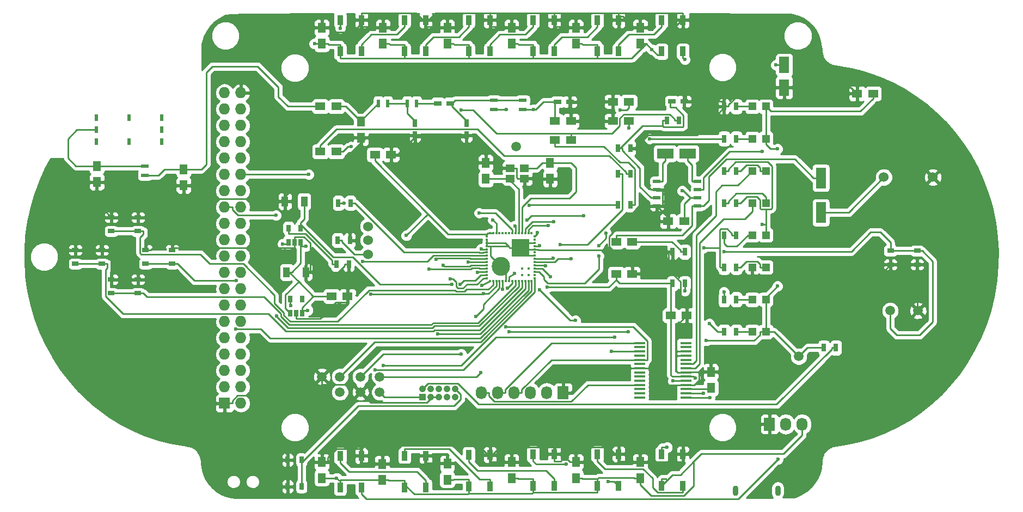
<source format=gtl>
G04 #@! TF.GenerationSoftware,KiCad,Pcbnew,(2016-12-18 revision 3ffa37c)-master*
G04 #@! TF.CreationDate,2017-02-07T02:28:39-08:00*
G04 #@! TF.ProjectId,badge-kicad,62616467652D6B696361642E6B696361,rev?*
G04 #@! TF.FileFunction,Copper,L1,Top,Mixed*
G04 #@! TF.FilePolarity,Positive*
%FSLAX46Y46*%
G04 Gerber Fmt 4.6, Leading zero omitted, Abs format (unit mm)*
G04 Created by KiCad (PCBNEW (2016-12-18 revision 3ffa37c)-master) date Tuesday, February 07, 2017 'AMt' 02:28:39 AM*
%MOMM*%
%LPD*%
G01*
G04 APERTURE LIST*
%ADD10C,0.150000*%
%ADD11R,1.200000X0.750000*%
%ADD12R,0.750000X1.200000*%
%ADD13O,0.899160X1.597660*%
%ADD14O,0.500000X1.200000*%
%ADD15R,1.500000X1.250000*%
%ADD16R,2.499360X1.597660*%
%ADD17R,1.597660X2.499360*%
%ADD18R,1.597660X3.197860*%
%ADD19C,1.500000*%
%ADD20R,0.700000X1.300000*%
%ADD21R,1.143000X0.508000*%
%ADD22C,1.524000*%
%ADD23R,1.400000X1.200000*%
%ADD24R,0.406400X0.406400*%
%ADD25O,2.819400X2.946400*%
%ADD26R,2.667000X2.667000*%
%ADD27R,0.304800X0.406400*%
%ADD28R,0.406400X0.304800*%
%ADD29R,0.500000X1.000000*%
%ADD30C,1.050000*%
%ADD31R,1.050000X1.050000*%
%ADD32O,1.727200X1.727200*%
%ADD33R,1.727200X1.727200*%
%ADD34O,1.727200X2.032000*%
%ADD35R,1.727200X2.032000*%
%ADD36R,1.750000X0.450000*%
%ADD37R,0.650000X1.060000*%
%ADD38R,1.250000X1.500000*%
%ADD39R,1.000000X1.600000*%
%ADD40R,1.198880X1.198880*%
%ADD41R,1.198880X0.599440*%
%ADD42R,0.599440X1.198880*%
%ADD43R,0.647700X1.049020*%
%ADD44R,1.049020X0.647700*%
%ADD45R,0.899160X1.498600*%
%ADD46C,0.600000*%
%ADD47C,0.250000*%
%ADD48C,0.254000*%
G04 APERTURE END LIST*
D10*
D11*
X175880000Y-64962000D03*
X173980000Y-64962000D03*
D12*
X134030000Y-68312000D03*
X134030000Y-70212000D03*
D11*
X139480000Y-65262000D03*
X137580000Y-65262000D03*
D12*
X142030000Y-68312000D03*
X142030000Y-70212000D03*
D11*
X158080000Y-65062000D03*
X156180000Y-65062000D03*
D13*
X190429460Y-125461540D03*
X183830540Y-125461540D03*
D14*
X190430000Y-125462000D03*
X183830000Y-125462000D03*
D15*
X173400000Y-83592000D03*
X175900000Y-83592000D03*
X167780000Y-86762000D03*
X165280000Y-86762000D03*
X121780000Y-72762000D03*
X119280000Y-72762000D03*
X155780000Y-71012000D03*
X158280000Y-71012000D03*
D16*
X172902480Y-73072000D03*
X176397520Y-73072000D03*
D17*
X191430000Y-62809520D03*
X191430000Y-59314480D03*
D18*
X197130000Y-76864520D03*
X197130000Y-82259480D03*
D19*
X128530000Y-110162000D03*
X128530000Y-107762000D03*
X125530000Y-110162000D03*
X193688000Y-104610000D03*
X207912000Y-97498000D03*
X212230000Y-97498000D03*
X125530000Y-107762000D03*
X122330000Y-110162000D03*
X149780000Y-72012000D03*
X122330000Y-107762000D03*
X119530000Y-107762000D03*
D20*
X167480000Y-76262000D03*
X165580000Y-76262000D03*
X174080000Y-88362000D03*
X175980000Y-88362000D03*
X165580000Y-72262000D03*
X167480000Y-72262000D03*
X175080000Y-67962000D03*
X173180000Y-67962000D03*
X165580000Y-81012000D03*
X167480000Y-81012000D03*
D21*
X171625000Y-77417000D03*
X171625000Y-78687000D03*
X171625000Y-79957000D03*
X171625000Y-81227000D03*
X177975000Y-81227000D03*
X177975000Y-79957000D03*
X177975000Y-78687000D03*
X177975000Y-77417000D03*
D22*
X206930000Y-76762000D03*
X214530000Y-76762000D03*
D23*
X148830000Y-75362000D03*
X151030000Y-75362000D03*
X151030000Y-76962000D03*
X148830000Y-76962000D03*
D24*
X150649806Y-91949804D03*
X150649806Y-90949806D03*
X151649804Y-90949806D03*
X151649804Y-91949804D03*
D25*
X147400130Y-90599794D03*
D26*
X150399870Y-87700130D03*
D27*
X145650070Y-85475089D03*
X146150196Y-85475090D03*
X146650068Y-85475090D03*
X147150194Y-85475090D03*
X147650066Y-85475090D03*
X148150192Y-85475090D03*
X148650064Y-85475089D03*
X149149936Y-85475089D03*
X149649808Y-85475090D03*
X150149934Y-85475090D03*
X150649806Y-85475090D03*
X151149932Y-85475090D03*
X151649804Y-85475090D03*
X152149930Y-85475089D03*
D28*
X152624911Y-85950070D03*
X152624910Y-86450196D03*
X152624910Y-86950068D03*
X152624910Y-87450194D03*
X152624910Y-87950066D03*
X152624910Y-88450192D03*
X152624911Y-88950064D03*
X152624911Y-89449936D03*
X152624910Y-89949808D03*
X152624910Y-90449934D03*
X152624910Y-90949806D03*
X152624910Y-91449932D03*
X152624910Y-91949804D03*
X152624911Y-92449930D03*
D27*
X152149930Y-92924911D03*
X151649804Y-92924910D03*
X151149932Y-92924910D03*
X150649806Y-92924910D03*
X150149934Y-92924910D03*
X149649808Y-92924910D03*
X149149936Y-92924911D03*
X148650064Y-92924911D03*
X148150192Y-92924910D03*
X147650066Y-92924910D03*
X147150194Y-92924910D03*
X146650068Y-92924910D03*
X146150196Y-92924910D03*
X145650070Y-92924911D03*
D28*
X145175089Y-92449930D03*
X145175090Y-91949804D03*
X145175090Y-91449932D03*
X145175090Y-90949806D03*
X145175090Y-90449934D03*
X145175090Y-89949808D03*
X145175089Y-89449936D03*
X145175089Y-88950064D03*
X145175090Y-88450192D03*
X145175090Y-87950066D03*
X145175090Y-87450194D03*
X145175090Y-86950068D03*
X145175090Y-86450196D03*
D24*
X145175089Y-85950070D03*
D29*
X84430000Y-71262000D03*
X84430000Y-67462000D03*
X94630000Y-67462000D03*
X94630000Y-71262000D03*
X94630000Y-69362000D03*
X84430000Y-69362000D03*
X89530000Y-67462000D03*
X89530000Y-71262000D03*
D30*
X135180000Y-109642000D03*
X140260000Y-109642000D03*
X138990000Y-109642000D03*
X137720000Y-109642000D03*
X136450000Y-109642000D03*
X140260000Y-110912000D03*
X138990000Y-110912000D03*
X137720000Y-110912000D03*
X136450000Y-110912000D03*
D31*
X135180000Y-110912000D03*
D32*
X106940000Y-63640000D03*
X104400000Y-63640000D03*
X106940000Y-66180000D03*
X104400000Y-66180000D03*
X106940000Y-68720000D03*
X104400000Y-68720000D03*
X106940000Y-71260000D03*
X104400000Y-71260000D03*
X106940000Y-73800000D03*
X104400000Y-73800000D03*
X106940000Y-76340000D03*
X104400000Y-76340000D03*
X106940000Y-78880000D03*
X104400000Y-78880000D03*
X106940000Y-81420000D03*
X104400000Y-81420000D03*
X106940000Y-83960000D03*
X104400000Y-83960000D03*
X106940000Y-86500000D03*
X104400000Y-86500000D03*
X106940000Y-89040000D03*
X104400000Y-89040000D03*
X106940000Y-91580000D03*
X104400000Y-91580000D03*
X106940000Y-94120000D03*
X104400000Y-94120000D03*
X106940000Y-96660000D03*
X104400000Y-96660000D03*
X106940000Y-99200000D03*
X104400000Y-99200000D03*
X106940000Y-101740000D03*
X104400000Y-101740000D03*
X106940000Y-104280000D03*
X104400000Y-104280000D03*
X106940000Y-106820000D03*
X104400000Y-106820000D03*
X106940000Y-109360000D03*
X104400000Y-109360000D03*
X106940000Y-111900000D03*
D33*
X104400000Y-111900000D03*
D34*
X144330000Y-110262000D03*
X146870000Y-110262000D03*
X149410000Y-110262000D03*
X151950000Y-110262000D03*
X154490000Y-110262000D03*
D35*
X157030000Y-110262000D03*
D36*
X176130000Y-102537000D03*
X176130000Y-103187000D03*
X176130000Y-103837000D03*
X176130000Y-104487000D03*
X176130000Y-105137000D03*
X176130000Y-105787000D03*
X176130000Y-106437000D03*
X176130000Y-107087000D03*
X176130000Y-107737000D03*
X176130000Y-108387000D03*
X176130000Y-109037000D03*
X176130000Y-109687000D03*
X176130000Y-110337000D03*
X176130000Y-110987000D03*
X168930000Y-110987000D03*
X168930000Y-110337000D03*
X168930000Y-109687000D03*
X168930000Y-109037000D03*
X168930000Y-108387000D03*
X168930000Y-107737000D03*
X168930000Y-107087000D03*
X168930000Y-106437000D03*
X168930000Y-105787000D03*
X168930000Y-105137000D03*
X168930000Y-104487000D03*
X168930000Y-103837000D03*
X168930000Y-103187000D03*
X168930000Y-102537000D03*
D37*
X114580000Y-97862000D03*
X115530000Y-97862000D03*
X116480000Y-97862000D03*
X116480000Y-95662000D03*
X114580000Y-95662000D03*
X114330000Y-84662000D03*
X116230000Y-84662000D03*
X116230000Y-86862000D03*
X115280000Y-86862000D03*
X114330000Y-86862000D03*
D38*
X119530000Y-53512000D03*
X119530000Y-56012000D03*
X129030000Y-56012000D03*
X129030000Y-53512000D03*
X139030000Y-56012000D03*
X139030000Y-53512000D03*
X149030000Y-53512000D03*
X149030000Y-56012000D03*
X159030000Y-56012000D03*
X159030000Y-53512000D03*
X169030000Y-53512000D03*
X169030000Y-56012000D03*
X169030000Y-123512000D03*
X169030000Y-121012000D03*
X159030000Y-121012000D03*
X159030000Y-123512000D03*
X149030000Y-123512000D03*
X149030000Y-121012000D03*
X139030000Y-121262000D03*
X139030000Y-123762000D03*
X128930000Y-123812000D03*
X128930000Y-121312000D03*
X119530000Y-121012000D03*
X119530000Y-123512000D03*
D15*
X123530000Y-95262000D03*
X121030000Y-95262000D03*
D39*
X113780000Y-80512000D03*
X116780000Y-80512000D03*
X114030000Y-91512000D03*
X117030000Y-91512000D03*
D15*
X158280000Y-68012000D03*
X155780000Y-68012000D03*
D38*
X145030000Y-74512000D03*
X145030000Y-77012000D03*
D15*
X167280000Y-68012000D03*
X164780000Y-68012000D03*
X164780000Y-65012000D03*
X167280000Y-65012000D03*
X130280000Y-73262000D03*
X127780000Y-73262000D03*
D38*
X125630000Y-70612000D03*
X125630000Y-68112000D03*
D15*
X119280000Y-65762000D03*
X121780000Y-65762000D03*
D38*
X98030000Y-78012000D03*
X98030000Y-75512000D03*
X84530000Y-75012000D03*
X84530000Y-77512000D03*
D15*
X202780000Y-63762000D03*
X205280000Y-63762000D03*
X176280000Y-98262000D03*
X173780000Y-98262000D03*
X167780000Y-91762000D03*
X165280000Y-91762000D03*
D38*
X180030000Y-109512000D03*
X180030000Y-107012000D03*
X155030000Y-74512000D03*
X155030000Y-77012000D03*
D40*
X188579020Y-65762000D03*
X186480980Y-65762000D03*
X188579020Y-70762000D03*
X186480980Y-70762000D03*
X188579020Y-75762000D03*
X186480980Y-75762000D03*
X186480980Y-80762000D03*
X188579020Y-80762000D03*
X186480980Y-85762000D03*
X188579020Y-85762000D03*
X188579020Y-90762000D03*
X186480980Y-90762000D03*
X186480980Y-95762000D03*
X188579020Y-95762000D03*
X186480980Y-100762000D03*
X188579020Y-100762000D03*
D41*
X146280000Y-64810960D03*
X146280000Y-66213040D03*
X150780000Y-66213040D03*
X150780000Y-64810960D03*
D42*
X132828960Y-65262000D03*
X134231040Y-65262000D03*
X129731040Y-65262000D03*
X128328960Y-65262000D03*
D41*
X92030000Y-76463040D03*
X92030000Y-75060960D03*
D34*
X194210000Y-115162000D03*
X191670000Y-115162000D03*
D35*
X189130000Y-115162000D03*
D20*
X122080000Y-80762000D03*
X123980000Y-80762000D03*
X175980000Y-93262000D03*
X174080000Y-93262000D03*
X121830000Y-90262000D03*
X123730000Y-90262000D03*
X121980000Y-86562000D03*
X123880000Y-86562000D03*
X197580000Y-103262000D03*
X199480000Y-103262000D03*
X183980000Y-70762000D03*
X182080000Y-70762000D03*
X183980000Y-100762000D03*
X182080000Y-100762000D03*
X183980000Y-95762000D03*
X182080000Y-95762000D03*
X183980000Y-65762000D03*
X182080000Y-65762000D03*
X183980000Y-75762000D03*
X182080000Y-75762000D03*
X183980000Y-80762000D03*
X182080000Y-80762000D03*
X183980000Y-90762000D03*
X182080000Y-90762000D03*
X182080000Y-85762000D03*
X183980000Y-85762000D03*
D43*
X116354420Y-120689360D03*
X116354420Y-124834640D03*
X114205580Y-120689360D03*
X114205580Y-124834640D03*
D22*
X126730000Y-88712000D03*
X126730000Y-86562000D03*
X126730000Y-84412000D03*
D44*
X86779360Y-82999580D03*
X90924640Y-82999580D03*
X86779360Y-85148420D03*
X90924640Y-85148420D03*
X90924640Y-94800420D03*
X86779360Y-94800420D03*
X90924640Y-92651580D03*
X86779360Y-92651580D03*
X81191360Y-88079580D03*
X85336640Y-88079580D03*
X81191360Y-90228420D03*
X85336640Y-90228420D03*
X96258640Y-90228420D03*
X92113360Y-90228420D03*
X96258640Y-88079580D03*
X92113360Y-88079580D03*
X207957360Y-88187580D03*
X212102640Y-88187580D03*
X207957360Y-90336420D03*
X212102640Y-90336420D03*
D45*
X122381540Y-52313440D03*
X125678460Y-52313440D03*
X125678460Y-57210560D03*
X122381540Y-57210560D03*
X132381540Y-57210560D03*
X135678460Y-57210560D03*
X135678460Y-52313440D03*
X132381540Y-52313440D03*
X142381540Y-52313440D03*
X145678460Y-52313440D03*
X145678460Y-57210560D03*
X142381540Y-57210560D03*
X152381540Y-57210560D03*
X155678460Y-57210560D03*
X155678460Y-52313440D03*
X152381540Y-52313440D03*
X162381540Y-52313440D03*
X165678460Y-52313440D03*
X165678460Y-57210560D03*
X162381540Y-57210560D03*
X172381540Y-57210560D03*
X175678460Y-57210560D03*
X175678460Y-52313440D03*
X172381540Y-52313440D03*
X172381540Y-119813440D03*
X175678460Y-119813440D03*
X175678460Y-124710560D03*
X172381540Y-124710560D03*
X162381540Y-124710560D03*
X165678460Y-124710560D03*
X165678460Y-119813440D03*
X162381540Y-119813440D03*
X152381540Y-124710560D03*
X155678460Y-124710560D03*
X155678460Y-119813440D03*
X152381540Y-119813440D03*
X142381540Y-119913440D03*
X145678460Y-119913440D03*
X145678460Y-124810560D03*
X142381540Y-124810560D03*
X132381540Y-120063440D03*
X135678460Y-120063440D03*
X135678460Y-124960560D03*
X132381540Y-124960560D03*
X122381540Y-124960560D03*
X125678460Y-124960560D03*
X125678460Y-120063440D03*
X122381540Y-120063440D03*
D46*
X206030000Y-86762000D03*
X189130000Y-108203100D03*
X119583400Y-98377600D03*
X115754600Y-77605500D03*
X118373600Y-56012000D03*
X121837500Y-123512000D03*
X117338200Y-97434300D03*
X117061400Y-87498200D03*
X170847100Y-56879900D03*
X175568800Y-78874000D03*
X177576700Y-107929400D03*
X139759900Y-93380200D03*
X154596900Y-93858100D03*
X188044900Y-84116000D03*
X153081700Y-85340500D03*
X152446600Y-66213000D03*
X155551300Y-83660300D03*
X167280000Y-69147300D03*
X154750200Y-84285600D03*
X165943800Y-66311100D03*
X147650000Y-94212000D03*
X190386000Y-93688000D03*
X190386000Y-72352000D03*
X132663700Y-85825900D03*
X179318000Y-102159200D03*
X155459700Y-89328100D03*
X136233700Y-91041200D03*
X154317100Y-90526900D03*
X138370000Y-90414800D03*
X148256200Y-66213000D03*
X153378400Y-87359900D03*
X129090200Y-106043100D03*
X127118900Y-94937800D03*
X144630000Y-94862000D03*
X170502000Y-70809700D03*
X141168000Y-104213800D03*
X158271800Y-89451200D03*
X144220600Y-107099600D03*
X155107700Y-92244800D03*
X117466200Y-76340000D03*
X137309300Y-89531400D03*
X112404900Y-82690000D03*
X125890700Y-89838300D03*
X106146300Y-100389000D03*
X139506200Y-92579800D03*
X148130600Y-99991100D03*
X141010600Y-93411900D03*
X158960000Y-98992000D03*
X153400000Y-94232000D03*
X148380000Y-94002000D03*
X164557900Y-103837000D03*
X178882700Y-110337000D03*
X179890900Y-110987000D03*
X149450000Y-91742000D03*
X156631500Y-87223800D03*
X122381500Y-53589500D03*
X122984400Y-80762300D03*
X174112200Y-108387000D03*
X175980000Y-94439400D03*
X149530000Y-84312000D03*
X151430000Y-83412000D03*
X160280000Y-82712000D03*
X163730000Y-85462000D03*
X162580000Y-87362000D03*
X162580000Y-89012000D03*
X182048300Y-94582400D03*
X144337000Y-87873200D03*
X178934200Y-87694400D03*
X165093300Y-101611400D03*
X127824700Y-106677400D03*
X113459200Y-87125900D03*
X114725600Y-96702300D03*
X175995000Y-58469600D03*
X173230500Y-118738800D03*
X157505200Y-121338400D03*
X164030000Y-124051500D03*
X144418300Y-93550300D03*
X146092100Y-83392800D03*
X190451400Y-120602700D03*
X182048000Y-88310100D03*
X143740800Y-91507500D03*
X106255500Y-92850000D03*
X112501000Y-98355300D03*
X137571800Y-101133200D03*
X143974600Y-82317100D03*
X142298300Y-89965600D03*
X151801500Y-81154700D03*
X187985000Y-72780200D03*
X190119600Y-59314500D03*
X141199100Y-66295000D03*
X124088600Y-72025900D03*
X179790000Y-99522000D03*
X167190000Y-100782000D03*
X148680000Y-100732000D03*
X143450000Y-98362000D03*
D47*
X91981000Y-75012000D02*
X92030000Y-75061000D01*
X84530000Y-75012000D02*
X91981000Y-75012000D01*
X81430000Y-69362000D02*
X84430000Y-69362000D01*
X80030000Y-70762000D02*
X81430000Y-69362000D01*
X80030000Y-73762000D02*
X80030000Y-70762000D01*
X81280000Y-75012000D02*
X80030000Y-73762000D01*
X84530000Y-75012000D02*
X81280000Y-75012000D01*
X114205580Y-124834640D02*
X114205580Y-120689360D01*
X111646000Y-110711100D02*
X117780900Y-110711100D01*
X106406200Y-110711100D02*
X111646000Y-110711100D01*
X111646000Y-110711100D02*
X111646000Y-117355270D01*
X111646000Y-117355270D02*
X114205580Y-119914850D01*
X114205580Y-119914850D02*
X114205580Y-120689360D01*
X212102640Y-90336420D02*
X212102640Y-97370640D01*
X212102640Y-97370640D02*
X212230000Y-97498000D01*
X145780000Y-87450200D02*
X145780000Y-88979664D01*
X145780000Y-88979664D02*
X147400130Y-90599794D01*
X206032000Y-86763800D02*
X206032000Y-92262000D01*
X206030000Y-86762000D02*
X206032000Y-86763800D01*
X186780000Y-92262000D02*
X206032000Y-92262000D01*
X186481000Y-91963000D02*
X186780000Y-92262000D01*
X186481000Y-90762000D02*
X186481000Y-91963000D01*
X164730000Y-65062000D02*
X164780000Y-65012000D01*
X158380000Y-65062000D02*
X164730000Y-65062000D01*
X158280000Y-65162000D02*
X158380000Y-65062000D01*
X158280000Y-68012000D02*
X158280000Y-65162000D01*
X142780000Y-74512000D02*
X145030000Y-74512000D01*
X142030000Y-73762000D02*
X142780000Y-74512000D01*
X142030000Y-70512000D02*
X142030000Y-73762000D01*
X84530000Y-80750200D02*
X86779400Y-82999600D01*
X84530000Y-77512000D02*
X84530000Y-80750200D01*
X86779400Y-92651600D02*
X90924600Y-92651600D01*
X86779400Y-88761400D02*
X86779400Y-92651600D01*
X86097600Y-88079600D02*
X86779400Y-88761400D01*
X85336600Y-88079600D02*
X86097600Y-88079600D01*
X90924600Y-82999600D02*
X86779400Y-82999600D01*
X94051400Y-84283400D02*
X96258600Y-84283400D01*
X92767600Y-82999600D02*
X94051400Y-84283400D01*
X90924600Y-82999600D02*
X92767600Y-82999600D01*
X148150000Y-91349900D02*
X147400000Y-90599800D01*
X148150000Y-92924900D02*
X148150000Y-91349900D01*
X151080000Y-77012000D02*
X151030000Y-76962000D01*
X155030000Y-77012000D02*
X151080000Y-77012000D01*
X152625000Y-87950100D02*
X152624900Y-87950100D01*
X150650000Y-87950100D02*
X150400000Y-87700100D01*
X152624900Y-87950100D02*
X150650000Y-87950100D01*
X152625000Y-86950100D02*
X152624900Y-86950100D01*
X151150000Y-86950100D02*
X150400000Y-87700100D01*
X152624900Y-86950100D02*
X151150000Y-86950100D01*
X152625000Y-88950100D02*
X152624900Y-88950100D01*
X151650000Y-88950100D02*
X150400000Y-87700100D01*
X152624900Y-88950100D02*
X151650000Y-88950100D01*
X150400000Y-87700100D02*
X150399900Y-87700100D01*
X148718000Y-87700100D02*
X148530000Y-87512000D01*
X150399900Y-87700100D02*
X148718000Y-87700100D01*
X147968000Y-86950100D02*
X145175100Y-86950100D01*
X148030000Y-87012000D02*
X147968000Y-86950100D01*
X148530000Y-87512000D02*
X148030000Y-87012000D01*
X145175100Y-86950100D02*
X145175000Y-86950100D01*
X145175000Y-87450200D02*
X145175100Y-87450200D01*
X145175000Y-86950100D02*
X145175000Y-87450200D01*
X148468000Y-87450200D02*
X148530000Y-87512000D01*
X145175100Y-87450200D02*
X145780000Y-87450200D01*
X145780000Y-87450200D02*
X148468000Y-87450200D01*
X85030000Y-87772900D02*
X85336600Y-88079600D01*
X85030000Y-83762000D02*
X85030000Y-87772900D01*
X85792400Y-82999600D02*
X85030000Y-83762000D01*
X86779400Y-82999600D02*
X85792400Y-82999600D01*
X85336600Y-88079600D02*
X81191400Y-88079600D01*
X131280000Y-73262000D02*
X134030000Y-70512000D01*
X130280000Y-73262000D02*
X131280000Y-73262000D01*
X176130000Y-103837000D02*
X174530000Y-103837000D01*
X174530000Y-103837000D02*
X174530000Y-100012000D01*
X176130000Y-104487000D02*
X174530000Y-104487000D01*
X174530000Y-104487000D02*
X174530000Y-106762000D01*
X174530000Y-104487000D02*
X174530000Y-103837000D01*
X174855000Y-107087000D02*
X174530000Y-106762000D01*
X176130000Y-107087000D02*
X174855000Y-107087000D01*
X174530000Y-100012000D02*
X176280000Y-98262000D01*
X212103000Y-90336400D02*
X212102600Y-90336400D01*
X212102600Y-90336400D02*
X207957400Y-90336400D01*
X207957000Y-90336400D02*
X206032000Y-92262000D01*
X207957400Y-90336400D02*
X207957000Y-90336400D01*
X180030000Y-107012000D02*
X178205000Y-107012000D01*
X176205000Y-107012000D02*
X176130000Y-107087000D01*
X178205000Y-107012000D02*
X176205000Y-107012000D01*
X176130000Y-109037000D02*
X177445000Y-109037000D01*
X147380000Y-75362000D02*
X148830000Y-75362000D01*
X146530000Y-74512000D02*
X147380000Y-75362000D01*
X145030000Y-74512000D02*
X146530000Y-74512000D01*
X149855300Y-76812600D02*
X150004700Y-76962000D01*
X149855300Y-75362000D02*
X149855300Y-76812600D01*
X148830000Y-75362000D02*
X149855300Y-75362000D01*
X151030000Y-76962000D02*
X150004700Y-76962000D01*
X96258600Y-86825900D02*
X96258600Y-84283400D01*
X94216900Y-86825900D02*
X92963200Y-88079600D01*
X96258600Y-86825900D02*
X94216900Y-86825900D01*
X92113400Y-88079600D02*
X92963200Y-88079600D01*
X164780000Y-68012000D02*
X164780000Y-65012000D01*
X162043900Y-106437000D02*
X158218900Y-110262000D01*
X168930000Y-106437000D02*
X162043900Y-106437000D01*
X157030000Y-110262000D02*
X158218900Y-110262000D01*
X173400000Y-83002000D02*
X171625000Y-81227000D01*
X173400000Y-83592000D02*
X173400000Y-83002000D01*
X201828000Y-62809500D02*
X202780000Y-63762000D01*
X191430000Y-62809500D02*
X201828000Y-62809500D01*
X182755300Y-65508800D02*
X182755300Y-65762000D01*
X185454600Y-62809500D02*
X182755300Y-65508800D01*
X191430000Y-62809500D02*
X185454600Y-62809500D01*
X127805700Y-121138000D02*
X127979700Y-121312000D01*
X125678500Y-121138000D02*
X127805700Y-121138000D01*
X125678500Y-120063400D02*
X125678500Y-121138000D01*
X155678500Y-119813400D02*
X155678500Y-120888000D01*
X159030000Y-121012000D02*
X158079700Y-121012000D01*
X167955700Y-120888000D02*
X168079700Y-121012000D01*
X165678500Y-120888000D02*
X167955700Y-120888000D01*
X169030000Y-121012000D02*
X168079700Y-121012000D01*
X175678500Y-51238800D02*
X165678500Y-51238800D01*
X157955700Y-53388000D02*
X158079700Y-53512000D01*
X155678500Y-53388000D02*
X157955700Y-53388000D01*
X159030000Y-53512000D02*
X158079700Y-53512000D01*
X137955700Y-53388000D02*
X138079700Y-53512000D01*
X135678500Y-53388000D02*
X137955700Y-53388000D01*
X139030000Y-53512000D02*
X138079700Y-53512000D01*
X137955700Y-121138000D02*
X138079700Y-121262000D01*
X135678500Y-121138000D02*
X137955700Y-121138000D01*
X135678500Y-120063400D02*
X135678500Y-121138000D01*
X139030000Y-121262000D02*
X138079700Y-121262000D01*
X148055700Y-120988000D02*
X148079700Y-121012000D01*
X145678500Y-120988000D02*
X148055700Y-120988000D01*
X149030000Y-121012000D02*
X148079700Y-121012000D01*
X175554500Y-121012000D02*
X169030000Y-121012000D01*
X175678500Y-120888000D02*
X175554500Y-121012000D01*
X165678500Y-52313400D02*
X165678500Y-51776100D01*
X165678500Y-51776100D02*
X165678500Y-51238800D01*
X166343800Y-51776100D02*
X168079700Y-53512000D01*
X165678500Y-51776100D02*
X166343800Y-51776100D01*
X169030000Y-53512000D02*
X168079700Y-53512000D01*
X147955700Y-53388000D02*
X148079700Y-53512000D01*
X145678500Y-53388000D02*
X147955700Y-53388000D01*
X145678500Y-52313400D02*
X145678500Y-53388000D01*
X149030000Y-53512000D02*
X148079700Y-53512000D01*
X127955700Y-53388000D02*
X128079700Y-53512000D01*
X125678500Y-53388000D02*
X127955700Y-53388000D01*
X129030000Y-53512000D02*
X128079700Y-53512000D01*
X98030000Y-82512000D02*
X98030000Y-80150000D01*
X96258600Y-84283400D02*
X98030000Y-82512000D01*
X98030000Y-80150000D02*
X98030000Y-78012000D01*
X112592700Y-80150000D02*
X112954700Y-80512000D01*
X98030000Y-80150000D02*
X112592700Y-80150000D01*
X123730000Y-90262000D02*
X123054700Y-90262000D01*
X113780000Y-80512000D02*
X112954700Y-80512000D01*
X115530000Y-97862000D02*
X115530000Y-98717300D01*
X123530000Y-95262000D02*
X123530000Y-96212300D01*
X170955000Y-106437000D02*
X168930000Y-106437000D01*
X171530000Y-107012000D02*
X170955000Y-106437000D01*
X171530000Y-107262000D02*
X171530000Y-107012000D01*
X173305000Y-109037000D02*
X171530000Y-107262000D01*
X176130000Y-109037000D02*
X173305000Y-109037000D01*
X104400000Y-111900000D02*
X105588900Y-111900000D01*
X136450000Y-110912000D02*
X137720000Y-110912000D01*
X127158400Y-111790400D02*
X125530000Y-110162000D01*
X135889100Y-111790400D02*
X127158400Y-111790400D01*
X136450000Y-111229500D02*
X135889100Y-111790400D01*
X136450000Y-110912000D02*
X136450000Y-111229500D01*
X134030000Y-70512000D02*
X142030000Y-70512000D01*
X172521800Y-78687000D02*
X172521800Y-81227000D01*
X171625000Y-78687000D02*
X172521800Y-78687000D01*
X182417700Y-65762000D02*
X182755300Y-65762000D01*
X174080000Y-88362000D02*
X173404700Y-88362000D01*
X123054700Y-90515200D02*
X123054700Y-90262000D01*
X122057900Y-91512000D02*
X123054700Y-90515200D01*
X123530000Y-92984100D02*
X123530000Y-95262000D01*
X122057900Y-91512000D02*
X123530000Y-92984100D01*
X167480000Y-72262000D02*
X168155300Y-72262000D01*
X171625000Y-78687000D02*
X170728200Y-78687000D01*
X119530000Y-107762000D02*
X119530000Y-108962000D01*
X117780900Y-110711100D02*
X119530000Y-108962000D01*
X105588900Y-111528400D02*
X106406200Y-110711100D01*
X105588900Y-111900000D02*
X105588900Y-111528400D01*
X124330000Y-108962000D02*
X125530000Y-110162000D01*
X119530000Y-108962000D02*
X124330000Y-108962000D01*
X128454900Y-121312000D02*
X127979700Y-121312000D01*
X128454900Y-121312000D02*
X128930000Y-121312000D01*
X135504500Y-121312000D02*
X135678500Y-121138000D01*
X128930000Y-121312000D02*
X135504500Y-121312000D01*
X145678500Y-119913400D02*
X145678500Y-120288100D01*
X145678500Y-120288100D02*
X145678500Y-120988000D01*
X155678500Y-119813400D02*
X155678500Y-118738800D01*
X165678500Y-119813400D02*
X165678500Y-120350700D01*
X165678500Y-120350700D02*
X165678500Y-120888000D01*
X164066600Y-118738800D02*
X155678500Y-118738800D01*
X165678500Y-120350700D02*
X164066600Y-118738800D01*
X155678500Y-52850700D02*
X155678500Y-53388000D01*
X135678500Y-52313400D02*
X135678500Y-52738100D01*
X135678500Y-52738100D02*
X135678500Y-53388000D01*
X145678500Y-52313400D02*
X145678500Y-51238800D01*
X125678500Y-52313400D02*
X125678500Y-52850700D01*
X125678500Y-52850700D02*
X125678500Y-53388000D01*
X121192600Y-54224300D02*
X120480300Y-53512000D01*
X124304900Y-54224300D02*
X121192600Y-54224300D01*
X125678500Y-52850700D02*
X124304900Y-54224300D01*
X119530000Y-53512000D02*
X120480300Y-53512000D01*
X176280000Y-98262000D02*
X176280000Y-97311700D01*
X173404700Y-88362000D02*
X173404700Y-91762000D01*
X167780000Y-91762000D02*
X173404700Y-91762000D01*
X175295500Y-96327200D02*
X176280000Y-97311700D01*
X175295500Y-92999100D02*
X175295500Y-96327200D01*
X174058400Y-91762000D02*
X175295500Y-92999100D01*
X173404700Y-91762000D02*
X174058400Y-91762000D01*
X119457700Y-121012000D02*
X119530000Y-121012000D01*
X121790800Y-118988800D02*
X125678500Y-118988800D01*
X120480300Y-120299300D02*
X121790800Y-118988800D01*
X120480300Y-121012000D02*
X120480300Y-120299300D01*
X119530000Y-121012000D02*
X120480300Y-121012000D01*
X125678500Y-120063400D02*
X125678500Y-118988900D01*
X125678500Y-118988900D02*
X125678500Y-118988800D01*
X147227800Y-118738800D02*
X155678500Y-118738800D01*
X145678500Y-120288100D02*
X147227800Y-118738800D01*
X143894100Y-118503700D02*
X145678500Y-120288100D01*
X126163700Y-118503700D02*
X143894100Y-118503700D01*
X125678500Y-118988900D02*
X126163700Y-118503700D01*
X175678500Y-119813400D02*
X175678500Y-120350700D01*
X175678500Y-120350700D02*
X175678500Y-120888000D01*
X185151500Y-117951600D02*
X187941100Y-115162000D01*
X178077600Y-117951600D02*
X185151500Y-117951600D01*
X175678500Y-120350700D02*
X178077600Y-117951600D01*
X189130000Y-115162000D02*
X187941100Y-115162000D01*
X165678500Y-51238800D02*
X155678500Y-51238800D01*
X155678500Y-51238800D02*
X145678500Y-51238800D01*
X155678500Y-52850700D02*
X155678500Y-52313400D01*
X155678500Y-52313400D02*
X155678500Y-51238800D01*
X137177800Y-51238800D02*
X135678500Y-52738100D01*
X145678500Y-51238800D02*
X137177800Y-51238800D01*
X125678500Y-52313400D02*
X125678500Y-51238800D01*
X134179200Y-51238800D02*
X125678500Y-51238800D01*
X135678500Y-52738100D02*
X134179200Y-51238800D01*
X175678500Y-51776100D02*
X175678500Y-52154300D01*
X175678500Y-52313400D02*
X175678500Y-52154300D01*
X175678500Y-51776100D02*
X175678500Y-51238800D01*
X164780000Y-65012000D02*
X164780000Y-64061700D01*
X181617700Y-64962000D02*
X176180000Y-64962000D01*
X182417700Y-65762000D02*
X181617700Y-64962000D01*
X176180000Y-64962000D02*
X176180000Y-64011700D01*
X176180000Y-64011700D02*
X172635400Y-60467100D01*
X168374600Y-60467100D02*
X172635400Y-60467100D01*
X164780000Y-64061700D02*
X168374600Y-60467100D01*
X173925000Y-53907800D02*
X175678500Y-52154300D01*
X173925000Y-59177500D02*
X173925000Y-53907800D01*
X172635400Y-60467100D02*
X173925000Y-59177500D01*
X180030000Y-107012000D02*
X180980300Y-107012000D01*
X182171400Y-108203100D02*
X189130000Y-108203100D01*
X180980300Y-107012000D02*
X182171400Y-108203100D01*
X121748700Y-96212300D02*
X123530000Y-96212300D01*
X119583400Y-98377600D02*
X121748700Y-96212300D01*
X119243700Y-98717300D02*
X115530000Y-98717300D01*
X119583400Y-98377600D02*
X119243700Y-98717300D01*
X129130000Y-70612000D02*
X126280000Y-70612000D01*
X130280000Y-71762000D02*
X129130000Y-70612000D01*
X130280000Y-73262000D02*
X130280000Y-71762000D01*
X126280000Y-70612000D02*
X125630000Y-70612000D01*
X96258600Y-88079600D02*
X96258600Y-87770000D01*
X96258600Y-87770000D02*
X96258600Y-86825900D01*
X115227300Y-87770000D02*
X115280000Y-87717300D01*
X96258600Y-87770000D02*
X115227300Y-87770000D01*
X115280000Y-86862000D02*
X115280000Y-87717300D01*
X182080000Y-65762000D02*
X182248900Y-65762000D01*
X182248900Y-65762000D02*
X182417700Y-65762000D01*
X170237200Y-70180100D02*
X168155300Y-72262000D01*
X177830800Y-70180100D02*
X170237200Y-70180100D01*
X182248900Y-65762000D02*
X177830800Y-70180100D01*
X171652500Y-81227000D02*
X172521800Y-81227000D01*
X171652500Y-81227000D02*
X171625000Y-81227000D01*
X178205000Y-108277000D02*
X178205000Y-107012000D01*
X177445000Y-109037000D02*
X178205000Y-108277000D01*
X156696400Y-120888000D02*
X155678500Y-120888000D01*
X156885600Y-120698800D02*
X156696400Y-120888000D01*
X157766500Y-120698800D02*
X156885600Y-120698800D01*
X158079700Y-121012000D02*
X157766500Y-120698800D01*
X115280000Y-86862000D02*
X115280000Y-86006700D01*
X116740300Y-86006700D02*
X115280000Y-86006700D01*
X117709700Y-86976100D02*
X116740300Y-86006700D01*
X117709700Y-91512000D02*
X117709700Y-86976100D01*
X117030000Y-91512000D02*
X117709700Y-91512000D01*
X117709700Y-91512000D02*
X122057900Y-91512000D01*
X164204600Y-85926900D02*
X164204600Y-87600800D01*
X168904500Y-81227000D02*
X164204600Y-85926900D01*
X171625000Y-81227000D02*
X168904500Y-81227000D01*
X164965800Y-88362000D02*
X173404700Y-88362000D01*
X164204600Y-87600800D02*
X164965800Y-88362000D01*
X123880000Y-86562000D02*
X123880000Y-85586700D01*
X170277900Y-78236700D02*
X170728200Y-78687000D01*
X170277900Y-74384600D02*
X170277900Y-78236700D01*
X168155300Y-72262000D02*
X170277900Y-74384600D01*
X115754600Y-77712100D02*
X112954700Y-80512000D01*
X115754600Y-77605500D02*
X115754600Y-77712100D01*
X119393400Y-81100100D02*
X119393400Y-77605500D01*
X123880000Y-85586700D02*
X119393400Y-81100100D01*
X115754600Y-77605500D02*
X119393400Y-77605500D01*
X126280000Y-70718900D02*
X126280000Y-70612000D01*
X119393400Y-77605500D02*
X126280000Y-70718900D01*
X145175000Y-86575100D02*
X145175000Y-86950100D01*
X153084300Y-87950100D02*
X152625000Y-87950100D01*
X153180300Y-88046100D02*
X153084300Y-87950100D01*
X163759300Y-88046100D02*
X153180300Y-88046100D01*
X164204600Y-87600800D02*
X163759300Y-88046100D01*
X145175000Y-86512600D02*
X145175000Y-86575100D01*
X145175000Y-86450200D02*
X145175000Y-86481400D01*
X145175000Y-86481400D02*
X145175000Y-86512600D01*
X173231000Y-123861500D02*
X172382000Y-124711000D01*
X173005500Y-123636000D02*
X172381500Y-123636000D01*
X173231000Y-123861500D02*
X173005500Y-123636000D01*
X122381500Y-124960600D02*
X122381500Y-123886000D01*
X119530000Y-123512000D02*
X121837500Y-123512000D01*
X150104300Y-123636000D02*
X149980300Y-123512000D01*
X152381500Y-123636000D02*
X150104300Y-123636000D01*
X149030000Y-123512000D02*
X149980300Y-123512000D01*
X160104300Y-123636000D02*
X159980300Y-123512000D01*
X162381500Y-123636000D02*
X160104300Y-123636000D01*
X162381500Y-124710600D02*
X162381500Y-123636000D01*
X159030000Y-123512000D02*
X159980300Y-123512000D01*
X172381500Y-57210600D02*
X172381500Y-57747900D01*
X169030000Y-56012000D02*
X169980300Y-56012000D01*
X150104300Y-56136000D02*
X149980300Y-56012000D01*
X152381500Y-56136000D02*
X150104300Y-56136000D01*
X152381500Y-57210600D02*
X152381500Y-56136000D01*
X149030000Y-56012000D02*
X149980300Y-56012000D01*
X130104300Y-56136000D02*
X129980300Y-56012000D01*
X132381500Y-56136000D02*
X130104300Y-56136000D01*
X129030000Y-56012000D02*
X129980300Y-56012000D01*
X129954300Y-123886000D02*
X129880300Y-123812000D01*
X132381500Y-123886000D02*
X129954300Y-123886000D01*
X128930000Y-123812000D02*
X129880300Y-123812000D01*
X140006300Y-123736000D02*
X139980300Y-123762000D01*
X142381500Y-123736000D02*
X140006300Y-123736000D01*
X142381500Y-124810600D02*
X142381500Y-123736000D01*
X139030000Y-123762000D02*
X139980300Y-123762000D01*
X172381500Y-124710600D02*
X172381500Y-123636000D01*
X160104300Y-56136000D02*
X159980300Y-56012000D01*
X162381500Y-56136000D02*
X160104300Y-56136000D01*
X159030000Y-56012000D02*
X159980300Y-56012000D01*
X140104300Y-56136000D02*
X139980300Y-56012000D01*
X142381500Y-56136000D02*
X140104300Y-56136000D01*
X139030000Y-56012000D02*
X139980300Y-56012000D01*
X120604300Y-56136000D02*
X120480300Y-56012000D01*
X122381500Y-56136000D02*
X120604300Y-56136000D01*
X122381500Y-57210600D02*
X122381500Y-56136000D01*
X119530000Y-56012000D02*
X120480300Y-56012000D01*
X114030000Y-91512000D02*
X114442700Y-91512000D01*
X114442700Y-91512000D02*
X114855300Y-91512000D01*
X118192700Y-95294000D02*
X118192700Y-95262000D01*
X116480000Y-97006700D02*
X118192700Y-95294000D01*
X118192700Y-95262000D02*
X121030000Y-95262000D01*
X113882200Y-95039400D02*
X115926200Y-92995400D01*
X113882200Y-97164200D02*
X113882200Y-95039400D01*
X114580000Y-97862000D02*
X113882200Y-97164200D01*
X114442700Y-91512000D02*
X115926200Y-92995400D01*
X115926200Y-92995400D02*
X118192700Y-95262000D01*
X119530000Y-56012000D02*
X118373600Y-56012000D01*
X132381500Y-124960600D02*
X132381500Y-124535900D01*
X132381500Y-124535900D02*
X132381500Y-123886000D01*
X152381500Y-124335900D02*
X152381500Y-123636000D01*
X142381500Y-124810600D02*
X142381500Y-125885200D01*
X162381500Y-56785900D02*
X162381500Y-56136000D01*
X142381500Y-56785900D02*
X142381500Y-56136000D01*
X152381500Y-57210600D02*
X152381500Y-58285200D01*
X132381500Y-56785900D02*
X132381500Y-56136000D01*
X132381500Y-56785900D02*
X132381500Y-57210600D01*
X132381500Y-58285200D02*
X122381500Y-58285200D01*
X132381500Y-57210600D02*
X132381500Y-58285200D01*
X122381500Y-57210600D02*
X122381500Y-58285200D01*
X116480000Y-97862000D02*
X116480000Y-97434300D01*
X116480000Y-97434300D02*
X116480000Y-97006700D01*
X142231400Y-126035300D02*
X142381500Y-125885200D01*
X133880900Y-126035300D02*
X142231400Y-126035300D01*
X132381500Y-124535900D02*
X133880900Y-126035300D01*
X162381500Y-124710600D02*
X162381500Y-125785200D01*
X152381500Y-124335900D02*
X152381500Y-124710600D01*
X152381500Y-125785200D02*
X162381500Y-125785200D01*
X152381500Y-124710600D02*
X152381500Y-125785200D01*
X152281500Y-125885200D02*
X142381500Y-125885200D01*
X152381500Y-125785200D02*
X152281500Y-125885200D01*
X116230000Y-87498200D02*
X117061400Y-87498200D01*
X116230000Y-90137300D02*
X116230000Y-87498200D01*
X114855300Y-91512000D02*
X116230000Y-90137300D01*
X116230000Y-87498200D02*
X116230000Y-86862000D01*
X162381500Y-56785900D02*
X162381500Y-57210600D01*
X162381500Y-58285200D02*
X152381500Y-58285200D01*
X162381500Y-57210600D02*
X162381500Y-58285200D01*
X167707100Y-58285200D02*
X169980300Y-56012000D01*
X162381500Y-58285200D02*
X167707100Y-58285200D01*
X152381500Y-58285200D02*
X142381500Y-58285200D01*
X142381500Y-58285200D02*
X132381500Y-58285200D01*
X142381500Y-56785900D02*
X142381500Y-57210600D01*
X142381500Y-57210600D02*
X142381500Y-58285200D01*
X175900000Y-80892000D02*
X176835000Y-79957000D01*
X175900000Y-83592000D02*
X175900000Y-80892000D01*
X176835000Y-79957000D02*
X177975000Y-79957000D01*
X171715100Y-57747900D02*
X170847100Y-56879900D01*
X172381500Y-57747900D02*
X171715100Y-57747900D01*
X170847100Y-56878800D02*
X169980300Y-56012000D01*
X170847100Y-56879900D02*
X170847100Y-56878800D01*
X162591300Y-123426200D02*
X162381500Y-123636000D01*
X167993900Y-123426200D02*
X162591300Y-123426200D01*
X168079700Y-123512000D02*
X167993900Y-123426200D01*
X169030000Y-123512000D02*
X168079700Y-123512000D01*
X128930000Y-123812000D02*
X122455500Y-123812000D01*
X122211500Y-123886000D02*
X122381500Y-123886000D01*
X121837500Y-123512000D02*
X122211500Y-123886000D01*
X122381500Y-123886000D02*
X122455500Y-123812000D01*
X178530000Y-119762000D02*
X177379100Y-120912900D01*
X191280000Y-119762000D02*
X178530000Y-119762000D01*
X194210000Y-116832000D02*
X191280000Y-119762000D01*
X194210000Y-115162000D02*
X194210000Y-116832000D01*
X174080000Y-123012000D02*
X173231000Y-123861500D01*
X175280000Y-123012000D02*
X174080000Y-123012000D01*
X177379100Y-120912900D02*
X175280000Y-123012000D01*
X170717300Y-126274600D02*
X169030000Y-124587300D01*
X175858400Y-126274600D02*
X170717300Y-126274600D01*
X177379100Y-124753900D02*
X175858400Y-126274600D01*
X177379100Y-120912900D02*
X177379100Y-124753900D01*
X169030000Y-123512000D02*
X169030000Y-124587300D01*
X175752000Y-78874000D02*
X175568800Y-78874000D01*
X176835000Y-79957000D02*
X175752000Y-78874000D01*
X116480000Y-97434300D02*
X117338200Y-97434300D01*
X188579000Y-85762000D02*
X188579000Y-84116000D01*
X183980000Y-80762000D02*
X184655300Y-80762000D01*
X165280000Y-91762000D02*
X165280000Y-92712300D01*
X173780000Y-98262000D02*
X173780000Y-93262000D01*
X174080000Y-93262000D02*
X173780000Y-93262000D01*
X165829700Y-93262000D02*
X165280000Y-92712300D01*
X173780000Y-93262000D02*
X165829700Y-93262000D01*
X174005000Y-107737000D02*
X176130000Y-107737000D01*
X173780000Y-107512000D02*
X174005000Y-107737000D01*
X173780000Y-98262000D02*
X173780000Y-107512000D01*
X176130000Y-107737000D02*
X177330300Y-107737000D01*
X177522700Y-107929400D02*
X177576700Y-107929400D01*
X177330300Y-107737000D02*
X177522700Y-107929400D01*
X116780000Y-83256700D02*
X116230000Y-83806700D01*
X116780000Y-80512000D02*
X116780000Y-83256700D01*
X116230000Y-84662000D02*
X116230000Y-84134200D01*
X116230000Y-84134200D02*
X116230000Y-83806700D01*
X164134200Y-93858100D02*
X154596900Y-93858100D01*
X165280000Y-92712300D02*
X164134200Y-93858100D01*
X182080000Y-75762000D02*
X182755300Y-75762000D01*
X189402300Y-81686800D02*
X188579000Y-81686800D01*
X189503800Y-81585300D02*
X189402300Y-81686800D01*
X189503800Y-74999200D02*
X189503800Y-81585300D01*
X188878500Y-74373900D02*
X189503800Y-74999200D01*
X183890200Y-74373900D02*
X188878500Y-74373900D01*
X182755300Y-75508800D02*
X183890200Y-74373900D01*
X182755300Y-75762000D02*
X182755300Y-75508800D01*
X185620200Y-79797100D02*
X184655300Y-80762000D01*
X187190100Y-79797100D02*
X185620200Y-79797100D01*
X187654300Y-80261300D02*
X187190100Y-79797100D01*
X187654300Y-81571200D02*
X187654300Y-80261300D01*
X187769900Y-81686800D02*
X187654300Y-81571200D01*
X188579000Y-81686800D02*
X187769900Y-81686800D01*
X188044900Y-84116000D02*
X188579000Y-84116000D01*
X188579000Y-84116000D02*
X188579000Y-81686800D01*
X128548300Y-93380200D02*
X139759900Y-93380200D01*
X124357700Y-89189600D02*
X128548300Y-93380200D01*
X121285400Y-89189600D02*
X124357700Y-89189600D01*
X116230000Y-84134200D02*
X121285400Y-89189600D01*
X155780000Y-65162000D02*
X155880000Y-65062000D01*
X155780000Y-68012000D02*
X155780000Y-65162000D01*
X152829000Y-66213000D02*
X152446600Y-66213000D01*
X153980000Y-65062000D02*
X152829000Y-66213000D01*
X155880000Y-65062000D02*
X153980000Y-65062000D01*
X152446600Y-66213000D02*
X150780000Y-66213000D01*
X153081700Y-85493300D02*
X153081700Y-85340500D01*
X152624900Y-85950100D02*
X153081700Y-85493300D01*
X123980000Y-80762000D02*
X124655300Y-80762000D01*
X144644400Y-88450200D02*
X145175100Y-88450200D01*
X144596100Y-88498500D02*
X144644400Y-88450200D01*
X144078000Y-88498500D02*
X144596100Y-88498500D01*
X144019200Y-88439700D02*
X144078000Y-88498500D01*
X132333000Y-88439700D02*
X144019200Y-88439700D01*
X124655300Y-80762000D02*
X132333000Y-88439700D01*
X150780000Y-64811000D02*
X146280000Y-64811000D01*
X140231000Y-64811000D02*
X139780000Y-65262000D01*
X146280000Y-64811000D02*
X140231000Y-64811000D01*
X139780000Y-65762000D02*
X142030000Y-68012000D01*
X139780000Y-65262000D02*
X139780000Y-65762000D01*
X167280000Y-69147300D02*
X167280000Y-68012000D01*
X152262300Y-83660300D02*
X155551300Y-83660300D01*
X151149900Y-84772700D02*
X152262300Y-83660300D01*
X151149900Y-85475100D02*
X151149900Y-84772700D01*
X166931200Y-66311100D02*
X167280000Y-65962300D01*
X165943800Y-66311100D02*
X166931200Y-66311100D01*
X167280000Y-65012000D02*
X167280000Y-65962300D01*
X151649800Y-85475100D02*
X151649800Y-84946600D01*
X152310800Y-84285600D02*
X154750200Y-84285600D01*
X151649800Y-84946600D02*
X152310800Y-84285600D01*
X147650100Y-92924900D02*
X147650000Y-94212000D01*
X190386000Y-93688000D02*
X188579020Y-95494980D01*
X188579020Y-95494980D02*
X188579020Y-95762000D01*
X188579020Y-70762000D02*
X188579020Y-71611440D01*
X188579020Y-71611440D02*
X189319580Y-72352000D01*
X189319580Y-72352000D02*
X190386000Y-72352000D01*
X188579020Y-100762000D02*
X189840000Y-100762000D01*
X189840000Y-100762000D02*
X193688000Y-104610000D01*
X197580000Y-103262000D02*
X195036000Y-103262000D01*
X195036000Y-103262000D02*
X193688000Y-104610000D01*
X188579000Y-100762000D02*
X188579000Y-95762000D01*
X205280000Y-64512000D02*
X203280000Y-66512000D01*
X205280000Y-63762000D02*
X205280000Y-64512000D01*
X189329000Y-66512000D02*
X188579000Y-65762000D01*
X203280000Y-66512000D02*
X189329000Y-66512000D01*
X129280000Y-110912000D02*
X128530000Y-110162000D01*
X135180000Y-110912000D02*
X129280000Y-110912000D01*
X146150200Y-85475100D02*
X145650100Y-85475100D01*
X127780000Y-73262000D02*
X127780000Y-74212300D01*
X145175100Y-85950100D02*
X145175100Y-85626700D01*
X145326700Y-85475100D02*
X145175100Y-85626700D01*
X145650100Y-85475100D02*
X145326700Y-85475100D01*
X188579000Y-65762000D02*
X188579000Y-70762000D01*
X139194400Y-85626700D02*
X136028700Y-82460900D01*
X145175100Y-85626700D02*
X139194400Y-85626700D01*
X136028700Y-82460900D02*
X127780000Y-74212300D01*
X132663700Y-85825900D02*
X136028700Y-82460900D01*
X186762800Y-102159200D02*
X179318000Y-102159200D01*
X187654300Y-101267700D02*
X186762800Y-102159200D01*
X187654300Y-100762000D02*
X187654300Y-101267700D01*
X188579000Y-100762000D02*
X187654300Y-100762000D01*
X155337900Y-89449900D02*
X155459700Y-89328100D01*
X152624900Y-89449900D02*
X155337900Y-89449900D01*
X134231000Y-65262000D02*
X137280000Y-65262000D01*
X132829000Y-66811000D02*
X134030000Y-68012000D01*
X132829000Y-65262000D02*
X132829000Y-66811000D01*
X129731000Y-65262000D02*
X132829000Y-65262000D01*
X125630000Y-67961000D02*
X128329000Y-65262000D01*
X125630000Y-68112000D02*
X125630000Y-67961000D01*
X123280000Y-65762000D02*
X125630000Y-68112000D01*
X121780000Y-65762000D02*
X123280000Y-65762000D01*
X114280000Y-65762000D02*
X119280000Y-65762000D01*
X112780000Y-64262000D02*
X114280000Y-65762000D01*
X112780000Y-62762000D02*
X112780000Y-64262000D01*
X109530000Y-59512000D02*
X112780000Y-62762000D01*
X102530000Y-59512000D02*
X109530000Y-59512000D01*
X101530000Y-60512000D02*
X102530000Y-59512000D01*
X101530000Y-74762000D02*
X101530000Y-60512000D01*
X100780000Y-75512000D02*
X101530000Y-74762000D01*
X98030000Y-75512000D02*
X100780000Y-75512000D01*
X95030000Y-75512000D02*
X98030000Y-75512000D01*
X94079000Y-76463000D02*
X95030000Y-75512000D01*
X92030000Y-76463000D02*
X94079000Y-76463000D01*
X179855000Y-109687000D02*
X180030000Y-109512000D01*
X176130000Y-109687000D02*
X179855000Y-109687000D01*
X186481000Y-65762000D02*
X183980000Y-65762000D01*
X186481000Y-70762000D02*
X183980000Y-70762000D01*
X184231000Y-78012000D02*
X186481000Y-75762000D01*
X181780000Y-78012000D02*
X184231000Y-78012000D01*
X180780000Y-79012000D02*
X181780000Y-78012000D01*
X180780000Y-82762000D02*
X180780000Y-79012000D01*
X177780000Y-85762000D02*
X180780000Y-82762000D01*
X177780000Y-105262000D02*
X177780000Y-85762000D01*
X177255000Y-105787000D02*
X177780000Y-105262000D01*
X176130000Y-105787000D02*
X177255000Y-105787000D01*
X185587900Y-74829400D02*
X184655300Y-75762000D01*
X187227400Y-74829400D02*
X185587900Y-74829400D01*
X187654300Y-75256300D02*
X187227400Y-74829400D01*
X187654300Y-75762000D02*
X187654300Y-75256300D01*
X188579000Y-75762000D02*
X187654300Y-75762000D01*
X183980000Y-75762000D02*
X184655300Y-75762000D01*
X182755300Y-80508800D02*
X182755300Y-80762000D01*
X183959800Y-79304300D02*
X182755300Y-80508800D01*
X188046000Y-79304300D02*
X183959800Y-79304300D01*
X188579000Y-79837300D02*
X188046000Y-79304300D01*
X188579000Y-80762000D02*
X188579000Y-79837300D01*
X182080000Y-80762000D02*
X182755300Y-80762000D01*
X177605000Y-106437000D02*
X176130000Y-106437000D01*
X178280000Y-105762000D02*
X177605000Y-106437000D01*
X178280000Y-87012000D02*
X178280000Y-105762000D01*
X182030000Y-83262000D02*
X178280000Y-87012000D01*
X185280000Y-83262000D02*
X182030000Y-83262000D01*
X186481000Y-82061000D02*
X185280000Y-83262000D01*
X186481000Y-80762000D02*
X186481000Y-82061000D01*
X182080000Y-87062000D02*
X182080000Y-85762000D01*
X182530000Y-87512000D02*
X182080000Y-87062000D01*
X184030000Y-87512000D02*
X182530000Y-87512000D01*
X185780000Y-85762000D02*
X184030000Y-87512000D01*
X186481000Y-85762000D02*
X185780000Y-85762000D01*
X185587900Y-89829400D02*
X184655300Y-90762000D01*
X187227400Y-89829400D02*
X185587900Y-89829400D01*
X187654300Y-90256300D02*
X187227400Y-89829400D01*
X187654300Y-90762000D02*
X187654300Y-90256300D01*
X188579000Y-90762000D02*
X187654300Y-90762000D01*
X183980000Y-90762000D02*
X184655300Y-90762000D01*
X183980000Y-95762000D02*
X186481000Y-95762000D01*
X186481000Y-100762000D02*
X183980000Y-100762000D01*
X199480000Y-103262000D02*
X198804700Y-103262000D01*
X136039700Y-108782300D02*
X135180000Y-109642000D01*
X140646400Y-108782300D02*
X136039700Y-108782300D01*
X143934600Y-112070500D02*
X140646400Y-108782300D01*
X190249400Y-112070500D02*
X143934600Y-112070500D01*
X198804700Y-103515200D02*
X190249400Y-112070500D01*
X198804700Y-103262000D02*
X198804700Y-103515200D01*
X142744000Y-91041200D02*
X136233700Y-91041200D01*
X142903000Y-90882200D02*
X142744000Y-91041200D01*
X143999900Y-90882200D02*
X142903000Y-90882200D01*
X144067500Y-90949800D02*
X143999900Y-90882200D01*
X145175100Y-90949800D02*
X144067500Y-90949800D01*
X116354420Y-124834640D02*
X116354420Y-120689360D01*
X116354400Y-125259500D02*
X116354400Y-124834600D01*
X116354400Y-120689400D02*
X116354400Y-121114300D01*
X141126700Y-110508700D02*
X140260000Y-109642000D01*
X141126700Y-111253600D02*
X141126700Y-110508700D01*
X140056200Y-112324100D02*
X141126700Y-111253600D01*
X125144600Y-112324100D02*
X140056200Y-112324100D01*
X116354400Y-121114300D02*
X125144600Y-112324100D01*
X152624900Y-90449900D02*
X154240100Y-90449900D01*
X154240100Y-90449900D02*
X154317100Y-90526900D01*
X145175100Y-90449900D02*
X144646600Y-90449900D01*
X138546100Y-90590900D02*
X138370000Y-90414800D01*
X142557400Y-90590900D02*
X138546100Y-90590900D01*
X142716400Y-90431900D02*
X142557400Y-90590900D01*
X144628600Y-90431900D02*
X142716400Y-90431900D01*
X144646600Y-90449900D02*
X144628600Y-90431900D01*
X146280000Y-66213000D02*
X148256200Y-66213000D01*
X153288100Y-87450200D02*
X153378400Y-87359900D01*
X152624900Y-87450200D02*
X153288100Y-87450200D01*
X121980000Y-86562000D02*
X122655300Y-86562000D01*
X122655300Y-86815200D02*
X122655300Y-86562000D01*
X124552100Y-88712000D02*
X122655300Y-86815200D01*
X126730000Y-88712000D02*
X124552100Y-88712000D01*
X152652600Y-92477600D02*
X152624900Y-92449900D01*
X152652600Y-94584500D02*
X152652600Y-92477600D01*
X141194000Y-106043100D02*
X152652600Y-94584500D01*
X129090200Y-106043100D02*
X141194000Y-106043100D01*
X170549700Y-70762000D02*
X170502000Y-70809700D01*
X182080000Y-70762000D02*
X170549700Y-70762000D01*
X146650100Y-93629800D02*
X146650100Y-92924900D01*
X145451700Y-94828200D02*
X146650100Y-93629800D01*
X144630000Y-94862000D02*
X145451700Y-94828200D01*
X144520400Y-94971600D02*
X127118900Y-94937800D01*
X144630000Y-94862000D02*
X144520400Y-94971600D01*
X152624900Y-89949800D02*
X153153400Y-89949800D01*
X129078200Y-104213800D02*
X141168000Y-104213800D01*
X125530000Y-107762000D02*
X129078200Y-104213800D01*
X156221000Y-89451200D02*
X158271800Y-89451200D01*
X155718800Y-89953400D02*
X156221000Y-89451200D01*
X155200700Y-89953400D02*
X155718800Y-89953400D01*
X155148800Y-89901500D02*
X155200700Y-89953400D01*
X153201700Y-89901500D02*
X155148800Y-89901500D01*
X153153400Y-89949800D02*
X153201700Y-89901500D01*
X152149900Y-94450300D02*
X152149900Y-92924900D01*
X144251300Y-102348900D02*
X152149900Y-94450300D01*
X127743100Y-102348900D02*
X144251300Y-102348900D01*
X122330000Y-107762000D02*
X127743100Y-102348900D01*
X152624900Y-90949800D02*
X153812700Y-90949800D01*
X143558200Y-107762000D02*
X144220600Y-107099600D01*
X128530000Y-107762000D02*
X143558200Y-107762000D01*
X153812700Y-90949800D02*
X155107700Y-92244800D01*
X106940000Y-76340000D02*
X117466200Y-76340000D01*
X137500400Y-89340300D02*
X137309300Y-89531400D01*
X142557400Y-89340300D02*
X137500400Y-89340300D01*
X142667000Y-89449900D02*
X142557400Y-89340300D01*
X145175100Y-89449900D02*
X142667000Y-89449900D01*
X106487400Y-82690000D02*
X112404900Y-82690000D01*
X105588900Y-81791500D02*
X106487400Y-82690000D01*
X105588900Y-81420000D02*
X105588900Y-81791500D01*
X104400000Y-81420000D02*
X105588900Y-81420000D01*
X145175100Y-88950100D02*
X143892700Y-88950100D01*
X143832600Y-88890000D02*
X143892700Y-88950100D01*
X136849200Y-88890000D02*
X143832600Y-88890000D01*
X135900900Y-89838300D02*
X136849200Y-88890000D01*
X125890700Y-89838300D02*
X135900900Y-89838300D01*
X151649800Y-94313500D02*
X151649800Y-92924900D01*
X144160700Y-101802600D02*
X151649800Y-94313500D01*
X111484800Y-101802600D02*
X144160700Y-101802600D01*
X110071200Y-100389000D02*
X111484800Y-101802600D01*
X106146300Y-100389000D02*
X110071200Y-100389000D01*
X144330000Y-110262000D02*
X145518900Y-110262000D01*
X145518900Y-110782100D02*
X145518900Y-110262000D01*
X146356900Y-111620100D02*
X145518900Y-110782100D01*
X158330500Y-111620100D02*
X146356900Y-111620100D01*
X160913600Y-109037000D02*
X158330500Y-111620100D01*
X168930000Y-109037000D02*
X160913600Y-109037000D01*
X146870000Y-110262000D02*
X148058900Y-110262000D01*
X148058900Y-109757500D02*
X148058900Y-110262000D01*
X155279400Y-102537000D02*
X148058900Y-109757500D01*
X168930000Y-102537000D02*
X155279400Y-102537000D01*
X145175100Y-92449900D02*
X144646600Y-92449900D01*
X139887600Y-92579800D02*
X139506200Y-92579800D01*
X140385200Y-93077400D02*
X139887600Y-92579800D01*
X140385200Y-93736700D02*
X140385200Y-93077400D01*
X140685700Y-94037200D02*
X140385200Y-93736700D01*
X141481300Y-94037200D02*
X140685700Y-94037200D01*
X142080900Y-93437600D02*
X141481300Y-94037200D01*
X143658900Y-93437600D02*
X142080900Y-93437600D01*
X144646600Y-92449900D02*
X143658900Y-93437600D01*
X149410000Y-110262000D02*
X150598900Y-110262000D01*
X155203800Y-105137000D02*
X168930000Y-105137000D01*
X150598900Y-109741900D02*
X155203800Y-105137000D01*
X150598900Y-110262000D02*
X150598900Y-109741900D01*
X168930000Y-105137000D02*
X170130300Y-105137000D01*
X170130300Y-102172400D02*
X170130300Y-105137000D01*
X167949000Y-99991100D02*
X170130300Y-102172400D01*
X148130600Y-99991100D02*
X167949000Y-99991100D01*
X141610200Y-92812300D02*
X141010600Y-93411900D01*
X143399700Y-92812300D02*
X141610200Y-92812300D01*
X144262200Y-91949800D02*
X143399700Y-92812300D01*
X145175100Y-91949800D02*
X144262200Y-91949800D01*
X149149936Y-92924911D02*
X149149936Y-93232064D01*
X158160000Y-98992000D02*
X158960000Y-98992000D01*
X153400000Y-94232000D02*
X158160000Y-98992000D01*
X149149936Y-93232064D02*
X148380000Y-94002000D01*
X164557900Y-103837000D02*
X168930000Y-103837000D01*
X176130000Y-110337000D02*
X178882700Y-110337000D01*
X176130000Y-110987000D02*
X179890900Y-110987000D01*
X166255300Y-76262000D02*
X166255300Y-81832200D01*
X166255300Y-81832200D02*
X160863700Y-87223800D01*
X160863700Y-87223800D02*
X156631500Y-87223800D01*
X165580000Y-76262000D02*
X166255300Y-76262000D01*
X149420000Y-91762000D02*
X149450000Y-91742000D01*
X148650100Y-92924900D02*
X148650000Y-92232000D01*
X148650000Y-92232000D02*
X149420000Y-91762000D01*
X122755600Y-80762300D02*
X122755300Y-80762000D01*
X122984400Y-80762300D02*
X122755600Y-80762300D01*
X122080000Y-80762000D02*
X122755300Y-80762000D01*
X122381500Y-52313400D02*
X122381500Y-53589500D01*
X175980000Y-94439400D02*
X175980000Y-93262000D01*
X176130000Y-108387000D02*
X174112200Y-108387000D01*
X114330000Y-84662000D02*
X114330000Y-85517300D01*
X121830000Y-90262000D02*
X121154700Y-90262000D01*
X116967300Y-85517300D02*
X114330000Y-85517300D01*
X121154700Y-89704700D02*
X116967300Y-85517300D01*
X121154700Y-90262000D02*
X121154700Y-89704700D01*
X152624910Y-91449932D02*
X153317932Y-91449932D01*
X149649808Y-84431808D02*
X149649808Y-85475090D01*
X149530000Y-84312000D02*
X149649808Y-84431808D01*
X152080000Y-82762000D02*
X151430000Y-83412000D01*
X160230000Y-82762000D02*
X152080000Y-82762000D01*
X160280000Y-82712000D02*
X160230000Y-82762000D01*
X163730000Y-86212000D02*
X163730000Y-85462000D01*
X162580000Y-87362000D02*
X163730000Y-86212000D01*
X162580000Y-91062000D02*
X162580000Y-89012000D01*
X160380000Y-93262000D02*
X162580000Y-91062000D01*
X154680000Y-93262000D02*
X160380000Y-93262000D01*
X154080000Y-92662000D02*
X154680000Y-93262000D01*
X154080000Y-92212000D02*
X154080000Y-92662000D01*
X153317932Y-91449932D02*
X154080000Y-92212000D01*
X182080000Y-94614100D02*
X182048300Y-94582400D01*
X182080000Y-95762000D02*
X182080000Y-94614100D01*
X144413900Y-87950100D02*
X144337000Y-87873200D01*
X145175100Y-87950100D02*
X144413900Y-87950100D01*
X183980000Y-85762000D02*
X183304700Y-85762000D01*
X182080000Y-90762000D02*
X181517300Y-90762000D01*
X181404700Y-90649400D02*
X181404700Y-87694400D01*
X181517300Y-90762000D02*
X181404700Y-90649400D01*
X183304700Y-85508800D02*
X183304700Y-85762000D01*
X182582500Y-84786600D02*
X183304700Y-85508800D01*
X181545300Y-84786600D02*
X182582500Y-84786600D01*
X181404700Y-84927200D02*
X181545300Y-84786600D01*
X181404700Y-87694400D02*
X181404700Y-84927200D01*
X114066100Y-87125900D02*
X113459200Y-87125900D01*
X114330000Y-86862000D02*
X114066100Y-87125900D01*
X141542700Y-106677400D02*
X127824700Y-106677400D01*
X146608700Y-101611400D02*
X141542700Y-106677400D01*
X165093300Y-101611400D02*
X146608700Y-101611400D01*
X181404700Y-87694400D02*
X178934200Y-87694400D01*
X114725600Y-96662900D02*
X114725600Y-96702300D01*
X114580000Y-96517300D02*
X114725600Y-96662900D01*
X114580000Y-95662000D02*
X114580000Y-96517300D01*
X127227100Y-54587400D02*
X125678500Y-56136000D01*
X131182100Y-54587400D02*
X127227100Y-54587400D01*
X132381500Y-53388000D02*
X131182100Y-54587400D01*
X132381500Y-52313400D02*
X132381500Y-53388000D01*
X125678500Y-57210600D02*
X125678500Y-56136000D01*
X140832900Y-54936600D02*
X142381500Y-53388000D01*
X136877900Y-54936600D02*
X140832900Y-54936600D01*
X135678500Y-56136000D02*
X136877900Y-54936600D01*
X135678500Y-57210600D02*
X135678500Y-56136000D01*
X142381500Y-52313400D02*
X142381500Y-53388000D01*
X147227100Y-54587400D02*
X145678500Y-56136000D01*
X151182100Y-54587400D02*
X147227100Y-54587400D01*
X152381500Y-53388000D02*
X151182100Y-54587400D01*
X152381500Y-52313400D02*
X152381500Y-53388000D01*
X145678500Y-57210600D02*
X145678500Y-56136000D01*
X160832900Y-54936600D02*
X162381500Y-53388000D01*
X156877900Y-54936600D02*
X160832900Y-54936600D01*
X155678500Y-56136000D02*
X156877900Y-54936600D01*
X155678500Y-57210600D02*
X155678500Y-56136000D01*
X162381500Y-52313400D02*
X162381500Y-53388000D01*
X167227100Y-54587400D02*
X165678500Y-56136000D01*
X171182100Y-54587400D02*
X167227100Y-54587400D01*
X172381500Y-53388000D02*
X171182100Y-54587400D01*
X172381500Y-52313400D02*
X172381500Y-53388000D01*
X165678500Y-57210600D02*
X165678500Y-56136000D01*
X172381500Y-119813400D02*
X172381500Y-118738800D01*
X172381500Y-118738800D02*
X173230500Y-118738800D01*
X175810600Y-58285200D02*
X175995000Y-58469600D01*
X175678500Y-58285200D02*
X175810600Y-58285200D01*
X175678500Y-57210600D02*
X175678500Y-58285200D01*
X171776100Y-125785200D02*
X175678500Y-125785200D01*
X170960100Y-124969200D02*
X171776100Y-125785200D01*
X170960100Y-123590900D02*
X170960100Y-124969200D01*
X169456600Y-122087400D02*
X170960100Y-123590900D01*
X163580900Y-122087400D02*
X169456600Y-122087400D01*
X162381500Y-120888000D02*
X163580900Y-122087400D01*
X162381500Y-119813400D02*
X162381500Y-120888000D01*
X175678500Y-124710600D02*
X175678500Y-125785200D01*
X165019400Y-124051500D02*
X165678500Y-124710600D01*
X164030000Y-124051500D02*
X165019400Y-124051500D01*
X152381500Y-119813400D02*
X152381500Y-120888000D01*
X152831900Y-121338400D02*
X157505200Y-121338400D01*
X152381500Y-120888000D02*
X152831900Y-121338400D01*
X143755500Y-122362000D02*
X142381500Y-120988000D01*
X154404500Y-122362000D02*
X143755500Y-122362000D01*
X155678500Y-123636000D02*
X154404500Y-122362000D01*
X155678500Y-124710600D02*
X155678500Y-123636000D01*
X142381500Y-119913400D02*
X142381500Y-120988000D01*
X144080100Y-123736000D02*
X145678500Y-123736000D01*
X139332900Y-118988800D02*
X144080100Y-123736000D01*
X132381500Y-118988800D02*
X139332900Y-118988800D01*
X132381500Y-120063400D02*
X132381500Y-118988800D01*
X145678500Y-124810600D02*
X145678500Y-123736000D01*
X134304500Y-122512000D02*
X135678500Y-123886000D01*
X123755500Y-122512000D02*
X134304500Y-122512000D01*
X122381500Y-121138000D02*
X123755500Y-122512000D01*
X122381500Y-120063400D02*
X122381500Y-121138000D01*
X135678500Y-124960600D02*
X135678500Y-123886000D01*
X145650100Y-92924900D02*
X144330000Y-93556400D01*
X144330000Y-93556400D02*
X144418300Y-93550300D01*
X146650100Y-83950800D02*
X146650100Y-85475100D01*
X146092100Y-83392800D02*
X146650100Y-83950800D01*
X148780000Y-77012000D02*
X148830000Y-76962000D01*
X145030000Y-77012000D02*
X148780000Y-77012000D01*
X150150000Y-85475100D02*
X150150000Y-83379400D01*
X150149900Y-83379500D02*
X150150000Y-83379400D01*
X150149900Y-85475100D02*
X150149900Y-83379500D01*
X148830000Y-77312000D02*
X148830000Y-76962000D01*
X150150000Y-78631900D02*
X148830000Y-77312000D01*
X150150000Y-83379400D02*
X150150000Y-78631900D01*
X153780000Y-74512000D02*
X155030000Y-74512000D01*
X152930000Y-75362000D02*
X153780000Y-74512000D01*
X151030000Y-75362000D02*
X152930000Y-75362000D01*
X150650000Y-81392200D02*
X150650000Y-83433600D01*
X152030000Y-80012000D02*
X150650000Y-81392200D01*
X158030000Y-80012000D02*
X152030000Y-80012000D01*
X159030000Y-79012000D02*
X158030000Y-80012000D01*
X159030000Y-75262000D02*
X159030000Y-79012000D01*
X158280000Y-74512000D02*
X159030000Y-75262000D01*
X155030000Y-74512000D02*
X158280000Y-74512000D01*
X150650000Y-83433600D02*
X150650000Y-85475100D01*
X150649800Y-83433800D02*
X150649800Y-85475100D01*
X150650000Y-83433600D02*
X150649800Y-83433800D01*
X125678500Y-124960600D02*
X125678500Y-126035200D01*
X184275600Y-126778500D02*
X190451400Y-120602700D01*
X126421800Y-126778500D02*
X184275600Y-126778500D01*
X125678500Y-126035200D02*
X126421800Y-126778500D01*
X182048000Y-88310100D02*
X201859900Y-88310100D01*
X201859900Y-88310100D02*
X204864000Y-85306000D01*
X204864000Y-85306000D02*
X206388000Y-85306000D01*
X206388000Y-85306000D02*
X207957360Y-86875360D01*
X207957360Y-86875360D02*
X207957360Y-88187580D01*
X207912000Y-100292000D02*
X208928000Y-101308000D01*
X208928000Y-101308000D02*
X212484000Y-101308000D01*
X207912000Y-97498000D02*
X207912000Y-100292000D01*
X214516000Y-99276000D02*
X212484000Y-101308000D01*
X214516000Y-89826430D02*
X214516000Y-99276000D01*
X212102640Y-88187580D02*
X212877150Y-88187580D01*
X212877150Y-88187580D02*
X214516000Y-89826430D01*
X212102600Y-88187600D02*
X212103000Y-88187600D01*
X207957400Y-88187600D02*
X212102600Y-88187600D01*
X207957000Y-88187600D02*
X207957400Y-88187600D01*
X143798400Y-91449900D02*
X145175100Y-91449900D01*
X143740800Y-91507500D02*
X143798400Y-91449900D01*
X90924600Y-85148400D02*
X86779400Y-85148400D01*
X146150200Y-92924900D02*
X146150200Y-93453400D01*
X90924600Y-85148400D02*
X91774400Y-85148400D01*
X145445500Y-94158100D02*
X146150200Y-93453400D01*
X141997400Y-94158100D02*
X145445500Y-94158100D01*
X141668000Y-94487500D02*
X141997400Y-94158100D01*
X140401900Y-94487500D02*
X141668000Y-94487500D01*
X140216600Y-94302200D02*
X140401900Y-94487500D01*
X126853300Y-94302200D02*
X140216600Y-94302200D01*
X121967500Y-99188000D02*
X126853300Y-94302200D01*
X114567800Y-99188000D02*
X121967500Y-99188000D01*
X113576600Y-98196800D02*
X114567800Y-99188000D01*
X113576600Y-97821400D02*
X113576600Y-98196800D01*
X112152800Y-96397600D02*
X113576600Y-97821400D01*
X112152800Y-95100200D02*
X112152800Y-96397600D01*
X107281600Y-90229000D02*
X112152800Y-95100200D01*
X102108800Y-90229000D02*
X107281600Y-90229000D01*
X100608600Y-88728800D02*
X102108800Y-90229000D01*
X91430300Y-88728800D02*
X100608600Y-88728800D01*
X91240700Y-88539200D02*
X91430300Y-88728800D01*
X91240700Y-86168900D02*
X91240700Y-88539200D01*
X91774400Y-85635200D02*
X91240700Y-86168900D01*
X91774400Y-85148400D02*
X91774400Y-85635200D01*
X92113400Y-90228400D02*
X96258600Y-90228400D01*
X99730000Y-92850000D02*
X106255500Y-92850000D01*
X97108400Y-90228400D02*
X99730000Y-92850000D01*
X96258600Y-90228400D02*
X97108400Y-90228400D01*
X112501000Y-98443600D02*
X112501000Y-98355300D01*
X114231800Y-100174400D02*
X112501000Y-98443600D01*
X136716100Y-100174400D02*
X114231800Y-100174400D01*
X137028400Y-99862100D02*
X136716100Y-100174400D01*
X144002400Y-99862100D02*
X137028400Y-99862100D01*
X150149900Y-93714600D02*
X144002400Y-99862100D01*
X150149900Y-92924900D02*
X150149900Y-93714600D01*
X85336600Y-90228400D02*
X81191400Y-90228400D01*
X150649800Y-92924900D02*
X150649800Y-93931100D01*
X85336600Y-90228400D02*
X86186400Y-90228400D01*
X86186400Y-90877500D02*
X86186400Y-90228400D01*
X85920800Y-91143100D02*
X86186400Y-90877500D01*
X85920800Y-95297600D02*
X85920800Y-91143100D01*
X88632700Y-98009500D02*
X85920800Y-95297600D01*
X111253500Y-98009500D02*
X88632700Y-98009500D01*
X113924500Y-100680500D02*
X111253500Y-98009500D01*
X136847000Y-100680500D02*
X113924500Y-100680500D01*
X137032000Y-100495500D02*
X136847000Y-100680500D01*
X144085400Y-100495500D02*
X137032000Y-100495500D01*
X150649800Y-93931100D02*
X144085400Y-100495500D01*
X86779400Y-94800400D02*
X90924600Y-94800400D01*
X149649800Y-92924900D02*
X149649800Y-93564900D01*
X90924600Y-94800400D02*
X91774400Y-94800400D01*
X92364000Y-95390000D02*
X91774400Y-94800400D01*
X110508300Y-95390000D02*
X92364000Y-95390000D01*
X113126300Y-98008000D02*
X110508300Y-95390000D01*
X113126300Y-98422000D02*
X113126300Y-98008000D01*
X114399300Y-99695000D02*
X113126300Y-98422000D01*
X136558600Y-99695000D02*
X114399300Y-99695000D01*
X136841800Y-99411800D02*
X136558600Y-99695000D01*
X143802900Y-99411800D02*
X136841800Y-99411800D01*
X149649800Y-93564900D02*
X143802900Y-99411800D01*
X201433000Y-82259500D02*
X206930000Y-76762000D01*
X197130000Y-82259500D02*
X201433000Y-82259500D01*
X149149900Y-85475100D02*
X149149900Y-84946600D01*
X144113700Y-101133200D02*
X137571800Y-101133200D01*
X151149900Y-94097000D02*
X144113700Y-101133200D01*
X151149900Y-92924900D02*
X151149900Y-94097000D01*
X146520400Y-82317100D02*
X149149900Y-84946600D01*
X143974600Y-82317100D02*
X146520400Y-82317100D01*
X142314100Y-89949800D02*
X142298300Y-89965600D01*
X145175100Y-89949800D02*
X142314100Y-89949800D01*
X151944200Y-81012000D02*
X151801500Y-81154700D01*
X165580000Y-81012000D02*
X151944200Y-81012000D01*
X172521800Y-74576800D02*
X172902500Y-74196100D01*
X172521800Y-77417000D02*
X172521800Y-74576800D01*
X171625000Y-77417000D02*
X172521800Y-77417000D01*
X172902500Y-73072000D02*
X172902500Y-74196100D01*
X171625000Y-79957000D02*
X170728200Y-79957000D01*
X165580000Y-72262000D02*
X165917700Y-72262000D01*
X165917700Y-72262000D02*
X166255300Y-72262000D01*
X173680000Y-64962000D02*
X173680000Y-65912300D01*
X173180000Y-67962000D02*
X172504700Y-67962000D01*
X174511500Y-65912300D02*
X173680000Y-65912300D01*
X175755400Y-67156200D02*
X174511500Y-65912300D01*
X175755400Y-68829600D02*
X175755400Y-67156200D01*
X175647600Y-68937400D02*
X175755400Y-68829600D01*
X172681500Y-68937400D02*
X175647600Y-68937400D01*
X172504700Y-68760600D02*
X172681500Y-68937400D01*
X172504700Y-67962000D02*
X172504700Y-68760600D01*
X169419100Y-68760600D02*
X165917700Y-72262000D01*
X172504700Y-68760600D02*
X169419100Y-68760600D01*
X166255300Y-72618900D02*
X166255300Y-72262000D01*
X168986500Y-75350100D02*
X166255300Y-72618900D01*
X168986500Y-78215300D02*
X168986500Y-75350100D01*
X170728200Y-79957000D02*
X168986500Y-78215300D01*
X175559600Y-85811700D02*
X165280000Y-85811700D01*
X177078200Y-84293100D02*
X175559600Y-85811700D01*
X177078200Y-81227000D02*
X177078200Y-84293100D01*
X177975000Y-81227000D02*
X177078200Y-81227000D01*
X165280000Y-86762000D02*
X165280000Y-85811700D01*
X197130000Y-76864500D02*
X196005900Y-76864500D01*
X177975000Y-81227000D02*
X178871800Y-81227000D01*
X179741600Y-80357200D02*
X178871800Y-81227000D01*
X179741600Y-76602700D02*
X179741600Y-80357200D01*
X182420700Y-73923600D02*
X179741600Y-76602700D01*
X193065000Y-73923600D02*
X182420700Y-73923600D01*
X196005900Y-76864500D02*
X193065000Y-73923600D01*
X191430000Y-59314500D02*
X190119600Y-59314500D01*
X182927200Y-72780200D02*
X187985000Y-72780200D01*
X178871800Y-76835600D02*
X182927200Y-72780200D01*
X178871800Y-78687000D02*
X178871800Y-76835600D01*
X177975000Y-78687000D02*
X178871800Y-78687000D01*
X177078200Y-74876800D02*
X176397500Y-74196100D01*
X177078200Y-77417000D02*
X177078200Y-74876800D01*
X177975000Y-77417000D02*
X177078200Y-77417000D01*
X176397500Y-73072000D02*
X176397500Y-74196100D01*
X173957900Y-86762000D02*
X167780000Y-86762000D01*
X175304700Y-88108800D02*
X173957900Y-86762000D01*
X175304700Y-88362000D02*
X175304700Y-88108800D01*
X175980000Y-88362000D02*
X175304700Y-88362000D01*
X167480000Y-81012000D02*
X168155300Y-81012000D01*
X155780000Y-71012000D02*
X155780000Y-71962300D01*
X163395100Y-71962300D02*
X155780000Y-71962300D01*
X165912800Y-74480000D02*
X163395100Y-71962300D01*
X167161200Y-74480000D02*
X165912800Y-74480000D01*
X168155300Y-75474100D02*
X167161200Y-74480000D01*
X168155300Y-81012000D02*
X168155300Y-75474100D01*
X158280000Y-71012000D02*
X158280000Y-70536800D01*
X175080000Y-67962000D02*
X174404700Y-67962000D01*
X158280000Y-70536800D02*
X158280000Y-69986500D01*
X174404700Y-67708800D02*
X174404700Y-67962000D01*
X173646800Y-66950900D02*
X174404700Y-67708800D01*
X166500500Y-66950900D02*
X173646800Y-66950900D01*
X165855400Y-67596000D02*
X166500500Y-66950900D01*
X165855400Y-68771700D02*
X165855400Y-67596000D01*
X164640600Y-69986500D02*
X165855400Y-68771700D01*
X158280000Y-69986500D02*
X164640600Y-69986500D01*
X123591400Y-72025900D02*
X122855300Y-72762000D01*
X124088600Y-72025900D02*
X123591400Y-72025900D01*
X121780000Y-72762000D02*
X122855300Y-72762000D01*
X143022500Y-66295000D02*
X141199100Y-66295000D01*
X146714000Y-69986500D02*
X143022500Y-66295000D01*
X158280000Y-69986500D02*
X146714000Y-69986500D01*
X143730000Y-69262000D02*
X121829700Y-69262000D01*
X121829700Y-69262000D02*
X119280000Y-71811700D01*
X147904600Y-73436600D02*
X143730000Y-69262000D01*
X167480000Y-76262000D02*
X166804700Y-76262000D01*
X166804700Y-76262000D02*
X166804700Y-76008800D01*
X166804700Y-76008800D02*
X164232500Y-73436600D01*
X164232500Y-73436600D02*
X147904600Y-73436600D01*
X119280000Y-72762000D02*
X119280000Y-71811700D01*
X182080000Y-100762000D02*
X181030000Y-100762000D01*
X181030000Y-100762000D02*
X179790000Y-99522000D01*
X147150194Y-92924910D02*
X147150194Y-94041806D01*
X148730000Y-100782000D02*
X167190000Y-100782000D01*
X148680000Y-100732000D02*
X148730000Y-100782000D01*
X144630000Y-97182000D02*
X143450000Y-98362000D01*
X144630000Y-96562000D02*
X144630000Y-97182000D01*
X147150194Y-94041806D02*
X144630000Y-96562000D01*
D48*
G36*
X131284520Y-51564140D02*
X131284520Y-53062740D01*
X131333803Y-53310505D01*
X131353986Y-53340712D01*
X130867298Y-53827400D01*
X130290000Y-53827400D01*
X130290000Y-53797750D01*
X130131250Y-53639000D01*
X129157000Y-53639000D01*
X129157000Y-53659000D01*
X128903000Y-53659000D01*
X128903000Y-53639000D01*
X127928750Y-53639000D01*
X127770000Y-53797750D01*
X127770000Y-53827400D01*
X127227100Y-53827400D01*
X126936261Y-53885252D01*
X126689699Y-54049999D01*
X125141099Y-55598599D01*
X124976352Y-55845161D01*
X124971506Y-55869524D01*
X124771071Y-56003451D01*
X124630723Y-56213495D01*
X124581440Y-56461260D01*
X124581440Y-57525200D01*
X123478560Y-57525200D01*
X123478560Y-56461260D01*
X123429277Y-56213495D01*
X123288929Y-56003451D01*
X123088494Y-55869524D01*
X123083648Y-55845161D01*
X122918901Y-55598599D01*
X122672339Y-55433852D01*
X122381500Y-55376000D01*
X120870137Y-55376000D01*
X120802440Y-55330767D01*
X120802440Y-55262000D01*
X120753157Y-55014235D01*
X120612809Y-54804191D01*
X120551680Y-54763346D01*
X120693327Y-54621698D01*
X120790000Y-54388309D01*
X120790000Y-53797750D01*
X120631250Y-53639000D01*
X119657000Y-53639000D01*
X119657000Y-53659000D01*
X119403000Y-53659000D01*
X119403000Y-53639000D01*
X118428750Y-53639000D01*
X118270000Y-53797750D01*
X118270000Y-54388309D01*
X118366673Y-54621698D01*
X118508320Y-54763346D01*
X118447191Y-54804191D01*
X118306843Y-55014235D01*
X118294372Y-55076930D01*
X118188433Y-55076838D01*
X117844657Y-55218883D01*
X117581408Y-55481673D01*
X117438762Y-55825201D01*
X117438438Y-56197167D01*
X117580483Y-56540943D01*
X117843273Y-56804192D01*
X118186801Y-56946838D01*
X118294345Y-56946932D01*
X118306843Y-57009765D01*
X118447191Y-57219809D01*
X118657235Y-57360157D01*
X118905000Y-57409440D01*
X120155000Y-57409440D01*
X120402765Y-57360157D01*
X120612809Y-57219809D01*
X120753157Y-57009765D01*
X120775786Y-56896000D01*
X121284520Y-56896000D01*
X121284520Y-57959860D01*
X121333803Y-58207625D01*
X121474151Y-58417669D01*
X121674475Y-58551522D01*
X121679352Y-58576039D01*
X121844099Y-58822601D01*
X122090661Y-58987348D01*
X122381500Y-59045200D01*
X167707100Y-59045200D01*
X167997939Y-58987348D01*
X168244501Y-58822601D01*
X169658323Y-57408779D01*
X169902765Y-57360157D01*
X170005502Y-57291510D01*
X170053983Y-57408843D01*
X170316773Y-57672092D01*
X170660301Y-57814738D01*
X170707177Y-57814779D01*
X171177699Y-58285301D01*
X171424260Y-58450048D01*
X171564297Y-58477903D01*
X171684195Y-58558017D01*
X171931960Y-58607300D01*
X172831120Y-58607300D01*
X173078885Y-58558017D01*
X173288929Y-58417669D01*
X173429277Y-58207625D01*
X173478560Y-57959860D01*
X173478560Y-56461260D01*
X174581440Y-56461260D01*
X174581440Y-57959860D01*
X174630723Y-58207625D01*
X174771071Y-58417669D01*
X174971488Y-58551584D01*
X174976352Y-58576039D01*
X175109880Y-58775879D01*
X175201883Y-58998543D01*
X175464673Y-59261792D01*
X175808201Y-59404438D01*
X176180167Y-59404762D01*
X176523943Y-59262717D01*
X176787192Y-58999927D01*
X176929838Y-58656399D01*
X176930162Y-58284433D01*
X176788117Y-57940657D01*
X176775480Y-57927998D01*
X176775480Y-56461260D01*
X176726197Y-56213495D01*
X176585849Y-56003451D01*
X176375805Y-55863103D01*
X176128040Y-55813820D01*
X175228880Y-55813820D01*
X174981115Y-55863103D01*
X174771071Y-56003451D01*
X174630723Y-56213495D01*
X174581440Y-56461260D01*
X173478560Y-56461260D01*
X173429277Y-56213495D01*
X173288929Y-56003451D01*
X173078885Y-55863103D01*
X172831120Y-55813820D01*
X171931960Y-55813820D01*
X171684195Y-55863103D01*
X171474151Y-56003451D01*
X171401643Y-56111966D01*
X171377427Y-56087708D01*
X171033899Y-55945062D01*
X170988124Y-55945022D01*
X170517701Y-55474599D01*
X170327334Y-55347400D01*
X171182100Y-55347400D01*
X171472939Y-55289548D01*
X171600044Y-55204619D01*
X191294613Y-55204619D01*
X191634155Y-56026372D01*
X192262321Y-56655636D01*
X193083481Y-56996611D01*
X193972619Y-56997387D01*
X194794372Y-56657845D01*
X195423636Y-56029679D01*
X195764611Y-55208519D01*
X195765387Y-54319381D01*
X195425845Y-53497628D01*
X194797679Y-52868364D01*
X193976519Y-52527389D01*
X193087381Y-52526613D01*
X192265628Y-52866155D01*
X191636364Y-53494321D01*
X191295389Y-54315481D01*
X191294613Y-55204619D01*
X171600044Y-55204619D01*
X171719501Y-55124801D01*
X172918901Y-53925401D01*
X173083648Y-53678839D01*
X173088494Y-53654476D01*
X173288929Y-53520549D01*
X173429277Y-53310505D01*
X173478560Y-53062740D01*
X173478560Y-52599190D01*
X174593880Y-52599190D01*
X174593880Y-53189050D01*
X174690553Y-53422439D01*
X174869182Y-53601067D01*
X175102571Y-53697740D01*
X175392710Y-53697740D01*
X175551460Y-53538990D01*
X175551460Y-52440440D01*
X175805460Y-52440440D01*
X175805460Y-53538990D01*
X175964210Y-53697740D01*
X176254349Y-53697740D01*
X176487738Y-53601067D01*
X176666367Y-53422439D01*
X176763040Y-53189050D01*
X176763040Y-52599190D01*
X176604290Y-52440440D01*
X175805460Y-52440440D01*
X175551460Y-52440440D01*
X174752630Y-52440440D01*
X174593880Y-52599190D01*
X173478560Y-52599190D01*
X173478560Y-51564140D01*
X173438058Y-51360522D01*
X174611759Y-51361239D01*
X174625601Y-51361250D01*
X174593880Y-51437830D01*
X174593880Y-52027690D01*
X174752630Y-52186440D01*
X175551460Y-52186440D01*
X175551460Y-52166440D01*
X175805460Y-52166440D01*
X175805460Y-52186440D01*
X176604290Y-52186440D01*
X176763040Y-52027690D01*
X176763040Y-51437830D01*
X176732007Y-51362911D01*
X178082092Y-51364180D01*
X178082093Y-51364180D01*
X179638996Y-51365973D01*
X179639000Y-51365972D01*
X181082335Y-51367999D01*
X181082336Y-51367999D01*
X182417210Y-51370271D01*
X182417212Y-51370271D01*
X183646993Y-51372800D01*
X183646996Y-51372801D01*
X184776977Y-51375605D01*
X185810991Y-51378694D01*
X185810993Y-51378694D01*
X186752872Y-51382080D01*
X187607790Y-51385780D01*
X188379162Y-51389800D01*
X189072892Y-51394165D01*
X189690578Y-51398869D01*
X190239390Y-51403944D01*
X190721657Y-51409387D01*
X191142147Y-51415211D01*
X191505123Y-51421425D01*
X191814341Y-51428024D01*
X192074365Y-51435012D01*
X192288684Y-51442354D01*
X192460780Y-51449983D01*
X192593983Y-51457760D01*
X192690662Y-51465350D01*
X192751958Y-51471987D01*
X192765745Y-51474104D01*
X193650031Y-51730848D01*
X194440241Y-52106547D01*
X195146025Y-52596411D01*
X195762393Y-53192921D01*
X196283129Y-53889317D01*
X196700738Y-54679050D01*
X197006628Y-55555376D01*
X197194642Y-56528004D01*
X197223939Y-56818424D01*
X197262381Y-57245207D01*
X197267087Y-57261199D01*
X197266083Y-57277838D01*
X197307626Y-57581214D01*
X197320414Y-57618254D01*
X197322336Y-57657392D01*
X197376965Y-57875500D01*
X197403577Y-57931769D01*
X197417380Y-57992470D01*
X197495424Y-58167259D01*
X197526400Y-58210990D01*
X197545957Y-58260882D01*
X197650635Y-58424220D01*
X197673801Y-58448289D01*
X197688830Y-58478122D01*
X197857200Y-58693722D01*
X197900872Y-58731368D01*
X197934757Y-58778022D01*
X198116872Y-58946417D01*
X198180961Y-58985703D01*
X198236912Y-59035911D01*
X198460647Y-59168507D01*
X198521674Y-59190001D01*
X198576836Y-59223811D01*
X198870067Y-59332016D01*
X198910547Y-59338431D01*
X198947706Y-59355719D01*
X199338309Y-59450939D01*
X199359719Y-59451855D01*
X199379653Y-59459723D01*
X199895503Y-59553365D01*
X199903667Y-59553228D01*
X199911330Y-59556054D01*
X200254766Y-59610408D01*
X201787616Y-59881633D01*
X203209644Y-60211692D01*
X204599928Y-60620287D01*
X206034809Y-61128838D01*
X206265699Y-61218028D01*
X208207194Y-62064357D01*
X210060886Y-63048039D01*
X211832403Y-64167290D01*
X213515762Y-65415269D01*
X215104917Y-66785087D01*
X216593799Y-68269827D01*
X217976325Y-69862523D01*
X219246408Y-71556179D01*
X220397997Y-73343803D01*
X221425027Y-75218350D01*
X222321496Y-77172844D01*
X223081374Y-79200220D01*
X223701663Y-81303594D01*
X223797857Y-81690237D01*
X224234076Y-83843863D01*
X224515171Y-86033560D01*
X224642720Y-88251197D01*
X224616281Y-90477635D01*
X224435612Y-92693781D01*
X224099125Y-94890559D01*
X224002910Y-95373859D01*
X223472805Y-97519695D01*
X222790263Y-99607789D01*
X221958050Y-101638268D01*
X220981460Y-103601236D01*
X219865845Y-105486774D01*
X218616568Y-107285041D01*
X217238510Y-108986855D01*
X215841927Y-110478252D01*
X214260678Y-111938922D01*
X212588002Y-113266400D01*
X210831143Y-114457411D01*
X208997969Y-115508097D01*
X207096373Y-116414576D01*
X205134220Y-117172977D01*
X203119352Y-117779430D01*
X201052704Y-118231569D01*
X200018052Y-118395981D01*
X199509281Y-118472835D01*
X199493610Y-118478489D01*
X199476950Y-118478486D01*
X199099656Y-118553459D01*
X199067217Y-118566888D01*
X199032276Y-118570312D01*
X198754583Y-118654397D01*
X198703234Y-118681810D01*
X198646997Y-118696815D01*
X198434317Y-118801416D01*
X198381738Y-118841672D01*
X198322005Y-118870273D01*
X198139748Y-119006796D01*
X198116593Y-119032589D01*
X198086917Y-119050506D01*
X198022785Y-119109008D01*
X198003327Y-119135421D01*
X197976903Y-119154872D01*
X197765868Y-119386051D01*
X197727839Y-119448989D01*
X197678822Y-119503803D01*
X197529007Y-119757589D01*
X197503351Y-119830836D01*
X197465371Y-119898511D01*
X197362248Y-120214924D01*
X197356014Y-120267197D01*
X197337266Y-120316393D01*
X197266305Y-120735459D01*
X197266976Y-120758891D01*
X197260073Y-120781290D01*
X197224194Y-121129813D01*
X197144788Y-121815898D01*
X197035865Y-122363750D01*
X196881050Y-122862288D01*
X196653956Y-123400036D01*
X196642160Y-123424983D01*
X196172383Y-124233585D01*
X195600558Y-124928613D01*
X194922131Y-125526256D01*
X194146378Y-126017642D01*
X193264692Y-126400930D01*
X193036261Y-126474998D01*
X193031245Y-126476351D01*
X193017174Y-126479268D01*
X192982290Y-126484656D01*
X192921020Y-126491656D01*
X192830200Y-126499383D01*
X192707173Y-126507273D01*
X192548808Y-126515034D01*
X192352022Y-126522504D01*
X192112837Y-126529623D01*
X191827847Y-126536347D01*
X191492892Y-126542673D01*
X191235933Y-126546589D01*
X191431481Y-126253931D01*
X191514040Y-125838880D01*
X191514040Y-125084200D01*
X191431481Y-124669149D01*
X191196374Y-124317286D01*
X190844511Y-124082179D01*
X190429460Y-123999620D01*
X190014409Y-124082179D01*
X189662546Y-124317286D01*
X189427439Y-124669149D01*
X189344880Y-125084200D01*
X189344880Y-125838880D01*
X189427439Y-126253931D01*
X189634350Y-126563595D01*
X189567749Y-126564151D01*
X188918838Y-126568621D01*
X188195305Y-126572754D01*
X187390739Y-126576578D01*
X187390738Y-126576578D01*
X186503127Y-126580098D01*
X185545628Y-126583274D01*
X190591080Y-121537822D01*
X190636567Y-121537862D01*
X190980343Y-121395817D01*
X191243592Y-121133027D01*
X191386238Y-120789499D01*
X191386489Y-120500818D01*
X191570839Y-120464148D01*
X191817401Y-120299401D01*
X194747401Y-117369401D01*
X194912148Y-117122839D01*
X194970000Y-116832000D01*
X194970000Y-116606648D01*
X195269670Y-116406415D01*
X195594526Y-115920234D01*
X195708600Y-115346745D01*
X195708600Y-114977255D01*
X195594526Y-114403766D01*
X195269670Y-113917585D01*
X194783489Y-113592729D01*
X194210000Y-113478655D01*
X193636511Y-113592729D01*
X193150330Y-113917585D01*
X192940000Y-114232366D01*
X192729670Y-113917585D01*
X192243489Y-113592729D01*
X191670000Y-113478655D01*
X191096511Y-113592729D01*
X190610330Y-113917585D01*
X190595500Y-113939780D01*
X190531927Y-113786302D01*
X190353299Y-113607673D01*
X190119910Y-113511000D01*
X189415750Y-113511000D01*
X189257000Y-113669750D01*
X189257000Y-115035000D01*
X189277000Y-115035000D01*
X189277000Y-115289000D01*
X189257000Y-115289000D01*
X189257000Y-116654250D01*
X189415750Y-116813000D01*
X190119910Y-116813000D01*
X190353299Y-116716327D01*
X190531927Y-116537698D01*
X190595500Y-116384220D01*
X190610330Y-116406415D01*
X191096511Y-116731271D01*
X191670000Y-116845345D01*
X192243489Y-116731271D01*
X192729670Y-116406415D01*
X192940000Y-116091634D01*
X193150330Y-116406415D01*
X193396379Y-116570819D01*
X190965198Y-119002000D01*
X178530000Y-119002000D01*
X178239160Y-119059852D01*
X177992599Y-119224599D01*
X176763040Y-120454158D01*
X176763040Y-120099190D01*
X176604290Y-119940440D01*
X175805460Y-119940440D01*
X175805460Y-121038990D01*
X175964210Y-121197740D01*
X176019458Y-121197740D01*
X174965198Y-122252000D01*
X174080000Y-122252000D01*
X174079888Y-122252022D01*
X174079776Y-122252000D01*
X173934801Y-122280882D01*
X173789161Y-122309852D01*
X173789066Y-122309916D01*
X173788954Y-122309938D01*
X173665833Y-122392257D01*
X173542599Y-122474599D01*
X173542536Y-122474694D01*
X173542441Y-122474757D01*
X173118892Y-122898555D01*
X173005500Y-122876000D01*
X172381500Y-122876000D01*
X172090661Y-122933852D01*
X171844099Y-123098599D01*
X171679352Y-123345161D01*
X171675286Y-123365604D01*
X171662248Y-123300061D01*
X171497501Y-123053499D01*
X170290000Y-121845998D01*
X170290000Y-121297750D01*
X170131250Y-121139000D01*
X169157000Y-121139000D01*
X169157000Y-121159000D01*
X168903000Y-121159000D01*
X168903000Y-121139000D01*
X167928750Y-121139000D01*
X167770000Y-121297750D01*
X167770000Y-121327400D01*
X163895702Y-121327400D01*
X163409061Y-120840759D01*
X163429277Y-120810505D01*
X163478560Y-120562740D01*
X163478560Y-120099190D01*
X164593880Y-120099190D01*
X164593880Y-120689050D01*
X164690553Y-120922439D01*
X164869182Y-121101067D01*
X165102571Y-121197740D01*
X165392710Y-121197740D01*
X165551460Y-121038990D01*
X165551460Y-119940440D01*
X165805460Y-119940440D01*
X165805460Y-121038990D01*
X165964210Y-121197740D01*
X166254349Y-121197740D01*
X166487738Y-121101067D01*
X166666367Y-120922439D01*
X166763040Y-120689050D01*
X166763040Y-120135691D01*
X167770000Y-120135691D01*
X167770000Y-120726250D01*
X167928750Y-120885000D01*
X168903000Y-120885000D01*
X168903000Y-119785750D01*
X169157000Y-119785750D01*
X169157000Y-120885000D01*
X170131250Y-120885000D01*
X170290000Y-120726250D01*
X170290000Y-120135691D01*
X170193327Y-119902302D01*
X170014699Y-119723673D01*
X169781310Y-119627000D01*
X169315750Y-119627000D01*
X169157000Y-119785750D01*
X168903000Y-119785750D01*
X168744250Y-119627000D01*
X168278690Y-119627000D01*
X168045301Y-119723673D01*
X167866673Y-119902302D01*
X167770000Y-120135691D01*
X166763040Y-120135691D01*
X166763040Y-120099190D01*
X166604290Y-119940440D01*
X165805460Y-119940440D01*
X165551460Y-119940440D01*
X164752630Y-119940440D01*
X164593880Y-120099190D01*
X163478560Y-120099190D01*
X163478560Y-119064140D01*
X163453436Y-118937830D01*
X164593880Y-118937830D01*
X164593880Y-119527690D01*
X164752630Y-119686440D01*
X165551460Y-119686440D01*
X165551460Y-118587890D01*
X165805460Y-118587890D01*
X165805460Y-119686440D01*
X166604290Y-119686440D01*
X166763040Y-119527690D01*
X166763040Y-119064140D01*
X171284520Y-119064140D01*
X171284520Y-120562740D01*
X171333803Y-120810505D01*
X171474151Y-121020549D01*
X171684195Y-121160897D01*
X171931960Y-121210180D01*
X172831120Y-121210180D01*
X173078885Y-121160897D01*
X173288929Y-121020549D01*
X173429277Y-120810505D01*
X173478560Y-120562740D01*
X173478560Y-120099190D01*
X174593880Y-120099190D01*
X174593880Y-120689050D01*
X174690553Y-120922439D01*
X174869182Y-121101067D01*
X175102571Y-121197740D01*
X175392710Y-121197740D01*
X175551460Y-121038990D01*
X175551460Y-119940440D01*
X174752630Y-119940440D01*
X174593880Y-120099190D01*
X173478560Y-120099190D01*
X173478560Y-119647975D01*
X173759443Y-119531917D01*
X174022692Y-119269127D01*
X174160259Y-118937830D01*
X174593880Y-118937830D01*
X174593880Y-119527690D01*
X174752630Y-119686440D01*
X175551460Y-119686440D01*
X175551460Y-118587890D01*
X175805460Y-118587890D01*
X175805460Y-119686440D01*
X176604290Y-119686440D01*
X176763040Y-119527690D01*
X176763040Y-118937830D01*
X176666367Y-118704441D01*
X176487738Y-118525813D01*
X176254349Y-118429140D01*
X175964210Y-118429140D01*
X175805460Y-118587890D01*
X175551460Y-118587890D01*
X175392710Y-118429140D01*
X175102571Y-118429140D01*
X174869182Y-118525813D01*
X174690553Y-118704441D01*
X174593880Y-118937830D01*
X174160259Y-118937830D01*
X174165338Y-118925599D01*
X174165662Y-118553633D01*
X174023617Y-118209857D01*
X173760827Y-117946608D01*
X173417299Y-117803962D01*
X173045333Y-117803638D01*
X172701557Y-117945683D01*
X172668382Y-117978800D01*
X172381500Y-117978800D01*
X172090661Y-118036652D01*
X171844099Y-118201399D01*
X171679352Y-118447961D01*
X171674475Y-118472478D01*
X171474151Y-118606331D01*
X171333803Y-118816375D01*
X171284520Y-119064140D01*
X166763040Y-119064140D01*
X166763040Y-118937830D01*
X166666367Y-118704441D01*
X166487738Y-118525813D01*
X166254349Y-118429140D01*
X165964210Y-118429140D01*
X165805460Y-118587890D01*
X165551460Y-118587890D01*
X165392710Y-118429140D01*
X165102571Y-118429140D01*
X164869182Y-118525813D01*
X164690553Y-118704441D01*
X164593880Y-118937830D01*
X163453436Y-118937830D01*
X163429277Y-118816375D01*
X163288929Y-118606331D01*
X163078885Y-118465983D01*
X162831120Y-118416700D01*
X161931960Y-118416700D01*
X161684195Y-118465983D01*
X161474151Y-118606331D01*
X161333803Y-118816375D01*
X161284520Y-119064140D01*
X161284520Y-120562740D01*
X161333803Y-120810505D01*
X161474151Y-121020549D01*
X161674494Y-121154415D01*
X161679352Y-121178839D01*
X161844099Y-121425401D01*
X163043499Y-122624801D01*
X163105457Y-122666200D01*
X162591300Y-122666200D01*
X162300461Y-122724052D01*
X162073054Y-122876000D01*
X160370137Y-122876000D01*
X160302440Y-122830767D01*
X160302440Y-122762000D01*
X160253157Y-122514235D01*
X160112809Y-122304191D01*
X160051680Y-122263346D01*
X160193327Y-122121698D01*
X160290000Y-121888309D01*
X160290000Y-121297750D01*
X160131250Y-121139000D01*
X159157000Y-121139000D01*
X159157000Y-121159000D01*
X158903000Y-121159000D01*
X158903000Y-121139000D01*
X158883000Y-121139000D01*
X158883000Y-120885000D01*
X158903000Y-120885000D01*
X158903000Y-119785750D01*
X159157000Y-119785750D01*
X159157000Y-120885000D01*
X160131250Y-120885000D01*
X160290000Y-120726250D01*
X160290000Y-120135691D01*
X160193327Y-119902302D01*
X160014699Y-119723673D01*
X159781310Y-119627000D01*
X159315750Y-119627000D01*
X159157000Y-119785750D01*
X158903000Y-119785750D01*
X158744250Y-119627000D01*
X158278690Y-119627000D01*
X158045301Y-119723673D01*
X157866673Y-119902302D01*
X157770000Y-120135691D01*
X157770000Y-120435951D01*
X157691999Y-120403562D01*
X157320033Y-120403238D01*
X156976257Y-120545283D01*
X156943082Y-120578400D01*
X156763040Y-120578400D01*
X156763040Y-120099190D01*
X156604290Y-119940440D01*
X155805460Y-119940440D01*
X155805460Y-119960440D01*
X155551460Y-119960440D01*
X155551460Y-119940440D01*
X154752630Y-119940440D01*
X154593880Y-120099190D01*
X154593880Y-120578400D01*
X153475445Y-120578400D01*
X153478560Y-120562740D01*
X153478560Y-119064140D01*
X153453436Y-118937830D01*
X154593880Y-118937830D01*
X154593880Y-119527690D01*
X154752630Y-119686440D01*
X155551460Y-119686440D01*
X155551460Y-118587890D01*
X155805460Y-118587890D01*
X155805460Y-119686440D01*
X156604290Y-119686440D01*
X156763040Y-119527690D01*
X156763040Y-118937830D01*
X156666367Y-118704441D01*
X156487738Y-118525813D01*
X156254349Y-118429140D01*
X155964210Y-118429140D01*
X155805460Y-118587890D01*
X155551460Y-118587890D01*
X155392710Y-118429140D01*
X155102571Y-118429140D01*
X154869182Y-118525813D01*
X154690553Y-118704441D01*
X154593880Y-118937830D01*
X153453436Y-118937830D01*
X153429277Y-118816375D01*
X153288929Y-118606331D01*
X153078885Y-118465983D01*
X152831120Y-118416700D01*
X151931960Y-118416700D01*
X151684195Y-118465983D01*
X151474151Y-118606331D01*
X151333803Y-118816375D01*
X151284520Y-119064140D01*
X151284520Y-120562740D01*
X151333803Y-120810505D01*
X151474151Y-121020549D01*
X151674494Y-121154415D01*
X151679352Y-121178839D01*
X151844099Y-121425401D01*
X152020698Y-121602000D01*
X150290000Y-121602000D01*
X150290000Y-121297750D01*
X150131250Y-121139000D01*
X149157000Y-121139000D01*
X149157000Y-121159000D01*
X148903000Y-121159000D01*
X148903000Y-121139000D01*
X147928750Y-121139000D01*
X147770000Y-121297750D01*
X147770000Y-121602000D01*
X144070302Y-121602000D01*
X143409061Y-120940759D01*
X143429277Y-120910505D01*
X143478560Y-120662740D01*
X143478560Y-120199190D01*
X144593880Y-120199190D01*
X144593880Y-120789050D01*
X144690553Y-121022439D01*
X144869182Y-121201067D01*
X145102571Y-121297740D01*
X145392710Y-121297740D01*
X145551460Y-121138990D01*
X145551460Y-120040440D01*
X145805460Y-120040440D01*
X145805460Y-121138990D01*
X145964210Y-121297740D01*
X146254349Y-121297740D01*
X146487738Y-121201067D01*
X146666367Y-121022439D01*
X146763040Y-120789050D01*
X146763040Y-120199190D01*
X146699541Y-120135691D01*
X147770000Y-120135691D01*
X147770000Y-120726250D01*
X147928750Y-120885000D01*
X148903000Y-120885000D01*
X148903000Y-119785750D01*
X149157000Y-119785750D01*
X149157000Y-120885000D01*
X150131250Y-120885000D01*
X150290000Y-120726250D01*
X150290000Y-120135691D01*
X150193327Y-119902302D01*
X150014699Y-119723673D01*
X149781310Y-119627000D01*
X149315750Y-119627000D01*
X149157000Y-119785750D01*
X148903000Y-119785750D01*
X148744250Y-119627000D01*
X148278690Y-119627000D01*
X148045301Y-119723673D01*
X147866673Y-119902302D01*
X147770000Y-120135691D01*
X146699541Y-120135691D01*
X146604290Y-120040440D01*
X145805460Y-120040440D01*
X145551460Y-120040440D01*
X144752630Y-120040440D01*
X144593880Y-120199190D01*
X143478560Y-120199190D01*
X143478560Y-119164140D01*
X143453436Y-119037830D01*
X144593880Y-119037830D01*
X144593880Y-119627690D01*
X144752630Y-119786440D01*
X145551460Y-119786440D01*
X145551460Y-118687890D01*
X145805460Y-118687890D01*
X145805460Y-119786440D01*
X146604290Y-119786440D01*
X146763040Y-119627690D01*
X146763040Y-119037830D01*
X146666367Y-118804441D01*
X146487738Y-118625813D01*
X146254349Y-118529140D01*
X145964210Y-118529140D01*
X145805460Y-118687890D01*
X145551460Y-118687890D01*
X145392710Y-118529140D01*
X145102571Y-118529140D01*
X144869182Y-118625813D01*
X144690553Y-118804441D01*
X144593880Y-119037830D01*
X143453436Y-119037830D01*
X143429277Y-118916375D01*
X143288929Y-118706331D01*
X143078885Y-118565983D01*
X142831120Y-118516700D01*
X141931960Y-118516700D01*
X141684195Y-118565983D01*
X141474151Y-118706331D01*
X141333803Y-118916375D01*
X141284520Y-119164140D01*
X141284520Y-119865618D01*
X139870301Y-118451399D01*
X139623739Y-118286652D01*
X139332900Y-118228800D01*
X132381500Y-118228800D01*
X132090661Y-118286652D01*
X131844099Y-118451399D01*
X131679352Y-118697961D01*
X131674475Y-118722478D01*
X131474151Y-118856331D01*
X131333803Y-119066375D01*
X131284520Y-119314140D01*
X131284520Y-120812740D01*
X131333803Y-121060505D01*
X131474151Y-121270549D01*
X131684195Y-121410897D01*
X131931960Y-121460180D01*
X132831120Y-121460180D01*
X133078885Y-121410897D01*
X133288929Y-121270549D01*
X133429277Y-121060505D01*
X133478560Y-120812740D01*
X133478560Y-120349190D01*
X134593880Y-120349190D01*
X134593880Y-120939050D01*
X134690553Y-121172439D01*
X134869182Y-121351067D01*
X135102571Y-121447740D01*
X135392710Y-121447740D01*
X135551460Y-121288990D01*
X135551460Y-120190440D01*
X135805460Y-120190440D01*
X135805460Y-121288990D01*
X135964210Y-121447740D01*
X136254349Y-121447740D01*
X136487738Y-121351067D01*
X136666367Y-121172439D01*
X136763040Y-120939050D01*
X136763040Y-120385691D01*
X137770000Y-120385691D01*
X137770000Y-120976250D01*
X137928750Y-121135000D01*
X138903000Y-121135000D01*
X138903000Y-120035750D01*
X138744250Y-119877000D01*
X138278690Y-119877000D01*
X138045301Y-119973673D01*
X137866673Y-120152302D01*
X137770000Y-120385691D01*
X136763040Y-120385691D01*
X136763040Y-120349190D01*
X136604290Y-120190440D01*
X135805460Y-120190440D01*
X135551460Y-120190440D01*
X134752630Y-120190440D01*
X134593880Y-120349190D01*
X133478560Y-120349190D01*
X133478560Y-119748800D01*
X134593880Y-119748800D01*
X134593880Y-119777690D01*
X134752630Y-119936440D01*
X135551460Y-119936440D01*
X135551460Y-119916440D01*
X135805460Y-119916440D01*
X135805460Y-119936440D01*
X136604290Y-119936440D01*
X136763040Y-119777690D01*
X136763040Y-119748800D01*
X139018098Y-119748800D01*
X139231024Y-119961726D01*
X139157000Y-120035750D01*
X139157000Y-121135000D01*
X140131250Y-121135000D01*
X140267774Y-120998476D01*
X142245298Y-122976000D01*
X140295279Y-122976000D01*
X140253157Y-122764235D01*
X140112809Y-122554191D01*
X140051680Y-122513346D01*
X140193327Y-122371698D01*
X140290000Y-122138309D01*
X140290000Y-121547750D01*
X140131250Y-121389000D01*
X139157000Y-121389000D01*
X139157000Y-121409000D01*
X138903000Y-121409000D01*
X138903000Y-121389000D01*
X137928750Y-121389000D01*
X137770000Y-121547750D01*
X137770000Y-122138309D01*
X137866673Y-122371698D01*
X138008320Y-122513346D01*
X137947191Y-122554191D01*
X137806843Y-122764235D01*
X137757560Y-123012000D01*
X137757560Y-124512000D01*
X137806843Y-124759765D01*
X137947191Y-124969809D01*
X138157235Y-125110157D01*
X138405000Y-125159440D01*
X139655000Y-125159440D01*
X139902765Y-125110157D01*
X140112809Y-124969809D01*
X140253157Y-124759765D01*
X140302440Y-124512000D01*
X140302440Y-124496000D01*
X141284520Y-124496000D01*
X141284520Y-125275300D01*
X136775480Y-125275300D01*
X136775480Y-124211260D01*
X136726197Y-123963495D01*
X136585849Y-123753451D01*
X136385506Y-123619585D01*
X136380648Y-123595161D01*
X136380648Y-123595160D01*
X136215901Y-123348599D01*
X134841901Y-121974599D01*
X134595339Y-121809852D01*
X134304500Y-121752000D01*
X130190000Y-121752000D01*
X130190000Y-121597750D01*
X130031250Y-121439000D01*
X129057000Y-121439000D01*
X129057000Y-121459000D01*
X128803000Y-121459000D01*
X128803000Y-121439000D01*
X127828750Y-121439000D01*
X127670000Y-121597750D01*
X127670000Y-121752000D01*
X124070302Y-121752000D01*
X123409061Y-121090759D01*
X123429277Y-121060505D01*
X123478560Y-120812740D01*
X123478560Y-120349190D01*
X124593880Y-120349190D01*
X124593880Y-120939050D01*
X124690553Y-121172439D01*
X124869182Y-121351067D01*
X125102571Y-121447740D01*
X125392710Y-121447740D01*
X125551460Y-121288990D01*
X125551460Y-120190440D01*
X125805460Y-120190440D01*
X125805460Y-121288990D01*
X125964210Y-121447740D01*
X126254349Y-121447740D01*
X126487738Y-121351067D01*
X126666367Y-121172439D01*
X126763040Y-120939050D01*
X126763040Y-120435691D01*
X127670000Y-120435691D01*
X127670000Y-121026250D01*
X127828750Y-121185000D01*
X128803000Y-121185000D01*
X128803000Y-120085750D01*
X129057000Y-120085750D01*
X129057000Y-121185000D01*
X130031250Y-121185000D01*
X130190000Y-121026250D01*
X130190000Y-120435691D01*
X130093327Y-120202302D01*
X129914699Y-120023673D01*
X129681310Y-119927000D01*
X129215750Y-119927000D01*
X129057000Y-120085750D01*
X128803000Y-120085750D01*
X128644250Y-119927000D01*
X128178690Y-119927000D01*
X127945301Y-120023673D01*
X127766673Y-120202302D01*
X127670000Y-120435691D01*
X126763040Y-120435691D01*
X126763040Y-120349190D01*
X126604290Y-120190440D01*
X125805460Y-120190440D01*
X125551460Y-120190440D01*
X124752630Y-120190440D01*
X124593880Y-120349190D01*
X123478560Y-120349190D01*
X123478560Y-119314140D01*
X123453436Y-119187830D01*
X124593880Y-119187830D01*
X124593880Y-119777690D01*
X124752630Y-119936440D01*
X125551460Y-119936440D01*
X125551460Y-118837890D01*
X125805460Y-118837890D01*
X125805460Y-119936440D01*
X126604290Y-119936440D01*
X126763040Y-119777690D01*
X126763040Y-119187830D01*
X126666367Y-118954441D01*
X126487738Y-118775813D01*
X126254349Y-118679140D01*
X125964210Y-118679140D01*
X125805460Y-118837890D01*
X125551460Y-118837890D01*
X125392710Y-118679140D01*
X125102571Y-118679140D01*
X124869182Y-118775813D01*
X124690553Y-118954441D01*
X124593880Y-119187830D01*
X123453436Y-119187830D01*
X123429277Y-119066375D01*
X123288929Y-118856331D01*
X123078885Y-118715983D01*
X122831120Y-118666700D01*
X121931960Y-118666700D01*
X121684195Y-118715983D01*
X121474151Y-118856331D01*
X121333803Y-119066375D01*
X121284520Y-119314140D01*
X121284520Y-120812740D01*
X121333803Y-121060505D01*
X121474151Y-121270549D01*
X121674494Y-121404415D01*
X121679352Y-121428839D01*
X121844099Y-121675401D01*
X123218099Y-123049401D01*
X123221989Y-123052000D01*
X122659104Y-123052000D01*
X122630617Y-122983057D01*
X122367827Y-122719808D01*
X122024299Y-122577162D01*
X121652333Y-122576838D01*
X121308557Y-122718883D01*
X121275382Y-122752000D01*
X120800451Y-122752000D01*
X120753157Y-122514235D01*
X120612809Y-122304191D01*
X120551680Y-122263346D01*
X120693327Y-122121698D01*
X120790000Y-121888309D01*
X120790000Y-121297750D01*
X120631250Y-121139000D01*
X119657000Y-121139000D01*
X119657000Y-121159000D01*
X119403000Y-121159000D01*
X119403000Y-121139000D01*
X118428750Y-121139000D01*
X118270000Y-121297750D01*
X118270000Y-121888309D01*
X118366673Y-122121698D01*
X118508320Y-122263346D01*
X118447191Y-122304191D01*
X118306843Y-122514235D01*
X118257560Y-122762000D01*
X118257560Y-124262000D01*
X118306843Y-124509765D01*
X118447191Y-124719809D01*
X118657235Y-124860157D01*
X118905000Y-124909440D01*
X120155000Y-124909440D01*
X120402765Y-124860157D01*
X120612809Y-124719809D01*
X120753157Y-124509765D01*
X120800451Y-124272000D01*
X121275037Y-124272000D01*
X121284520Y-124281499D01*
X121284520Y-125709860D01*
X121333803Y-125957625D01*
X121474151Y-126167669D01*
X121684195Y-126308017D01*
X121931960Y-126357300D01*
X122831120Y-126357300D01*
X123078885Y-126308017D01*
X123288929Y-126167669D01*
X123429277Y-125957625D01*
X123478560Y-125709860D01*
X123478560Y-124572000D01*
X124581440Y-124572000D01*
X124581440Y-125709860D01*
X124630723Y-125957625D01*
X124771071Y-126167669D01*
X124971488Y-126301584D01*
X124976352Y-126326039D01*
X125141099Y-126572601D01*
X125175878Y-126607380D01*
X124305007Y-126606723D01*
X122084823Y-126604662D01*
X122084822Y-126604662D01*
X119988309Y-126602313D01*
X119988305Y-126602314D01*
X118019081Y-126599680D01*
X118019080Y-126599680D01*
X116179836Y-126596767D01*
X116179834Y-126596767D01*
X114473643Y-126593579D01*
X114473641Y-126593579D01*
X112904386Y-126590124D01*
X112904383Y-126590123D01*
X111474325Y-126586400D01*
X110187000Y-126582417D01*
X110186998Y-126582417D01*
X109046366Y-126578182D01*
X109046365Y-126578182D01*
X108054129Y-126573695D01*
X107214292Y-126568962D01*
X106530988Y-126563998D01*
X106007034Y-126558812D01*
X105648414Y-126553462D01*
X105496350Y-126549156D01*
X104670279Y-126357571D01*
X103882659Y-126029550D01*
X103149005Y-125574702D01*
X102484641Y-125003113D01*
X101905076Y-124325593D01*
X101890347Y-124301873D01*
X104694812Y-124301873D01*
X104859646Y-124700800D01*
X105164595Y-125006282D01*
X105563233Y-125171811D01*
X105994873Y-125172188D01*
X106393800Y-125007354D01*
X106699282Y-124702405D01*
X106864811Y-124303767D01*
X106864812Y-124301873D01*
X107694812Y-124301873D01*
X107859646Y-124700800D01*
X108164595Y-125006282D01*
X108563233Y-125171811D01*
X108994873Y-125172188D01*
X109120233Y-125120390D01*
X113246730Y-125120390D01*
X113246730Y-125485460D01*
X113343403Y-125718849D01*
X113522032Y-125897477D01*
X113755421Y-125994150D01*
X113919830Y-125994150D01*
X114078580Y-125835400D01*
X114078580Y-124961640D01*
X114332580Y-124961640D01*
X114332580Y-125835400D01*
X114491330Y-125994150D01*
X114655739Y-125994150D01*
X114889128Y-125897477D01*
X115067757Y-125718849D01*
X115164430Y-125485460D01*
X115164430Y-125120390D01*
X115005680Y-124961640D01*
X114332580Y-124961640D01*
X114078580Y-124961640D01*
X113405480Y-124961640D01*
X113246730Y-125120390D01*
X109120233Y-125120390D01*
X109393800Y-125007354D01*
X109699282Y-124702405D01*
X109864811Y-124303767D01*
X109864915Y-124183820D01*
X113246730Y-124183820D01*
X113246730Y-124548890D01*
X113405480Y-124707640D01*
X114078580Y-124707640D01*
X114078580Y-123833880D01*
X114332580Y-123833880D01*
X114332580Y-124707640D01*
X115005680Y-124707640D01*
X115164430Y-124548890D01*
X115164430Y-124183820D01*
X115067757Y-123950431D01*
X114889128Y-123771803D01*
X114655739Y-123675130D01*
X114491330Y-123675130D01*
X114332580Y-123833880D01*
X114078580Y-123833880D01*
X113919830Y-123675130D01*
X113755421Y-123675130D01*
X113522032Y-123771803D01*
X113343403Y-123950431D01*
X113246730Y-124183820D01*
X109864915Y-124183820D01*
X109865188Y-123872127D01*
X109700354Y-123473200D01*
X109395405Y-123167718D01*
X108996767Y-123002189D01*
X108565127Y-123001812D01*
X108166200Y-123166646D01*
X107860718Y-123471595D01*
X107695189Y-123870233D01*
X107694812Y-124301873D01*
X106864812Y-124301873D01*
X106865188Y-123872127D01*
X106700354Y-123473200D01*
X106395405Y-123167718D01*
X105996767Y-123002189D01*
X105565127Y-123001812D01*
X105166200Y-123166646D01*
X104860718Y-123471595D01*
X104695189Y-123870233D01*
X104694812Y-124301873D01*
X101890347Y-124301873D01*
X101416104Y-123538156D01*
X101287337Y-123273573D01*
X101129612Y-122858614D01*
X100982724Y-122345025D01*
X100864262Y-121800124D01*
X100791368Y-121302126D01*
X100772565Y-120980954D01*
X100771043Y-120975110D01*
X113246730Y-120975110D01*
X113246730Y-121340180D01*
X113343403Y-121573569D01*
X113522032Y-121752197D01*
X113755421Y-121848870D01*
X113919830Y-121848870D01*
X114078580Y-121690120D01*
X114078580Y-120816360D01*
X114332580Y-120816360D01*
X114332580Y-121690120D01*
X114491330Y-121848870D01*
X114655739Y-121848870D01*
X114889128Y-121752197D01*
X115067757Y-121573569D01*
X115164430Y-121340180D01*
X115164430Y-120975110D01*
X115005680Y-120816360D01*
X114332580Y-120816360D01*
X114078580Y-120816360D01*
X113405480Y-120816360D01*
X113246730Y-120975110D01*
X100771043Y-120975110D01*
X100765728Y-120954708D01*
X100767420Y-120927638D01*
X100693688Y-120380425D01*
X100663102Y-120291213D01*
X100644041Y-120198843D01*
X100576294Y-120038540D01*
X113246730Y-120038540D01*
X113246730Y-120403610D01*
X113405480Y-120562360D01*
X114078580Y-120562360D01*
X114078580Y-119688600D01*
X114332580Y-119688600D01*
X114332580Y-120562360D01*
X115005680Y-120562360D01*
X115164430Y-120403610D01*
X115164430Y-120038540D01*
X115067757Y-119805151D01*
X114889128Y-119626523D01*
X114655739Y-119529850D01*
X114491330Y-119529850D01*
X114332580Y-119688600D01*
X114078580Y-119688600D01*
X113919830Y-119529850D01*
X113755421Y-119529850D01*
X113522032Y-119626523D01*
X113343403Y-119805151D01*
X113246730Y-120038540D01*
X100576294Y-120038540D01*
X100437505Y-119710139D01*
X100381953Y-119628274D01*
X100336036Y-119540642D01*
X100014458Y-119142156D01*
X99938985Y-119079171D01*
X99871267Y-119007919D01*
X99537691Y-118772548D01*
X99442741Y-118730360D01*
X99352446Y-118678964D01*
X99185451Y-118623418D01*
X99150978Y-118619095D01*
X99119263Y-118604908D01*
X98826360Y-118538094D01*
X98811241Y-118537672D01*
X98797187Y-118532080D01*
X98420625Y-118462655D01*
X98409507Y-118462811D01*
X98399055Y-118459021D01*
X98016305Y-118400583D01*
X95936597Y-118031502D01*
X93918200Y-117509565D01*
X91949558Y-116836345D01*
X90242981Y-116104619D01*
X113094613Y-116104619D01*
X113434155Y-116926372D01*
X114062321Y-117555636D01*
X114883481Y-117896611D01*
X115772619Y-117897387D01*
X116594372Y-117557845D01*
X117223636Y-116929679D01*
X117564611Y-116108519D01*
X117565387Y-115219381D01*
X117225845Y-114397628D01*
X116597679Y-113768364D01*
X115776519Y-113427389D01*
X114887381Y-113426613D01*
X114065628Y-113766155D01*
X113436364Y-114394321D01*
X113095389Y-115215481D01*
X113094613Y-116104619D01*
X90242981Y-116104619D01*
X90038192Y-116016812D01*
X88191551Y-115055898D01*
X86417259Y-113958632D01*
X84722837Y-112729990D01*
X84077384Y-112185750D01*
X102901400Y-112185750D01*
X102901400Y-112889909D01*
X102998073Y-113123298D01*
X103176701Y-113301927D01*
X103410090Y-113398600D01*
X104114250Y-113398600D01*
X104273000Y-113239850D01*
X104273000Y-112027000D01*
X103060150Y-112027000D01*
X102901400Y-112185750D01*
X84077384Y-112185750D01*
X83115863Y-111375005D01*
X81603914Y-109898719D01*
X80194563Y-108306197D01*
X78895316Y-106602437D01*
X77707038Y-104782252D01*
X77646915Y-104681815D01*
X76579764Y-102736288D01*
X75670095Y-100749480D01*
X74909205Y-98702668D01*
X74294172Y-96586969D01*
X73822386Y-94393359D01*
X73494188Y-92136338D01*
X73457092Y-91696415D01*
X73427377Y-91108261D01*
X73406294Y-90414282D01*
X73394214Y-89653657D01*
X73393857Y-89558619D01*
X74104613Y-89558619D01*
X74444155Y-90380372D01*
X75072321Y-91009636D01*
X75893481Y-91350611D01*
X76782619Y-91351387D01*
X77604372Y-91011845D01*
X78233636Y-90383679D01*
X78574611Y-89562519D01*
X78575387Y-88673381D01*
X78448103Y-88365330D01*
X80031850Y-88365330D01*
X80031850Y-88529739D01*
X80128523Y-88763128D01*
X80307151Y-88941757D01*
X80540540Y-89038430D01*
X80905610Y-89038430D01*
X81064360Y-88879680D01*
X81064360Y-88206580D01*
X81318360Y-88206580D01*
X81318360Y-88879680D01*
X81477110Y-89038430D01*
X81842180Y-89038430D01*
X82075569Y-88941757D01*
X82254197Y-88763128D01*
X82350870Y-88529739D01*
X82350870Y-88365330D01*
X84177130Y-88365330D01*
X84177130Y-88529739D01*
X84273803Y-88763128D01*
X84452431Y-88941757D01*
X84685820Y-89038430D01*
X85050890Y-89038430D01*
X85209640Y-88879680D01*
X85209640Y-88206580D01*
X85463640Y-88206580D01*
X85463640Y-88879680D01*
X85622390Y-89038430D01*
X85987460Y-89038430D01*
X86220849Y-88941757D01*
X86399477Y-88763128D01*
X86496150Y-88529739D01*
X86496150Y-88365330D01*
X86337400Y-88206580D01*
X85463640Y-88206580D01*
X85209640Y-88206580D01*
X84335880Y-88206580D01*
X84177130Y-88365330D01*
X82350870Y-88365330D01*
X82192120Y-88206580D01*
X81318360Y-88206580D01*
X81064360Y-88206580D01*
X80190600Y-88206580D01*
X80031850Y-88365330D01*
X78448103Y-88365330D01*
X78235845Y-87851628D01*
X78014026Y-87629421D01*
X80031850Y-87629421D01*
X80031850Y-87793830D01*
X80190600Y-87952580D01*
X81064360Y-87952580D01*
X81064360Y-87279480D01*
X81318360Y-87279480D01*
X81318360Y-87952580D01*
X82192120Y-87952580D01*
X82350870Y-87793830D01*
X82350870Y-87629421D01*
X84177130Y-87629421D01*
X84177130Y-87793830D01*
X84335880Y-87952580D01*
X85209640Y-87952580D01*
X85209640Y-87279480D01*
X85463640Y-87279480D01*
X85463640Y-87952580D01*
X86337400Y-87952580D01*
X86496150Y-87793830D01*
X86496150Y-87629421D01*
X86399477Y-87396032D01*
X86220849Y-87217403D01*
X85987460Y-87120730D01*
X85622390Y-87120730D01*
X85463640Y-87279480D01*
X85209640Y-87279480D01*
X85050890Y-87120730D01*
X84685820Y-87120730D01*
X84452431Y-87217403D01*
X84273803Y-87396032D01*
X84177130Y-87629421D01*
X82350870Y-87629421D01*
X82254197Y-87396032D01*
X82075569Y-87217403D01*
X81842180Y-87120730D01*
X81477110Y-87120730D01*
X81318360Y-87279480D01*
X81064360Y-87279480D01*
X80905610Y-87120730D01*
X80540540Y-87120730D01*
X80307151Y-87217403D01*
X80128523Y-87396032D01*
X80031850Y-87629421D01*
X78014026Y-87629421D01*
X77607679Y-87222364D01*
X76786519Y-86881389D01*
X75897381Y-86880613D01*
X75075628Y-87220155D01*
X74446364Y-87848321D01*
X74105389Y-88669481D01*
X74104613Y-89558619D01*
X73393857Y-89558619D01*
X73391322Y-88885643D01*
X73391320Y-88885631D01*
X73391322Y-88885619D01*
X73391236Y-88862861D01*
X73397378Y-88078503D01*
X73412604Y-87336577D01*
X73436745Y-86674715D01*
X73469426Y-86129781D01*
X73493868Y-85866435D01*
X73823339Y-83592804D01*
X73889000Y-83285330D01*
X85619850Y-83285330D01*
X85619850Y-83449739D01*
X85716523Y-83683128D01*
X85895151Y-83861757D01*
X86128540Y-83958430D01*
X86493610Y-83958430D01*
X86652360Y-83799680D01*
X86652360Y-83126580D01*
X86906360Y-83126580D01*
X86906360Y-83799680D01*
X87065110Y-83958430D01*
X87430180Y-83958430D01*
X87663569Y-83861757D01*
X87842197Y-83683128D01*
X87938870Y-83449739D01*
X87938870Y-83285330D01*
X89765130Y-83285330D01*
X89765130Y-83449739D01*
X89861803Y-83683128D01*
X90040431Y-83861757D01*
X90273820Y-83958430D01*
X90638890Y-83958430D01*
X90797640Y-83799680D01*
X90797640Y-83126580D01*
X91051640Y-83126580D01*
X91051640Y-83799680D01*
X91210390Y-83958430D01*
X91575460Y-83958430D01*
X91808849Y-83861757D01*
X91987477Y-83683128D01*
X92084150Y-83449739D01*
X92084150Y-83285330D01*
X91925400Y-83126580D01*
X91051640Y-83126580D01*
X90797640Y-83126580D01*
X89923880Y-83126580D01*
X89765130Y-83285330D01*
X87938870Y-83285330D01*
X87780120Y-83126580D01*
X86906360Y-83126580D01*
X86652360Y-83126580D01*
X85778600Y-83126580D01*
X85619850Y-83285330D01*
X73889000Y-83285330D01*
X74046153Y-82549421D01*
X85619850Y-82549421D01*
X85619850Y-82713830D01*
X85778600Y-82872580D01*
X86652360Y-82872580D01*
X86652360Y-82199480D01*
X86906360Y-82199480D01*
X86906360Y-82872580D01*
X87780120Y-82872580D01*
X87938870Y-82713830D01*
X87938870Y-82549421D01*
X89765130Y-82549421D01*
X89765130Y-82713830D01*
X89923880Y-82872580D01*
X90797640Y-82872580D01*
X90797640Y-82199480D01*
X91051640Y-82199480D01*
X91051640Y-82872580D01*
X91925400Y-82872580D01*
X92084150Y-82713830D01*
X92084150Y-82549421D01*
X91987477Y-82316032D01*
X91808849Y-82137403D01*
X91575460Y-82040730D01*
X91210390Y-82040730D01*
X91051640Y-82199480D01*
X90797640Y-82199480D01*
X90638890Y-82040730D01*
X90273820Y-82040730D01*
X90040431Y-82137403D01*
X89861803Y-82316032D01*
X89765130Y-82549421D01*
X87938870Y-82549421D01*
X87842197Y-82316032D01*
X87663569Y-82137403D01*
X87430180Y-82040730D01*
X87065110Y-82040730D01*
X86906360Y-82199480D01*
X86652360Y-82199480D01*
X86493610Y-82040730D01*
X86128540Y-82040730D01*
X85895151Y-82137403D01*
X85716523Y-82316032D01*
X85619850Y-82549421D01*
X74046153Y-82549421D01*
X74288074Y-81416576D01*
X74891840Y-79323139D01*
X75454946Y-77797750D01*
X83270000Y-77797750D01*
X83270000Y-78388309D01*
X83366673Y-78621698D01*
X83545301Y-78800327D01*
X83778690Y-78897000D01*
X84244250Y-78897000D01*
X84403000Y-78738250D01*
X84403000Y-77639000D01*
X84657000Y-77639000D01*
X84657000Y-78738250D01*
X84815750Y-78897000D01*
X85281310Y-78897000D01*
X85514699Y-78800327D01*
X85693327Y-78621698D01*
X85790000Y-78388309D01*
X85790000Y-78297750D01*
X96770000Y-78297750D01*
X96770000Y-78888309D01*
X96866673Y-79121698D01*
X97045301Y-79300327D01*
X97278690Y-79397000D01*
X97744250Y-79397000D01*
X97903000Y-79238250D01*
X97903000Y-78139000D01*
X98157000Y-78139000D01*
X98157000Y-79238250D01*
X98315750Y-79397000D01*
X98781310Y-79397000D01*
X99014699Y-79300327D01*
X99193327Y-79121698D01*
X99290000Y-78888309D01*
X99290000Y-78297750D01*
X99131250Y-78139000D01*
X98157000Y-78139000D01*
X97903000Y-78139000D01*
X96928750Y-78139000D01*
X96770000Y-78297750D01*
X85790000Y-78297750D01*
X85790000Y-77797750D01*
X85631250Y-77639000D01*
X84657000Y-77639000D01*
X84403000Y-77639000D01*
X83428750Y-77639000D01*
X83270000Y-77797750D01*
X75454946Y-77797750D01*
X75638246Y-77301213D01*
X76531277Y-75339523D01*
X77323059Y-73889000D01*
X79295262Y-73889000D01*
X79327852Y-74052839D01*
X79492599Y-74299401D01*
X80742599Y-75549401D01*
X80989161Y-75714148D01*
X81280000Y-75772000D01*
X83259549Y-75772000D01*
X83306843Y-76009765D01*
X83447191Y-76219809D01*
X83508320Y-76260654D01*
X83366673Y-76402302D01*
X83270000Y-76635691D01*
X83270000Y-77226250D01*
X83428750Y-77385000D01*
X84403000Y-77385000D01*
X84403000Y-77365000D01*
X84657000Y-77365000D01*
X84657000Y-77385000D01*
X85631250Y-77385000D01*
X85790000Y-77226250D01*
X85790000Y-76635691D01*
X85693327Y-76402302D01*
X85551680Y-76260654D01*
X85612809Y-76219809D01*
X85753157Y-76009765D01*
X85800451Y-75772000D01*
X90928324Y-75772000D01*
X90832403Y-75915555D01*
X90783120Y-76163320D01*
X90783120Y-76762760D01*
X90832403Y-77010525D01*
X90972751Y-77220569D01*
X91182795Y-77360917D01*
X91430560Y-77410200D01*
X92629440Y-77410200D01*
X92877205Y-77360917D01*
X93083611Y-77223000D01*
X94079000Y-77223000D01*
X94369839Y-77165148D01*
X94616401Y-77000401D01*
X95344802Y-76272000D01*
X96759549Y-76272000D01*
X96806843Y-76509765D01*
X96947191Y-76719809D01*
X97008320Y-76760654D01*
X96866673Y-76902302D01*
X96770000Y-77135691D01*
X96770000Y-77726250D01*
X96928750Y-77885000D01*
X97903000Y-77885000D01*
X97903000Y-77865000D01*
X98157000Y-77865000D01*
X98157000Y-77885000D01*
X99131250Y-77885000D01*
X99290000Y-77726250D01*
X99290000Y-77135691D01*
X99193327Y-76902302D01*
X99051680Y-76760654D01*
X99112809Y-76719809D01*
X99253157Y-76509765D01*
X99300451Y-76272000D01*
X100780000Y-76272000D01*
X101070839Y-76214148D01*
X101317401Y-76049401D01*
X102067401Y-75299401D01*
X102232148Y-75052840D01*
X102290000Y-74762000D01*
X102290000Y-60826802D01*
X102844802Y-60272000D01*
X109215198Y-60272000D01*
X112020000Y-63076802D01*
X112020000Y-64262000D01*
X112077852Y-64552839D01*
X112242599Y-64799401D01*
X113742599Y-66299401D01*
X113989160Y-66464148D01*
X114280000Y-66522000D01*
X117909413Y-66522000D01*
X117931843Y-66634765D01*
X118072191Y-66844809D01*
X118282235Y-66985157D01*
X118530000Y-67034440D01*
X120030000Y-67034440D01*
X120277765Y-66985157D01*
X120487809Y-66844809D01*
X120530000Y-66781666D01*
X120572191Y-66844809D01*
X120782235Y-66985157D01*
X121030000Y-67034440D01*
X122530000Y-67034440D01*
X122777765Y-66985157D01*
X122987809Y-66844809D01*
X123108052Y-66664854D01*
X124357560Y-67914362D01*
X124357560Y-68502000D01*
X121829700Y-68502000D01*
X121538860Y-68559852D01*
X121292299Y-68724599D01*
X118742599Y-71274299D01*
X118598767Y-71489560D01*
X118530000Y-71489560D01*
X118282235Y-71538843D01*
X118072191Y-71679191D01*
X117931843Y-71889235D01*
X117882560Y-72137000D01*
X117882560Y-73387000D01*
X117931843Y-73634765D01*
X118072191Y-73844809D01*
X118282235Y-73985157D01*
X118530000Y-74034440D01*
X120030000Y-74034440D01*
X120277765Y-73985157D01*
X120487809Y-73844809D01*
X120530000Y-73781666D01*
X120572191Y-73844809D01*
X120782235Y-73985157D01*
X121030000Y-74034440D01*
X122530000Y-74034440D01*
X122777765Y-73985157D01*
X122987809Y-73844809D01*
X123128157Y-73634765D01*
X123164540Y-73451853D01*
X123392701Y-73299401D01*
X123781371Y-72910731D01*
X123901801Y-72960738D01*
X124273767Y-72961062D01*
X124617543Y-72819017D01*
X124880792Y-72556227D01*
X125023438Y-72212699D01*
X125023626Y-71997000D01*
X125344250Y-71997000D01*
X125503000Y-71838250D01*
X125503000Y-70739000D01*
X125757000Y-70739000D01*
X125757000Y-71838250D01*
X125915750Y-71997000D01*
X126381310Y-71997000D01*
X126614699Y-71900327D01*
X126793327Y-71721698D01*
X126890000Y-71488309D01*
X126890000Y-70897750D01*
X126731250Y-70739000D01*
X125757000Y-70739000D01*
X125503000Y-70739000D01*
X124528750Y-70739000D01*
X124370000Y-70897750D01*
X124370000Y-71130344D01*
X124275399Y-71091062D01*
X123903433Y-71090738D01*
X123559657Y-71232783D01*
X123510328Y-71282026D01*
X123300561Y-71323752D01*
X123053999Y-71488499D01*
X122913176Y-71629322D01*
X122777765Y-71538843D01*
X122530000Y-71489560D01*
X121030000Y-71489560D01*
X120782235Y-71538843D01*
X120572191Y-71679191D01*
X120530000Y-71742334D01*
X120487809Y-71679191D01*
X120487510Y-71678992D01*
X121668752Y-70497750D01*
X133020000Y-70497750D01*
X133020000Y-70938309D01*
X133116673Y-71171698D01*
X133295301Y-71350327D01*
X133528690Y-71447000D01*
X133744250Y-71447000D01*
X133903000Y-71288250D01*
X133903000Y-70339000D01*
X134157000Y-70339000D01*
X134157000Y-71288250D01*
X134315750Y-71447000D01*
X134531310Y-71447000D01*
X134764699Y-71350327D01*
X134943327Y-71171698D01*
X135040000Y-70938309D01*
X135040000Y-70497750D01*
X141020000Y-70497750D01*
X141020000Y-70938309D01*
X141116673Y-71171698D01*
X141295301Y-71350327D01*
X141528690Y-71447000D01*
X141744250Y-71447000D01*
X141903000Y-71288250D01*
X141903000Y-70339000D01*
X142157000Y-70339000D01*
X142157000Y-71288250D01*
X142315750Y-71447000D01*
X142531310Y-71447000D01*
X142764699Y-71350327D01*
X142943327Y-71171698D01*
X143040000Y-70938309D01*
X143040000Y-70497750D01*
X142881250Y-70339000D01*
X142157000Y-70339000D01*
X141903000Y-70339000D01*
X141178750Y-70339000D01*
X141020000Y-70497750D01*
X135040000Y-70497750D01*
X134881250Y-70339000D01*
X134157000Y-70339000D01*
X133903000Y-70339000D01*
X133178750Y-70339000D01*
X133020000Y-70497750D01*
X121668752Y-70497750D01*
X122144502Y-70022000D01*
X124370000Y-70022000D01*
X124370000Y-70326250D01*
X124528750Y-70485000D01*
X125503000Y-70485000D01*
X125503000Y-70465000D01*
X125757000Y-70465000D01*
X125757000Y-70485000D01*
X126731250Y-70485000D01*
X126890000Y-70326250D01*
X126890000Y-70022000D01*
X133115750Y-70022000D01*
X133178750Y-70085000D01*
X133903000Y-70085000D01*
X133903000Y-70065000D01*
X134157000Y-70065000D01*
X134157000Y-70085000D01*
X134881250Y-70085000D01*
X134944250Y-70022000D01*
X141115750Y-70022000D01*
X141178750Y-70085000D01*
X141903000Y-70085000D01*
X141903000Y-70065000D01*
X142157000Y-70065000D01*
X142157000Y-70085000D01*
X142881250Y-70085000D01*
X142944250Y-70022000D01*
X143415198Y-70022000D01*
X147367199Y-73974001D01*
X147613761Y-74138748D01*
X147858027Y-74187336D01*
X147770302Y-74223673D01*
X147591673Y-74402301D01*
X147495000Y-74635690D01*
X147495000Y-75076250D01*
X147653750Y-75235000D01*
X148703000Y-75235000D01*
X148703000Y-75215000D01*
X148957000Y-75215000D01*
X148957000Y-75235000D01*
X148977000Y-75235000D01*
X148977000Y-75489000D01*
X148957000Y-75489000D01*
X148957000Y-75509000D01*
X148703000Y-75509000D01*
X148703000Y-75489000D01*
X147653750Y-75489000D01*
X147495000Y-75647750D01*
X147495000Y-76088310D01*
X147523374Y-76156811D01*
X147504440Y-76252000D01*
X146300451Y-76252000D01*
X146253157Y-76014235D01*
X146112809Y-75804191D01*
X146051680Y-75763346D01*
X146193327Y-75621698D01*
X146290000Y-75388309D01*
X146290000Y-74797750D01*
X146131250Y-74639000D01*
X145157000Y-74639000D01*
X145157000Y-74659000D01*
X144903000Y-74659000D01*
X144903000Y-74639000D01*
X143928750Y-74639000D01*
X143770000Y-74797750D01*
X143770000Y-75388309D01*
X143866673Y-75621698D01*
X144008320Y-75763346D01*
X143947191Y-75804191D01*
X143806843Y-76014235D01*
X143757560Y-76262000D01*
X143757560Y-77762000D01*
X143806843Y-78009765D01*
X143947191Y-78219809D01*
X144157235Y-78360157D01*
X144405000Y-78409440D01*
X145655000Y-78409440D01*
X145902765Y-78360157D01*
X146112809Y-78219809D01*
X146253157Y-78009765D01*
X146300451Y-77772000D01*
X147524331Y-77772000D01*
X147531843Y-77809765D01*
X147672191Y-78019809D01*
X147882235Y-78160157D01*
X148130000Y-78209440D01*
X148652665Y-78209440D01*
X149390000Y-78946719D01*
X149390000Y-83376877D01*
X149344833Y-83376838D01*
X149001057Y-83518883D01*
X148898932Y-83620830D01*
X147057801Y-81779699D01*
X146811239Y-81614952D01*
X146520400Y-81557100D01*
X144537063Y-81557100D01*
X144504927Y-81524908D01*
X144161399Y-81382262D01*
X143789433Y-81381938D01*
X143445657Y-81523983D01*
X143182408Y-81786773D01*
X143039762Y-82130301D01*
X143039438Y-82502267D01*
X143181483Y-82846043D01*
X143444273Y-83109292D01*
X143787801Y-83251938D01*
X144159767Y-83252262D01*
X144503543Y-83110217D01*
X144536718Y-83077100D01*
X145210787Y-83077100D01*
X145157262Y-83206001D01*
X145156938Y-83577967D01*
X145298983Y-83921743D01*
X145561773Y-84184992D01*
X145890100Y-84321326D01*
X145890100Y-84641880D01*
X145802470Y-84624449D01*
X145497670Y-84624449D01*
X145249905Y-84673732D01*
X145129199Y-84754386D01*
X145035861Y-84772952D01*
X144895557Y-84866700D01*
X139509209Y-84866700D01*
X136566110Y-81923507D01*
X136566103Y-81923503D01*
X136566101Y-81923499D01*
X136566099Y-81923498D01*
X136566098Y-81923496D01*
X128987515Y-74345005D01*
X128987809Y-74344809D01*
X129028654Y-74283680D01*
X129170302Y-74425327D01*
X129403691Y-74522000D01*
X129994250Y-74522000D01*
X130153000Y-74363250D01*
X130153000Y-73389000D01*
X130407000Y-73389000D01*
X130407000Y-74363250D01*
X130565750Y-74522000D01*
X131156309Y-74522000D01*
X131389698Y-74425327D01*
X131568327Y-74246699D01*
X131665000Y-74013310D01*
X131665000Y-73635691D01*
X143770000Y-73635691D01*
X143770000Y-74226250D01*
X143928750Y-74385000D01*
X144903000Y-74385000D01*
X144903000Y-73285750D01*
X145157000Y-73285750D01*
X145157000Y-74385000D01*
X146131250Y-74385000D01*
X146290000Y-74226250D01*
X146290000Y-73635691D01*
X146193327Y-73402302D01*
X146014699Y-73223673D01*
X145781310Y-73127000D01*
X145315750Y-73127000D01*
X145157000Y-73285750D01*
X144903000Y-73285750D01*
X144744250Y-73127000D01*
X144278690Y-73127000D01*
X144045301Y-73223673D01*
X143866673Y-73402302D01*
X143770000Y-73635691D01*
X131665000Y-73635691D01*
X131665000Y-73547750D01*
X131506250Y-73389000D01*
X130407000Y-73389000D01*
X130153000Y-73389000D01*
X130133000Y-73389000D01*
X130133000Y-73135000D01*
X130153000Y-73135000D01*
X130153000Y-72160750D01*
X130407000Y-72160750D01*
X130407000Y-73135000D01*
X131506250Y-73135000D01*
X131665000Y-72976250D01*
X131665000Y-72510690D01*
X131568327Y-72277301D01*
X131389698Y-72098673D01*
X131156309Y-72002000D01*
X130565750Y-72002000D01*
X130407000Y-72160750D01*
X130153000Y-72160750D01*
X129994250Y-72002000D01*
X129403691Y-72002000D01*
X129170302Y-72098673D01*
X129028654Y-72240320D01*
X128987809Y-72179191D01*
X128777765Y-72038843D01*
X128530000Y-71989560D01*
X127030000Y-71989560D01*
X126782235Y-72038843D01*
X126572191Y-72179191D01*
X126431843Y-72389235D01*
X126382560Y-72637000D01*
X126382560Y-73887000D01*
X126431843Y-74134765D01*
X126572191Y-74344809D01*
X126782235Y-74485157D01*
X127030000Y-74534440D01*
X127098766Y-74534440D01*
X127159776Y-74625748D01*
X127242599Y-74749701D01*
X127242601Y-74749702D01*
X127242602Y-74749704D01*
X134953894Y-82460904D01*
X132524020Y-84890778D01*
X132478533Y-84890738D01*
X132134757Y-85032783D01*
X131871508Y-85295573D01*
X131728862Y-85639101D01*
X131728538Y-86011067D01*
X131870583Y-86354843D01*
X132133373Y-86618092D01*
X132476901Y-86760738D01*
X132848867Y-86761062D01*
X133192643Y-86619017D01*
X133455892Y-86356227D01*
X133598538Y-86012699D01*
X133598579Y-85965823D01*
X136028691Y-83535711D01*
X138656991Y-86164093D01*
X138656996Y-86164096D01*
X138656999Y-86164101D01*
X138763242Y-86235090D01*
X138903550Y-86328844D01*
X138903557Y-86328845D01*
X138903561Y-86328848D01*
X139029054Y-86353810D01*
X139194388Y-86386700D01*
X139194394Y-86386699D01*
X139194400Y-86386700D01*
X144370881Y-86386700D01*
X144373732Y-86401035D01*
X144420111Y-86470445D01*
X144336890Y-86671358D01*
X144336890Y-86728906D01*
X144375892Y-86823066D01*
X144336890Y-86823066D01*
X144336890Y-86938199D01*
X144151833Y-86938038D01*
X143808057Y-87080083D01*
X143544808Y-87342873D01*
X143404945Y-87679700D01*
X132647802Y-87679700D01*
X125192701Y-80224599D01*
X124970275Y-80075979D01*
X124928157Y-79864235D01*
X124787809Y-79654191D01*
X124577765Y-79513843D01*
X124330000Y-79464560D01*
X123630000Y-79464560D01*
X123382235Y-79513843D01*
X123172191Y-79654191D01*
X123056481Y-79827362D01*
X123003488Y-79827316D01*
X122887809Y-79654191D01*
X122677765Y-79513843D01*
X122430000Y-79464560D01*
X121730000Y-79464560D01*
X121482235Y-79513843D01*
X121272191Y-79654191D01*
X121131843Y-79864235D01*
X121082560Y-80112000D01*
X121082560Y-81412000D01*
X121131843Y-81659765D01*
X121272191Y-81869809D01*
X121482235Y-82010157D01*
X121730000Y-82059440D01*
X122430000Y-82059440D01*
X122677765Y-82010157D01*
X122887809Y-81869809D01*
X123003065Y-81697317D01*
X123056966Y-81697364D01*
X123172191Y-81869809D01*
X123382235Y-82010157D01*
X123630000Y-82059440D01*
X124330000Y-82059440D01*
X124577765Y-82010157D01*
X124728162Y-81909664D01*
X126014557Y-83196059D01*
X125939697Y-83226990D01*
X125546371Y-83619630D01*
X125333243Y-84132900D01*
X125332758Y-84688661D01*
X125544990Y-85202303D01*
X125829342Y-85487152D01*
X125546371Y-85769630D01*
X125333243Y-86282900D01*
X125332758Y-86838661D01*
X125544990Y-87352303D01*
X125829342Y-87637152D01*
X125546371Y-87919630D01*
X125532930Y-87952000D01*
X124866902Y-87952000D01*
X124627464Y-87712562D01*
X124768327Y-87571699D01*
X124865000Y-87338310D01*
X124865000Y-86847750D01*
X124706250Y-86689000D01*
X124007000Y-86689000D01*
X124007000Y-86709000D01*
X123753000Y-86709000D01*
X123753000Y-86689000D01*
X123733000Y-86689000D01*
X123733000Y-86435000D01*
X123753000Y-86435000D01*
X123753000Y-85435750D01*
X124007000Y-85435750D01*
X124007000Y-86435000D01*
X124706250Y-86435000D01*
X124865000Y-86276250D01*
X124865000Y-85785690D01*
X124768327Y-85552301D01*
X124589698Y-85373673D01*
X124356309Y-85277000D01*
X124165750Y-85277000D01*
X124007000Y-85435750D01*
X123753000Y-85435750D01*
X123594250Y-85277000D01*
X123403691Y-85277000D01*
X123170302Y-85373673D01*
X122991673Y-85552301D01*
X122933721Y-85692209D01*
X122928157Y-85664235D01*
X122787809Y-85454191D01*
X122577765Y-85313843D01*
X122330000Y-85264560D01*
X121630000Y-85264560D01*
X121382235Y-85313843D01*
X121172191Y-85454191D01*
X121031843Y-85664235D01*
X120982560Y-85912000D01*
X120982560Y-87212000D01*
X121031843Y-87459765D01*
X121172191Y-87669809D01*
X121382235Y-87810157D01*
X121630000Y-87859440D01*
X122330000Y-87859440D01*
X122575838Y-87810540D01*
X123194898Y-88429600D01*
X121600202Y-88429600D01*
X117177570Y-84006968D01*
X117165453Y-83946049D01*
X117317401Y-83794101D01*
X117482148Y-83547540D01*
X117495146Y-83482192D01*
X117540000Y-83256700D01*
X117540000Y-81901982D01*
X117737809Y-81769809D01*
X117878157Y-81559765D01*
X117927440Y-81312000D01*
X117927440Y-79712000D01*
X117878157Y-79464235D01*
X117737809Y-79254191D01*
X117527765Y-79113843D01*
X117280000Y-79064560D01*
X116280000Y-79064560D01*
X116032235Y-79113843D01*
X115822191Y-79254191D01*
X115681843Y-79464235D01*
X115632560Y-79712000D01*
X115632560Y-81312000D01*
X115681843Y-81559765D01*
X115822191Y-81769809D01*
X116020000Y-81901982D01*
X116020000Y-82941898D01*
X115692599Y-83269299D01*
X115527852Y-83515861D01*
X115503894Y-83636303D01*
X115447191Y-83674191D01*
X115306843Y-83884235D01*
X115280000Y-84019185D01*
X115253157Y-83884235D01*
X115112809Y-83674191D01*
X114902765Y-83533843D01*
X114655000Y-83484560D01*
X114005000Y-83484560D01*
X113757235Y-83533843D01*
X113547191Y-83674191D01*
X113406843Y-83884235D01*
X113357560Y-84132000D01*
X113357560Y-85192000D01*
X113406843Y-85439765D01*
X113547191Y-85649809D01*
X113603894Y-85687697D01*
X113627852Y-85808139D01*
X113633467Y-85816543D01*
X113547191Y-85874191D01*
X113406843Y-86084235D01*
X113385639Y-86190835D01*
X113274033Y-86190738D01*
X112930257Y-86332783D01*
X112667008Y-86595573D01*
X112524362Y-86939101D01*
X112524038Y-87311067D01*
X112666083Y-87654843D01*
X112928873Y-87918092D01*
X113272401Y-88060738D01*
X113644367Y-88061062D01*
X113796884Y-87998044D01*
X114005000Y-88039440D01*
X114655000Y-88039440D01*
X114792631Y-88012064D01*
X114828690Y-88027000D01*
X114994250Y-88027000D01*
X115153000Y-87868250D01*
X115153000Y-87789659D01*
X115253157Y-87639765D01*
X115280000Y-87504815D01*
X115306843Y-87639765D01*
X115407000Y-87789659D01*
X115407000Y-87868250D01*
X115470000Y-87931250D01*
X115470000Y-89822498D01*
X115008036Y-90284462D01*
X114987809Y-90254191D01*
X114777765Y-90113843D01*
X114530000Y-90064560D01*
X113530000Y-90064560D01*
X113282235Y-90113843D01*
X113072191Y-90254191D01*
X112931843Y-90464235D01*
X112882560Y-90712000D01*
X112882560Y-92312000D01*
X112931843Y-92559765D01*
X113072191Y-92769809D01*
X113282235Y-92910157D01*
X113530000Y-92959440D01*
X114530000Y-92959440D01*
X114768046Y-92912090D01*
X114851380Y-92995418D01*
X113344799Y-94501999D01*
X113180052Y-94748561D01*
X113122200Y-95039400D01*
X113122200Y-96292198D01*
X112912800Y-96082798D01*
X112912800Y-95100200D01*
X112854948Y-94809361D01*
X112690201Y-94562799D01*
X108102514Y-89975112D01*
X108324526Y-89642848D01*
X108438600Y-89069359D01*
X108438600Y-89010641D01*
X108324526Y-88437152D01*
X107999670Y-87950971D01*
X107728828Y-87770000D01*
X107999670Y-87589029D01*
X108324526Y-87102848D01*
X108438600Y-86529359D01*
X108438600Y-86470641D01*
X108324526Y-85897152D01*
X107999670Y-85410971D01*
X107728828Y-85230000D01*
X107999670Y-85049029D01*
X108324526Y-84562848D01*
X108438600Y-83989359D01*
X108438600Y-83930641D01*
X108342995Y-83450000D01*
X111842437Y-83450000D01*
X111874573Y-83482192D01*
X112218101Y-83624838D01*
X112590067Y-83625162D01*
X112933843Y-83483117D01*
X113197092Y-83220327D01*
X113339738Y-82876799D01*
X113340062Y-82504833D01*
X113198017Y-82161057D01*
X112935227Y-81897808D01*
X112591699Y-81755162D01*
X112219733Y-81754838D01*
X111875957Y-81896883D01*
X111842782Y-81930000D01*
X108342995Y-81930000D01*
X108438600Y-81449359D01*
X108438600Y-81390641D01*
X108324526Y-80817152D01*
X108311562Y-80797750D01*
X112645000Y-80797750D01*
X112645000Y-81438310D01*
X112741673Y-81671699D01*
X112920302Y-81850327D01*
X113153691Y-81947000D01*
X113494250Y-81947000D01*
X113653000Y-81788250D01*
X113653000Y-80639000D01*
X113907000Y-80639000D01*
X113907000Y-81788250D01*
X114065750Y-81947000D01*
X114406309Y-81947000D01*
X114639698Y-81850327D01*
X114818327Y-81671699D01*
X114915000Y-81438310D01*
X114915000Y-80797750D01*
X114756250Y-80639000D01*
X113907000Y-80639000D01*
X113653000Y-80639000D01*
X112803750Y-80639000D01*
X112645000Y-80797750D01*
X108311562Y-80797750D01*
X107999670Y-80330971D01*
X107728828Y-80150000D01*
X107999670Y-79969029D01*
X108255809Y-79585690D01*
X112645000Y-79585690D01*
X112645000Y-80226250D01*
X112803750Y-80385000D01*
X113653000Y-80385000D01*
X113653000Y-79235750D01*
X113907000Y-79235750D01*
X113907000Y-80385000D01*
X114756250Y-80385000D01*
X114915000Y-80226250D01*
X114915000Y-79585690D01*
X114818327Y-79352301D01*
X114639698Y-79173673D01*
X114406309Y-79077000D01*
X114065750Y-79077000D01*
X113907000Y-79235750D01*
X113653000Y-79235750D01*
X113494250Y-79077000D01*
X113153691Y-79077000D01*
X112920302Y-79173673D01*
X112741673Y-79352301D01*
X112645000Y-79585690D01*
X108255809Y-79585690D01*
X108324526Y-79482848D01*
X108438600Y-78909359D01*
X108438600Y-78850641D01*
X108324526Y-78277152D01*
X107999670Y-77790971D01*
X107728828Y-77610000D01*
X107999670Y-77429029D01*
X108219520Y-77100000D01*
X116903737Y-77100000D01*
X116935873Y-77132192D01*
X117279401Y-77274838D01*
X117651367Y-77275162D01*
X117995143Y-77133117D01*
X118258392Y-76870327D01*
X118401038Y-76526799D01*
X118401362Y-76154833D01*
X118259317Y-75811057D01*
X117996527Y-75547808D01*
X117652999Y-75405162D01*
X117281033Y-75404838D01*
X116937257Y-75546883D01*
X116904082Y-75580000D01*
X108219520Y-75580000D01*
X107999670Y-75250971D01*
X107728828Y-75070000D01*
X107999670Y-74889029D01*
X108324526Y-74402848D01*
X108438600Y-73829359D01*
X108438600Y-73770641D01*
X108324526Y-73197152D01*
X107999670Y-72710971D01*
X107728828Y-72530000D01*
X107999670Y-72349029D01*
X108324526Y-71862848D01*
X108438600Y-71289359D01*
X108438600Y-71230641D01*
X108324526Y-70657152D01*
X107999670Y-70170971D01*
X107728828Y-69990000D01*
X107999670Y-69809029D01*
X108324526Y-69322848D01*
X108438600Y-68749359D01*
X108438600Y-68690641D01*
X108324526Y-68117152D01*
X107999670Y-67630971D01*
X107728828Y-67450000D01*
X107999670Y-67269029D01*
X108324526Y-66782848D01*
X108438600Y-66209359D01*
X108438600Y-66150641D01*
X108324526Y-65577152D01*
X107999670Y-65090971D01*
X107728839Y-64910008D01*
X108146821Y-64528490D01*
X108394968Y-63999027D01*
X108274469Y-63767000D01*
X107067000Y-63767000D01*
X107067000Y-63787000D01*
X106813000Y-63787000D01*
X106813000Y-63767000D01*
X106793000Y-63767000D01*
X106793000Y-63513000D01*
X106813000Y-63513000D01*
X106813000Y-62306183D01*
X107067000Y-62306183D01*
X107067000Y-63513000D01*
X108274469Y-63513000D01*
X108394968Y-63280973D01*
X108146821Y-62751510D01*
X107714947Y-62357312D01*
X107299026Y-62185042D01*
X107067000Y-62306183D01*
X106813000Y-62306183D01*
X106580974Y-62185042D01*
X106165053Y-62357312D01*
X105733179Y-62751510D01*
X105675664Y-62874228D01*
X105459670Y-62550971D01*
X104973489Y-62226115D01*
X104400000Y-62112041D01*
X103826511Y-62226115D01*
X103340330Y-62550971D01*
X103015474Y-63037152D01*
X102901400Y-63610641D01*
X102901400Y-63669359D01*
X103015474Y-64242848D01*
X103340330Y-64729029D01*
X103611172Y-64910000D01*
X103340330Y-65090971D01*
X103015474Y-65577152D01*
X102901400Y-66150641D01*
X102901400Y-66209359D01*
X103015474Y-66782848D01*
X103340330Y-67269029D01*
X103611172Y-67450000D01*
X103340330Y-67630971D01*
X103015474Y-68117152D01*
X102901400Y-68690641D01*
X102901400Y-68749359D01*
X103015474Y-69322848D01*
X103340330Y-69809029D01*
X103611172Y-69990000D01*
X103340330Y-70170971D01*
X103015474Y-70657152D01*
X102901400Y-71230641D01*
X102901400Y-71289359D01*
X103015474Y-71862848D01*
X103340330Y-72349029D01*
X103611172Y-72530000D01*
X103340330Y-72710971D01*
X103015474Y-73197152D01*
X102901400Y-73770641D01*
X102901400Y-73829359D01*
X103015474Y-74402848D01*
X103340330Y-74889029D01*
X103611172Y-75070000D01*
X103340330Y-75250971D01*
X103015474Y-75737152D01*
X102901400Y-76310641D01*
X102901400Y-76369359D01*
X103015474Y-76942848D01*
X103340330Y-77429029D01*
X103611172Y-77610000D01*
X103340330Y-77790971D01*
X103015474Y-78277152D01*
X102901400Y-78850641D01*
X102901400Y-78909359D01*
X103015474Y-79482848D01*
X103340330Y-79969029D01*
X103611172Y-80150000D01*
X103340330Y-80330971D01*
X103015474Y-80817152D01*
X102901400Y-81390641D01*
X102901400Y-81449359D01*
X103015474Y-82022848D01*
X103340330Y-82509029D01*
X103611172Y-82690000D01*
X103340330Y-82870971D01*
X103015474Y-83357152D01*
X102901400Y-83930641D01*
X102901400Y-83989359D01*
X103015474Y-84562848D01*
X103340330Y-85049029D01*
X103611172Y-85230000D01*
X103340330Y-85410971D01*
X103015474Y-85897152D01*
X102901400Y-86470641D01*
X102901400Y-86529359D01*
X103015474Y-87102848D01*
X103340330Y-87589029D01*
X103611172Y-87770000D01*
X103340330Y-87950971D01*
X103015474Y-88437152D01*
X102901400Y-89010641D01*
X102901400Y-89069359D01*
X102980893Y-89469000D01*
X102423602Y-89469000D01*
X101146001Y-88191399D01*
X100899439Y-88026652D01*
X100608600Y-87968800D01*
X97418150Y-87968800D01*
X97418150Y-87952578D01*
X97259402Y-87952578D01*
X97418150Y-87793830D01*
X97418150Y-87629421D01*
X97321477Y-87396032D01*
X97142849Y-87217403D01*
X96909460Y-87120730D01*
X96544390Y-87120730D01*
X96385640Y-87279480D01*
X96385640Y-87952580D01*
X96405640Y-87952580D01*
X96405640Y-87968800D01*
X96111640Y-87968800D01*
X96111640Y-87952580D01*
X96131640Y-87952580D01*
X96131640Y-87279480D01*
X95972890Y-87120730D01*
X95607820Y-87120730D01*
X95374431Y-87217403D01*
X95195803Y-87396032D01*
X95099130Y-87629421D01*
X95099130Y-87793830D01*
X95257878Y-87952578D01*
X95099130Y-87952578D01*
X95099130Y-87968800D01*
X93272870Y-87968800D01*
X93272870Y-87952578D01*
X93114122Y-87952578D01*
X93272870Y-87793830D01*
X93272870Y-87629421D01*
X93176197Y-87396032D01*
X92997569Y-87217403D01*
X92764180Y-87120730D01*
X92399110Y-87120730D01*
X92240360Y-87279480D01*
X92240360Y-87952580D01*
X92260360Y-87952580D01*
X92260360Y-87968800D01*
X92000700Y-87968800D01*
X92000700Y-86483702D01*
X92311801Y-86172601D01*
X92476548Y-85926039D01*
X92534400Y-85635200D01*
X92534400Y-85148400D01*
X92476548Y-84857561D01*
X92311801Y-84610999D01*
X92065239Y-84446252D01*
X91943953Y-84422127D01*
X91906959Y-84366761D01*
X91696915Y-84226413D01*
X91449150Y-84177130D01*
X90400130Y-84177130D01*
X90152365Y-84226413D01*
X89942321Y-84366761D01*
X89927862Y-84388400D01*
X87776138Y-84388400D01*
X87761679Y-84366761D01*
X87551635Y-84226413D01*
X87303870Y-84177130D01*
X86254850Y-84177130D01*
X86007085Y-84226413D01*
X85797041Y-84366761D01*
X85656693Y-84576805D01*
X85607410Y-84824570D01*
X85607410Y-85472270D01*
X85656693Y-85720035D01*
X85797041Y-85930079D01*
X86007085Y-86070427D01*
X86254850Y-86119710D01*
X87303870Y-86119710D01*
X87551635Y-86070427D01*
X87761679Y-85930079D01*
X87776165Y-85908400D01*
X89927835Y-85908400D01*
X89942321Y-85930079D01*
X90152365Y-86070427D01*
X90400130Y-86119710D01*
X90490485Y-86119710D01*
X90480700Y-86168900D01*
X90480700Y-88539200D01*
X90538552Y-88830039D01*
X90703299Y-89076601D01*
X90892899Y-89266201D01*
X91139461Y-89430948D01*
X91151209Y-89433285D01*
X91131041Y-89446761D01*
X90990693Y-89656805D01*
X90941410Y-89904570D01*
X90941410Y-90552270D01*
X90990693Y-90800035D01*
X91131041Y-91010079D01*
X91341085Y-91150427D01*
X91588850Y-91199710D01*
X92637870Y-91199710D01*
X92885635Y-91150427D01*
X93095679Y-91010079D01*
X93110165Y-90988400D01*
X95261835Y-90988400D01*
X95276321Y-91010079D01*
X95486365Y-91150427D01*
X95734130Y-91199710D01*
X96783150Y-91199710D01*
X96968116Y-91162918D01*
X99192599Y-93387401D01*
X99439160Y-93552148D01*
X99730000Y-93610000D01*
X102997005Y-93610000D01*
X102901400Y-94090641D01*
X102901400Y-94149359D01*
X102997005Y-94630000D01*
X92678802Y-94630000D01*
X92311801Y-94262999D01*
X92065239Y-94098252D01*
X91943953Y-94074127D01*
X91906959Y-94018761D01*
X91696915Y-93878413D01*
X91449150Y-93829130D01*
X90400130Y-93829130D01*
X90152365Y-93878413D01*
X89942321Y-94018761D01*
X89927862Y-94040400D01*
X87776138Y-94040400D01*
X87761679Y-94018761D01*
X87551635Y-93878413D01*
X87303870Y-93829130D01*
X86680800Y-93829130D01*
X86680800Y-92778580D01*
X86906360Y-92778580D01*
X86906360Y-93451680D01*
X87065110Y-93610430D01*
X87430180Y-93610430D01*
X87663569Y-93513757D01*
X87842197Y-93335128D01*
X87938870Y-93101739D01*
X87938870Y-92937330D01*
X89765130Y-92937330D01*
X89765130Y-93101739D01*
X89861803Y-93335128D01*
X90040431Y-93513757D01*
X90273820Y-93610430D01*
X90638890Y-93610430D01*
X90797640Y-93451680D01*
X90797640Y-92778580D01*
X91051640Y-92778580D01*
X91051640Y-93451680D01*
X91210390Y-93610430D01*
X91575460Y-93610430D01*
X91808849Y-93513757D01*
X91987477Y-93335128D01*
X92084150Y-93101739D01*
X92084150Y-92937330D01*
X91925400Y-92778580D01*
X91051640Y-92778580D01*
X90797640Y-92778580D01*
X89923880Y-92778580D01*
X89765130Y-92937330D01*
X87938870Y-92937330D01*
X87780120Y-92778580D01*
X86906360Y-92778580D01*
X86680800Y-92778580D01*
X86680800Y-91851480D01*
X86906360Y-91851480D01*
X86906360Y-92524580D01*
X87780120Y-92524580D01*
X87938870Y-92365830D01*
X87938870Y-92201421D01*
X89765130Y-92201421D01*
X89765130Y-92365830D01*
X89923880Y-92524580D01*
X90797640Y-92524580D01*
X90797640Y-91851480D01*
X91051640Y-91851480D01*
X91051640Y-92524580D01*
X91925400Y-92524580D01*
X92084150Y-92365830D01*
X92084150Y-92201421D01*
X91987477Y-91968032D01*
X91808849Y-91789403D01*
X91575460Y-91692730D01*
X91210390Y-91692730D01*
X91051640Y-91851480D01*
X90797640Y-91851480D01*
X90638890Y-91692730D01*
X90273820Y-91692730D01*
X90040431Y-91789403D01*
X89861803Y-91968032D01*
X89765130Y-92201421D01*
X87938870Y-92201421D01*
X87842197Y-91968032D01*
X87663569Y-91789403D01*
X87430180Y-91692730D01*
X87065110Y-91692730D01*
X86906360Y-91851480D01*
X86680800Y-91851480D01*
X86680800Y-91457902D01*
X86723801Y-91414901D01*
X86888548Y-91168339D01*
X86946400Y-90877500D01*
X86946400Y-90228400D01*
X86888548Y-89937561D01*
X86723801Y-89690999D01*
X86477239Y-89526252D01*
X86355953Y-89502127D01*
X86318959Y-89446761D01*
X86108915Y-89306413D01*
X85861150Y-89257130D01*
X84812130Y-89257130D01*
X84564365Y-89306413D01*
X84354321Y-89446761D01*
X84339862Y-89468400D01*
X82188138Y-89468400D01*
X82173679Y-89446761D01*
X81963635Y-89306413D01*
X81715870Y-89257130D01*
X80666850Y-89257130D01*
X80419085Y-89306413D01*
X80209041Y-89446761D01*
X80068693Y-89656805D01*
X80019410Y-89904570D01*
X80019410Y-90552270D01*
X80068693Y-90800035D01*
X80209041Y-91010079D01*
X80419085Y-91150427D01*
X80666850Y-91199710D01*
X81715870Y-91199710D01*
X81963635Y-91150427D01*
X82173679Y-91010079D01*
X82188165Y-90988400D01*
X84339835Y-90988400D01*
X84354321Y-91010079D01*
X84564365Y-91150427D01*
X84812130Y-91199710D01*
X85160800Y-91199710D01*
X85160800Y-95297600D01*
X85218652Y-95588439D01*
X85383399Y-95835001D01*
X88095299Y-98546901D01*
X88341861Y-98711648D01*
X88632700Y-98769500D01*
X102981192Y-98769500D01*
X102901400Y-99170641D01*
X102901400Y-99229359D01*
X103015474Y-99802848D01*
X103340330Y-100289029D01*
X103611172Y-100470000D01*
X103340330Y-100650971D01*
X103015474Y-101137152D01*
X102901400Y-101710641D01*
X102901400Y-101769359D01*
X103015474Y-102342848D01*
X103340330Y-102829029D01*
X103611172Y-103010000D01*
X103340330Y-103190971D01*
X103015474Y-103677152D01*
X102901400Y-104250641D01*
X102901400Y-104309359D01*
X103015474Y-104882848D01*
X103340330Y-105369029D01*
X103611172Y-105550000D01*
X103340330Y-105730971D01*
X103015474Y-106217152D01*
X102901400Y-106790641D01*
X102901400Y-106849359D01*
X103015474Y-107422848D01*
X103340330Y-107909029D01*
X103611172Y-108090000D01*
X103340330Y-108270971D01*
X103015474Y-108757152D01*
X102901400Y-109330641D01*
X102901400Y-109389359D01*
X103015474Y-109962848D01*
X103330526Y-110434356D01*
X103176701Y-110498073D01*
X102998073Y-110676702D01*
X102901400Y-110910091D01*
X102901400Y-111614250D01*
X103060150Y-111773000D01*
X104273000Y-111773000D01*
X104273000Y-111753000D01*
X104527000Y-111753000D01*
X104527000Y-111773000D01*
X104547000Y-111773000D01*
X104547000Y-112027000D01*
X104527000Y-112027000D01*
X104527000Y-113239850D01*
X104685750Y-113398600D01*
X105389910Y-113398600D01*
X105623299Y-113301927D01*
X105801927Y-113123298D01*
X105866263Y-112967977D01*
X105880330Y-112989029D01*
X106366511Y-113313885D01*
X106940000Y-113427959D01*
X107513489Y-113313885D01*
X107999670Y-112989029D01*
X108324526Y-112502848D01*
X108438600Y-111929359D01*
X108438600Y-111870641D01*
X108324526Y-111297152D01*
X107999670Y-110810971D01*
X107728828Y-110630000D01*
X107999670Y-110449029D01*
X108324526Y-109962848D01*
X108438600Y-109389359D01*
X108438600Y-109330641D01*
X108324526Y-108757152D01*
X108308734Y-108733517D01*
X118738088Y-108733517D01*
X118806077Y-108974460D01*
X119325171Y-109159201D01*
X119875448Y-109131230D01*
X120253923Y-108974460D01*
X120321912Y-108733517D01*
X119530000Y-107941605D01*
X118738088Y-108733517D01*
X108308734Y-108733517D01*
X107999670Y-108270971D01*
X107728828Y-108090000D01*
X107999670Y-107909029D01*
X108234774Y-107557171D01*
X118132799Y-107557171D01*
X118160770Y-108107448D01*
X118317540Y-108485923D01*
X118558483Y-108553912D01*
X119350395Y-107762000D01*
X119709605Y-107762000D01*
X120501517Y-108553912D01*
X120742460Y-108485923D01*
X120927201Y-107966829D01*
X120899230Y-107416552D01*
X120742460Y-107038077D01*
X120501517Y-106970088D01*
X119709605Y-107762000D01*
X119350395Y-107762000D01*
X118558483Y-106970088D01*
X118317540Y-107038077D01*
X118132799Y-107557171D01*
X108234774Y-107557171D01*
X108324526Y-107422848D01*
X108438600Y-106849359D01*
X108438600Y-106790641D01*
X108438569Y-106790483D01*
X118738088Y-106790483D01*
X119530000Y-107582395D01*
X120321912Y-106790483D01*
X120253923Y-106549540D01*
X119734829Y-106364799D01*
X119184552Y-106392770D01*
X118806077Y-106549540D01*
X118738088Y-106790483D01*
X108438569Y-106790483D01*
X108324526Y-106217152D01*
X107999670Y-105730971D01*
X107728828Y-105550000D01*
X107999670Y-105369029D01*
X108324526Y-104882848D01*
X108438600Y-104309359D01*
X108438600Y-104250641D01*
X108324526Y-103677152D01*
X107999670Y-103190971D01*
X107728828Y-103010000D01*
X107999670Y-102829029D01*
X108324526Y-102342848D01*
X108438600Y-101769359D01*
X108438600Y-101710641D01*
X108326883Y-101149000D01*
X109756398Y-101149000D01*
X110947399Y-102340001D01*
X111193960Y-102504748D01*
X111484800Y-102562600D01*
X126454598Y-102562600D01*
X122630200Y-106386998D01*
X122606702Y-106377241D01*
X122055715Y-106376760D01*
X121546485Y-106587169D01*
X121156539Y-106976436D01*
X120945241Y-107485298D01*
X120944760Y-108036285D01*
X121155169Y-108545515D01*
X121544436Y-108935461D01*
X121607875Y-108961803D01*
X121546485Y-108987169D01*
X121156539Y-109376436D01*
X120945241Y-109885298D01*
X120944760Y-110436285D01*
X121155169Y-110945515D01*
X121544436Y-111335461D01*
X122053298Y-111546759D01*
X122604285Y-111547240D01*
X123113515Y-111336831D01*
X123317183Y-111133517D01*
X124738088Y-111133517D01*
X124806077Y-111374460D01*
X125325171Y-111559201D01*
X125875448Y-111531230D01*
X126253923Y-111374460D01*
X126321912Y-111133517D01*
X125530000Y-110341605D01*
X124738088Y-111133517D01*
X123317183Y-111133517D01*
X123503461Y-110947564D01*
X123714759Y-110438702D01*
X123715179Y-109957171D01*
X124132799Y-109957171D01*
X124160770Y-110507448D01*
X124317540Y-110885923D01*
X124558483Y-110953912D01*
X125350395Y-110162000D01*
X125709605Y-110162000D01*
X126501517Y-110953912D01*
X126742460Y-110885923D01*
X126927201Y-110366829D01*
X126899230Y-109816552D01*
X126742460Y-109438077D01*
X126501517Y-109370088D01*
X125709605Y-110162000D01*
X125350395Y-110162000D01*
X124558483Y-109370088D01*
X124317540Y-109438077D01*
X124132799Y-109957171D01*
X123715179Y-109957171D01*
X123715240Y-109887715D01*
X123504831Y-109378485D01*
X123115564Y-108988539D01*
X123052125Y-108962197D01*
X123113515Y-108936831D01*
X123503461Y-108547564D01*
X123714759Y-108038702D01*
X123715240Y-107487715D01*
X123704670Y-107462132D01*
X128057902Y-103108900D01*
X143053398Y-103108900D01*
X142103135Y-104059163D01*
X142103162Y-104028633D01*
X141961117Y-103684857D01*
X141698327Y-103421608D01*
X141354799Y-103278962D01*
X140982833Y-103278638D01*
X140639057Y-103420683D01*
X140605882Y-103453800D01*
X129078200Y-103453800D01*
X128787361Y-103511652D01*
X128540799Y-103676399D01*
X125830200Y-106386998D01*
X125806702Y-106377241D01*
X125255715Y-106376760D01*
X124746485Y-106587169D01*
X124356539Y-106976436D01*
X124145241Y-107485298D01*
X124144760Y-108036285D01*
X124355169Y-108545515D01*
X124744436Y-108935461D01*
X124803168Y-108959849D01*
X124738088Y-109190483D01*
X125530000Y-109982395D01*
X126321912Y-109190483D01*
X126256934Y-108960210D01*
X126313515Y-108936831D01*
X126703461Y-108547564D01*
X126914759Y-108038702D01*
X126915240Y-107487715D01*
X126904670Y-107462132D01*
X127095965Y-107270837D01*
X127193657Y-107368700D01*
X127145241Y-107485298D01*
X127144760Y-108036285D01*
X127355169Y-108545515D01*
X127744436Y-108935461D01*
X127807875Y-108961803D01*
X127746485Y-108987169D01*
X127356539Y-109376436D01*
X127145241Y-109885298D01*
X127144760Y-110436285D01*
X127355169Y-110945515D01*
X127744436Y-111335461D01*
X128253298Y-111546759D01*
X128804285Y-111547240D01*
X128856646Y-111525605D01*
X128914258Y-111564100D01*
X125144600Y-111564100D01*
X124853761Y-111621952D01*
X124607199Y-111786699D01*
X116843602Y-119550296D01*
X116678270Y-119517410D01*
X116030570Y-119517410D01*
X115782805Y-119566693D01*
X115572761Y-119707041D01*
X115432413Y-119917085D01*
X115383130Y-120164850D01*
X115383130Y-121213870D01*
X115432413Y-121461635D01*
X115572761Y-121671679D01*
X115594420Y-121686151D01*
X115594420Y-123837849D01*
X115572761Y-123852321D01*
X115432413Y-124062365D01*
X115383130Y-124310130D01*
X115383130Y-125359150D01*
X115432413Y-125606915D01*
X115572761Y-125816959D01*
X115782805Y-125957307D01*
X116030570Y-126006590D01*
X116289498Y-126006590D01*
X116354400Y-126019500D01*
X116419302Y-126006590D01*
X116678270Y-126006590D01*
X116926035Y-125957307D01*
X117136079Y-125816959D01*
X117276427Y-125606915D01*
X117325710Y-125359150D01*
X117325710Y-124310130D01*
X117276427Y-124062365D01*
X117136079Y-123852321D01*
X117114420Y-123837849D01*
X117114420Y-121686151D01*
X117136079Y-121671679D01*
X117276427Y-121461635D01*
X117324736Y-121218766D01*
X118270000Y-120273502D01*
X118270000Y-120726250D01*
X118428750Y-120885000D01*
X119403000Y-120885000D01*
X119403000Y-119785750D01*
X119657000Y-119785750D01*
X119657000Y-120885000D01*
X120631250Y-120885000D01*
X120790000Y-120726250D01*
X120790000Y-120135691D01*
X120693327Y-119902302D01*
X120514699Y-119723673D01*
X120281310Y-119627000D01*
X119815750Y-119627000D01*
X119657000Y-119785750D01*
X119403000Y-119785750D01*
X119244250Y-119627000D01*
X118916502Y-119627000D01*
X122438883Y-116104619D01*
X179594613Y-116104619D01*
X179934155Y-116926372D01*
X180562321Y-117555636D01*
X181383481Y-117896611D01*
X182272619Y-117897387D01*
X183094372Y-117557845D01*
X183723636Y-116929679D01*
X184064611Y-116108519D01*
X184065187Y-115447750D01*
X187631400Y-115447750D01*
X187631400Y-116304309D01*
X187728073Y-116537698D01*
X187906701Y-116716327D01*
X188140090Y-116813000D01*
X188844250Y-116813000D01*
X189003000Y-116654250D01*
X189003000Y-115289000D01*
X187790150Y-115289000D01*
X187631400Y-115447750D01*
X184065187Y-115447750D01*
X184065387Y-115219381D01*
X183725845Y-114397628D01*
X183348568Y-114019691D01*
X187631400Y-114019691D01*
X187631400Y-114876250D01*
X187790150Y-115035000D01*
X189003000Y-115035000D01*
X189003000Y-113669750D01*
X188844250Y-113511000D01*
X188140090Y-113511000D01*
X187906701Y-113607673D01*
X187728073Y-113786302D01*
X187631400Y-114019691D01*
X183348568Y-114019691D01*
X183097679Y-113768364D01*
X182276519Y-113427389D01*
X181387381Y-113426613D01*
X180565628Y-113766155D01*
X179936364Y-114394321D01*
X179595389Y-115215481D01*
X179594613Y-116104619D01*
X122438883Y-116104619D01*
X125459402Y-113084100D01*
X140056200Y-113084100D01*
X140347039Y-113026248D01*
X140593601Y-112861501D01*
X141664101Y-111791001D01*
X141828848Y-111544439D01*
X141886700Y-111253600D01*
X141886700Y-111097402D01*
X143397199Y-112607901D01*
X143643761Y-112772648D01*
X143934600Y-112830500D01*
X190249400Y-112830500D01*
X190540239Y-112772648D01*
X190786801Y-112607901D01*
X198884162Y-104510540D01*
X199130000Y-104559440D01*
X199830000Y-104559440D01*
X200077765Y-104510157D01*
X200287809Y-104369809D01*
X200428157Y-104159765D01*
X200477440Y-103912000D01*
X200477440Y-102612000D01*
X200428157Y-102364235D01*
X200287809Y-102154191D01*
X200077765Y-102013843D01*
X199830000Y-101964560D01*
X199130000Y-101964560D01*
X198882235Y-102013843D01*
X198672191Y-102154191D01*
X198531843Y-102364235D01*
X198530000Y-102373500D01*
X198528157Y-102364235D01*
X198387809Y-102154191D01*
X198177765Y-102013843D01*
X197930000Y-101964560D01*
X197230000Y-101964560D01*
X196982235Y-102013843D01*
X196772191Y-102154191D01*
X196631843Y-102364235D01*
X196604440Y-102502000D01*
X195036000Y-102502000D01*
X194745161Y-102559852D01*
X194498599Y-102724599D01*
X193988200Y-103234998D01*
X193964702Y-103225241D01*
X193413715Y-103224760D01*
X193388132Y-103235330D01*
X190377401Y-100224599D01*
X190130839Y-100059852D01*
X189840000Y-100002000D01*
X189793963Y-100002000D01*
X189776617Y-99914795D01*
X189636269Y-99704751D01*
X189426225Y-99564403D01*
X189339000Y-99547053D01*
X189339000Y-96976947D01*
X189426225Y-96959597D01*
X189636269Y-96819249D01*
X189776617Y-96609205D01*
X189825900Y-96361440D01*
X189825900Y-95322902D01*
X190525680Y-94623122D01*
X190571167Y-94623162D01*
X190914943Y-94481117D01*
X191178192Y-94218327D01*
X191320838Y-93874799D01*
X191321162Y-93502833D01*
X191179117Y-93159057D01*
X190916327Y-92895808D01*
X190572799Y-92753162D01*
X190200833Y-92752838D01*
X189857057Y-92894883D01*
X189593808Y-93157673D01*
X189451162Y-93501201D01*
X189451121Y-93548077D01*
X188484078Y-94515120D01*
X187979580Y-94515120D01*
X187731815Y-94564403D01*
X187530000Y-94699253D01*
X187328185Y-94564403D01*
X187080420Y-94515120D01*
X185881540Y-94515120D01*
X185633775Y-94564403D01*
X185423731Y-94704751D01*
X185283383Y-94914795D01*
X185266037Y-95002000D01*
X184955560Y-95002000D01*
X184928157Y-94864235D01*
X184787809Y-94654191D01*
X184577765Y-94513843D01*
X184330000Y-94464560D01*
X183630000Y-94464560D01*
X183382235Y-94513843D01*
X183172191Y-94654191D01*
X183031843Y-94864235D01*
X183030000Y-94873500D01*
X183028157Y-94864235D01*
X182976054Y-94786258D01*
X182983138Y-94769199D01*
X182983462Y-94397233D01*
X182841417Y-94053457D01*
X182578627Y-93790208D01*
X182235099Y-93647562D01*
X181863133Y-93647238D01*
X181519357Y-93789283D01*
X181256108Y-94052073D01*
X181113462Y-94395601D01*
X181113138Y-94767567D01*
X181144966Y-94844596D01*
X181131843Y-94864235D01*
X181082560Y-95112000D01*
X181082560Y-96412000D01*
X181131843Y-96659765D01*
X181272191Y-96869809D01*
X181482235Y-97010157D01*
X181730000Y-97059440D01*
X182430000Y-97059440D01*
X182677765Y-97010157D01*
X182887809Y-96869809D01*
X183028157Y-96659765D01*
X183030000Y-96650500D01*
X183031843Y-96659765D01*
X183172191Y-96869809D01*
X183382235Y-97010157D01*
X183630000Y-97059440D01*
X184330000Y-97059440D01*
X184577765Y-97010157D01*
X184787809Y-96869809D01*
X184928157Y-96659765D01*
X184955560Y-96522000D01*
X185266037Y-96522000D01*
X185283383Y-96609205D01*
X185423731Y-96819249D01*
X185633775Y-96959597D01*
X185881540Y-97008880D01*
X187080420Y-97008880D01*
X187328185Y-96959597D01*
X187530000Y-96824747D01*
X187731815Y-96959597D01*
X187819000Y-96976939D01*
X187819000Y-99547061D01*
X187731815Y-99564403D01*
X187530000Y-99699253D01*
X187328185Y-99564403D01*
X187080420Y-99515120D01*
X185881540Y-99515120D01*
X185633775Y-99564403D01*
X185423731Y-99704751D01*
X185283383Y-99914795D01*
X185266037Y-100002000D01*
X184955560Y-100002000D01*
X184928157Y-99864235D01*
X184787809Y-99654191D01*
X184577765Y-99513843D01*
X184330000Y-99464560D01*
X183630000Y-99464560D01*
X183382235Y-99513843D01*
X183172191Y-99654191D01*
X183031843Y-99864235D01*
X183030000Y-99873500D01*
X183028157Y-99864235D01*
X182887809Y-99654191D01*
X182677765Y-99513843D01*
X182430000Y-99464560D01*
X181730000Y-99464560D01*
X181482235Y-99513843D01*
X181272191Y-99654191D01*
X181161962Y-99819160D01*
X180725122Y-99382320D01*
X180725162Y-99336833D01*
X180583117Y-98993057D01*
X180320327Y-98729808D01*
X179976799Y-98587162D01*
X179604833Y-98586838D01*
X179261057Y-98728883D01*
X179040000Y-98949555D01*
X179040000Y-88629493D01*
X179119367Y-88629562D01*
X179463143Y-88487517D01*
X179496318Y-88454400D01*
X180644700Y-88454400D01*
X180644700Y-90649400D01*
X180702552Y-90940239D01*
X180867299Y-91186801D01*
X180979899Y-91299401D01*
X181082560Y-91367997D01*
X181082560Y-91412000D01*
X181131843Y-91659765D01*
X181272191Y-91869809D01*
X181482235Y-92010157D01*
X181730000Y-92059440D01*
X182430000Y-92059440D01*
X182677765Y-92010157D01*
X182887809Y-91869809D01*
X183028157Y-91659765D01*
X183030000Y-91650500D01*
X183031843Y-91659765D01*
X183172191Y-91869809D01*
X183382235Y-92010157D01*
X183630000Y-92059440D01*
X184330000Y-92059440D01*
X184577765Y-92010157D01*
X184787809Y-91869809D01*
X184928157Y-91659765D01*
X184970275Y-91448021D01*
X185192701Y-91299401D01*
X185246540Y-91245562D01*
X185246540Y-91487750D01*
X185343213Y-91721139D01*
X185521842Y-91899767D01*
X185755231Y-91996440D01*
X186195230Y-91996440D01*
X186353980Y-91837690D01*
X186353980Y-90889000D01*
X186333980Y-90889000D01*
X186333980Y-90635000D01*
X186353980Y-90635000D01*
X186353980Y-90615000D01*
X186607980Y-90615000D01*
X186607980Y-90635000D01*
X186627980Y-90635000D01*
X186627980Y-90889000D01*
X186607980Y-90889000D01*
X186607980Y-91837690D01*
X186766730Y-91996440D01*
X187206729Y-91996440D01*
X187440118Y-91899767D01*
X187521317Y-91818569D01*
X187521771Y-91819249D01*
X187731815Y-91959597D01*
X187979580Y-92008880D01*
X189178460Y-92008880D01*
X189426225Y-91959597D01*
X189636269Y-91819249D01*
X189776617Y-91609205D01*
X189825900Y-91361440D01*
X189825900Y-90622170D01*
X206797850Y-90622170D01*
X206797850Y-90786579D01*
X206894523Y-91019968D01*
X207073151Y-91198597D01*
X207306540Y-91295270D01*
X207671610Y-91295270D01*
X207830360Y-91136520D01*
X207830360Y-90463420D01*
X208084360Y-90463420D01*
X208084360Y-91136520D01*
X208243110Y-91295270D01*
X208608180Y-91295270D01*
X208841569Y-91198597D01*
X209020197Y-91019968D01*
X209116870Y-90786579D01*
X209116870Y-90622170D01*
X210943130Y-90622170D01*
X210943130Y-90786579D01*
X211039803Y-91019968D01*
X211218431Y-91198597D01*
X211451820Y-91295270D01*
X211816890Y-91295270D01*
X211975640Y-91136520D01*
X211975640Y-90463420D01*
X212229640Y-90463420D01*
X212229640Y-91136520D01*
X212388390Y-91295270D01*
X212753460Y-91295270D01*
X212986849Y-91198597D01*
X213165477Y-91019968D01*
X213262150Y-90786579D01*
X213262150Y-90622170D01*
X213103400Y-90463420D01*
X212229640Y-90463420D01*
X211975640Y-90463420D01*
X211101880Y-90463420D01*
X210943130Y-90622170D01*
X209116870Y-90622170D01*
X208958120Y-90463420D01*
X208084360Y-90463420D01*
X207830360Y-90463420D01*
X206956600Y-90463420D01*
X206797850Y-90622170D01*
X189825900Y-90622170D01*
X189825900Y-90162560D01*
X189776617Y-89914795D01*
X189757552Y-89886261D01*
X206797850Y-89886261D01*
X206797850Y-90050670D01*
X206956600Y-90209420D01*
X207830360Y-90209420D01*
X207830360Y-89536320D01*
X208084360Y-89536320D01*
X208084360Y-90209420D01*
X208958120Y-90209420D01*
X209116870Y-90050670D01*
X209116870Y-89886261D01*
X210943130Y-89886261D01*
X210943130Y-90050670D01*
X211101880Y-90209420D01*
X211975640Y-90209420D01*
X211975640Y-89536320D01*
X212229640Y-89536320D01*
X212229640Y-90209420D01*
X213103400Y-90209420D01*
X213262150Y-90050670D01*
X213262150Y-89886261D01*
X213165477Y-89652872D01*
X212986849Y-89474243D01*
X212753460Y-89377570D01*
X212388390Y-89377570D01*
X212229640Y-89536320D01*
X211975640Y-89536320D01*
X211816890Y-89377570D01*
X211451820Y-89377570D01*
X211218431Y-89474243D01*
X211039803Y-89652872D01*
X210943130Y-89886261D01*
X209116870Y-89886261D01*
X209020197Y-89652872D01*
X208841569Y-89474243D01*
X208608180Y-89377570D01*
X208243110Y-89377570D01*
X208084360Y-89536320D01*
X207830360Y-89536320D01*
X207671610Y-89377570D01*
X207306540Y-89377570D01*
X207073151Y-89474243D01*
X206894523Y-89652872D01*
X206797850Y-89886261D01*
X189757552Y-89886261D01*
X189636269Y-89704751D01*
X189426225Y-89564403D01*
X189178460Y-89515120D01*
X187987922Y-89515120D01*
X187764801Y-89291999D01*
X187518239Y-89127252D01*
X187230919Y-89070100D01*
X201859900Y-89070100D01*
X202150739Y-89012248D01*
X202397301Y-88847501D01*
X205178802Y-86066000D01*
X206073198Y-86066000D01*
X207197360Y-87190162D01*
X207197360Y-87263131D01*
X207185085Y-87265573D01*
X206975041Y-87405921D01*
X206834693Y-87615965D01*
X206785410Y-87863730D01*
X206785410Y-88511430D01*
X206834693Y-88759195D01*
X206975041Y-88969239D01*
X207185085Y-89109587D01*
X207432850Y-89158870D01*
X208481870Y-89158870D01*
X208729635Y-89109587D01*
X208939679Y-88969239D01*
X208954138Y-88947600D01*
X211105862Y-88947600D01*
X211120321Y-88969239D01*
X211330365Y-89109587D01*
X211578130Y-89158870D01*
X212627150Y-89158870D01*
X212749334Y-89134566D01*
X213756000Y-90141232D01*
X213756000Y-98961198D01*
X212169198Y-100548000D01*
X209242802Y-100548000D01*
X208672000Y-99977198D01*
X208672000Y-98682547D01*
X208695515Y-98672831D01*
X208899183Y-98469517D01*
X211438088Y-98469517D01*
X211506077Y-98710460D01*
X212025171Y-98895201D01*
X212575448Y-98867230D01*
X212953923Y-98710460D01*
X213021912Y-98469517D01*
X212230000Y-97677605D01*
X211438088Y-98469517D01*
X208899183Y-98469517D01*
X209085461Y-98283564D01*
X209296759Y-97774702D01*
X209297179Y-97293171D01*
X210832799Y-97293171D01*
X210860770Y-97843448D01*
X211017540Y-98221923D01*
X211258483Y-98289912D01*
X212050395Y-97498000D01*
X212409605Y-97498000D01*
X213201517Y-98289912D01*
X213442460Y-98221923D01*
X213627201Y-97702829D01*
X213599230Y-97152552D01*
X213442460Y-96774077D01*
X213201517Y-96706088D01*
X212409605Y-97498000D01*
X212050395Y-97498000D01*
X211258483Y-96706088D01*
X211017540Y-96774077D01*
X210832799Y-97293171D01*
X209297179Y-97293171D01*
X209297240Y-97223715D01*
X209086831Y-96714485D01*
X208899157Y-96526483D01*
X211438088Y-96526483D01*
X212230000Y-97318395D01*
X213021912Y-96526483D01*
X212953923Y-96285540D01*
X212434829Y-96100799D01*
X211884552Y-96128770D01*
X211506077Y-96285540D01*
X211438088Y-96526483D01*
X208899157Y-96526483D01*
X208697564Y-96324539D01*
X208188702Y-96113241D01*
X207637715Y-96112760D01*
X207128485Y-96323169D01*
X206738539Y-96712436D01*
X206527241Y-97221298D01*
X206526760Y-97772285D01*
X206737169Y-98281515D01*
X207126436Y-98671461D01*
X207152000Y-98682076D01*
X207152000Y-100292000D01*
X207209852Y-100582839D01*
X207374599Y-100829401D01*
X208390599Y-101845401D01*
X208637161Y-102010148D01*
X208928000Y-102068000D01*
X212484000Y-102068000D01*
X212774839Y-102010148D01*
X213021401Y-101845401D01*
X215053401Y-99813401D01*
X215218148Y-99566839D01*
X215276000Y-99276000D01*
X215276000Y-89826430D01*
X215218148Y-89535591D01*
X215053401Y-89289029D01*
X213414551Y-87650179D01*
X213167989Y-87485432D01*
X213133503Y-87478572D01*
X213084959Y-87405921D01*
X212874915Y-87265573D01*
X212627150Y-87216290D01*
X211578130Y-87216290D01*
X211330365Y-87265573D01*
X211120321Y-87405921D01*
X211105835Y-87427600D01*
X208954165Y-87427600D01*
X208939679Y-87405921D01*
X208729635Y-87265573D01*
X208717360Y-87263131D01*
X208717360Y-86875360D01*
X208690077Y-86738200D01*
X208659508Y-86584520D01*
X208494761Y-86337959D01*
X206925401Y-84768599D01*
X206678839Y-84603852D01*
X206388000Y-84546000D01*
X204864000Y-84546000D01*
X204573161Y-84603852D01*
X204326599Y-84768599D01*
X201545098Y-87550100D01*
X185066702Y-87550100D01*
X185653318Y-86963484D01*
X185881540Y-87008880D01*
X187080420Y-87008880D01*
X187328185Y-86959597D01*
X187530000Y-86824747D01*
X187731815Y-86959597D01*
X187979580Y-87008880D01*
X189178460Y-87008880D01*
X189426225Y-86959597D01*
X189636269Y-86819249D01*
X189776617Y-86609205D01*
X189825900Y-86361440D01*
X189825900Y-85162560D01*
X189776617Y-84914795D01*
X189636269Y-84704751D01*
X189426225Y-84564403D01*
X189339000Y-84547053D01*
X189339000Y-82446800D01*
X189402300Y-82446800D01*
X189693139Y-82388948D01*
X189939701Y-82224201D01*
X190041201Y-82122701D01*
X190205948Y-81876139D01*
X190263800Y-81585300D01*
X190263800Y-80660550D01*
X195683730Y-80660550D01*
X195683730Y-83858410D01*
X195733013Y-84106175D01*
X195873361Y-84316219D01*
X196083405Y-84456567D01*
X196331170Y-84505850D01*
X197928830Y-84505850D01*
X198176595Y-84456567D01*
X198386639Y-84316219D01*
X198526987Y-84106175D01*
X198576270Y-83858410D01*
X198576270Y-83019500D01*
X201433000Y-83019500D01*
X201433017Y-83019497D01*
X201433035Y-83019500D01*
X201581953Y-82989871D01*
X201723839Y-82961648D01*
X201723853Y-82961639D01*
X201723871Y-82961635D01*
X201859547Y-82870971D01*
X201970401Y-82796901D01*
X201970410Y-82796888D01*
X201970426Y-82796877D01*
X206620673Y-78146206D01*
X206650900Y-78158757D01*
X207206661Y-78159242D01*
X207720303Y-77947010D01*
X207925457Y-77742213D01*
X213729392Y-77742213D01*
X213798857Y-77984397D01*
X214322302Y-78171144D01*
X214877368Y-78143362D01*
X215261143Y-77984397D01*
X215330608Y-77742213D01*
X214530000Y-76941605D01*
X213729392Y-77742213D01*
X207925457Y-77742213D01*
X208113629Y-77554370D01*
X208326757Y-77041100D01*
X208327181Y-76554302D01*
X213120856Y-76554302D01*
X213148638Y-77109368D01*
X213307603Y-77493143D01*
X213549787Y-77562608D01*
X214350395Y-76762000D01*
X214709605Y-76762000D01*
X215510213Y-77562608D01*
X215752397Y-77493143D01*
X215939144Y-76969698D01*
X215911362Y-76414632D01*
X215752397Y-76030857D01*
X215510213Y-75961392D01*
X214709605Y-76762000D01*
X214350395Y-76762000D01*
X213549787Y-75961392D01*
X213307603Y-76030857D01*
X213120856Y-76554302D01*
X208327181Y-76554302D01*
X208327242Y-76485339D01*
X208115010Y-75971697D01*
X207925432Y-75781787D01*
X213729392Y-75781787D01*
X214530000Y-76582395D01*
X215330608Y-75781787D01*
X215261143Y-75539603D01*
X214737698Y-75352856D01*
X214182632Y-75380638D01*
X213798857Y-75539603D01*
X213729392Y-75781787D01*
X207925432Y-75781787D01*
X207722370Y-75578371D01*
X207209100Y-75365243D01*
X206653339Y-75364758D01*
X206139697Y-75576990D01*
X205746371Y-75969630D01*
X205533243Y-76482900D01*
X205532758Y-77038661D01*
X205546165Y-77071109D01*
X201118177Y-81499500D01*
X198576270Y-81499500D01*
X198576270Y-80660550D01*
X198526987Y-80412785D01*
X198386639Y-80202741D01*
X198176595Y-80062393D01*
X197928830Y-80013110D01*
X196331170Y-80013110D01*
X196083405Y-80062393D01*
X195873361Y-80202741D01*
X195733013Y-80412785D01*
X195683730Y-80660550D01*
X190263800Y-80660550D01*
X190263800Y-74999200D01*
X190205948Y-74708361D01*
X190189403Y-74683600D01*
X192750198Y-74683600D01*
X195468499Y-77401901D01*
X195683730Y-77545713D01*
X195683730Y-78463450D01*
X195733013Y-78711215D01*
X195873361Y-78921259D01*
X196083405Y-79061607D01*
X196331170Y-79110890D01*
X197928830Y-79110890D01*
X198176595Y-79061607D01*
X198386639Y-78921259D01*
X198526987Y-78711215D01*
X198576270Y-78463450D01*
X198576270Y-75265590D01*
X198526987Y-75017825D01*
X198386639Y-74807781D01*
X198176595Y-74667433D01*
X197928830Y-74618150D01*
X196331170Y-74618150D01*
X196083405Y-74667433D01*
X195873361Y-74807781D01*
X195733013Y-75017825D01*
X195683730Y-75265590D01*
X195683730Y-75467528D01*
X193602401Y-73386199D01*
X193355839Y-73221452D01*
X193065000Y-73163600D01*
X190870211Y-73163600D01*
X190914943Y-73145117D01*
X191178192Y-72882327D01*
X191320838Y-72538799D01*
X191321162Y-72166833D01*
X191179117Y-71823057D01*
X190916327Y-71559808D01*
X190572799Y-71417162D01*
X190200833Y-71416838D01*
X189857057Y-71558883D01*
X189823882Y-71592000D01*
X189780039Y-71592000D01*
X189825900Y-71361440D01*
X189825900Y-70162560D01*
X189776617Y-69914795D01*
X189636269Y-69704751D01*
X189426225Y-69564403D01*
X189339000Y-69547053D01*
X189339000Y-67272000D01*
X203280000Y-67272000D01*
X203570839Y-67214148D01*
X203817401Y-67049401D01*
X205817401Y-65049401D01*
X205827398Y-65034440D01*
X206030000Y-65034440D01*
X206277765Y-64985157D01*
X206487809Y-64844809D01*
X206628157Y-64634765D01*
X206677440Y-64387000D01*
X206677440Y-63137000D01*
X206628157Y-62889235D01*
X206487809Y-62679191D01*
X206277765Y-62538843D01*
X206030000Y-62489560D01*
X204530000Y-62489560D01*
X204282235Y-62538843D01*
X204072191Y-62679191D01*
X204031346Y-62740320D01*
X203889698Y-62598673D01*
X203656309Y-62502000D01*
X203065750Y-62502000D01*
X202907000Y-62660750D01*
X202907000Y-63635000D01*
X202927000Y-63635000D01*
X202927000Y-63889000D01*
X202907000Y-63889000D01*
X202907000Y-64863250D01*
X203065750Y-65022000D01*
X203656309Y-65022000D01*
X203722697Y-64994501D01*
X202965198Y-65752000D01*
X189825900Y-65752000D01*
X189825900Y-65162560D01*
X189776617Y-64914795D01*
X189636269Y-64704751D01*
X189426225Y-64564403D01*
X189178460Y-64515120D01*
X187979580Y-64515120D01*
X187731815Y-64564403D01*
X187530000Y-64699253D01*
X187328185Y-64564403D01*
X187080420Y-64515120D01*
X185881540Y-64515120D01*
X185633775Y-64564403D01*
X185423731Y-64704751D01*
X185283383Y-64914795D01*
X185266037Y-65002000D01*
X184955560Y-65002000D01*
X184928157Y-64864235D01*
X184787809Y-64654191D01*
X184577765Y-64513843D01*
X184330000Y-64464560D01*
X183630000Y-64464560D01*
X183382235Y-64513843D01*
X183172191Y-64654191D01*
X183031843Y-64864235D01*
X183026279Y-64892209D01*
X182968327Y-64752301D01*
X182789698Y-64573673D01*
X182556309Y-64477000D01*
X182365750Y-64477000D01*
X182207000Y-64635750D01*
X182207000Y-65635000D01*
X182227000Y-65635000D01*
X182227000Y-65889000D01*
X182207000Y-65889000D01*
X182207000Y-66888250D01*
X182365750Y-67047000D01*
X182556309Y-67047000D01*
X182789698Y-66950327D01*
X182968327Y-66771699D01*
X183026279Y-66631791D01*
X183031843Y-66659765D01*
X183172191Y-66869809D01*
X183382235Y-67010157D01*
X183630000Y-67059440D01*
X184330000Y-67059440D01*
X184577765Y-67010157D01*
X184787809Y-66869809D01*
X184928157Y-66659765D01*
X184955560Y-66522000D01*
X185266037Y-66522000D01*
X185283383Y-66609205D01*
X185423731Y-66819249D01*
X185633775Y-66959597D01*
X185881540Y-67008880D01*
X187080420Y-67008880D01*
X187328185Y-66959597D01*
X187530000Y-66824747D01*
X187731815Y-66959597D01*
X187819000Y-66976939D01*
X187819000Y-69547061D01*
X187731815Y-69564403D01*
X187530000Y-69699253D01*
X187328185Y-69564403D01*
X187080420Y-69515120D01*
X185881540Y-69515120D01*
X185633775Y-69564403D01*
X185423731Y-69704751D01*
X185283383Y-69914795D01*
X185266037Y-70002000D01*
X184955560Y-70002000D01*
X184928157Y-69864235D01*
X184787809Y-69654191D01*
X184577765Y-69513843D01*
X184330000Y-69464560D01*
X183630000Y-69464560D01*
X183382235Y-69513843D01*
X183172191Y-69654191D01*
X183031843Y-69864235D01*
X183030000Y-69873500D01*
X183028157Y-69864235D01*
X182887809Y-69654191D01*
X182677765Y-69513843D01*
X182430000Y-69464560D01*
X181730000Y-69464560D01*
X181482235Y-69513843D01*
X181272191Y-69654191D01*
X181131843Y-69864235D01*
X181104440Y-70002000D01*
X170994980Y-70002000D01*
X170688799Y-69874862D01*
X170316833Y-69874538D01*
X169973057Y-70016583D01*
X169709808Y-70279373D01*
X169567162Y-70622901D01*
X169566838Y-70994867D01*
X169708883Y-71338643D01*
X169971673Y-71601892D01*
X170315201Y-71744538D01*
X170687167Y-71744862D01*
X171030943Y-71602817D01*
X171111901Y-71522000D01*
X181104440Y-71522000D01*
X181131843Y-71659765D01*
X181272191Y-71869809D01*
X181482235Y-72010157D01*
X181730000Y-72059440D01*
X182430000Y-72059440D01*
X182677765Y-72010157D01*
X182887809Y-71869809D01*
X183028157Y-71659765D01*
X183030000Y-71650500D01*
X183031843Y-71659765D01*
X183172191Y-71869809D01*
X183382235Y-72010157D01*
X183432725Y-72020200D01*
X182927200Y-72020200D01*
X182636361Y-72078052D01*
X182389799Y-72242799D01*
X178334399Y-76298199D01*
X178189163Y-76515560D01*
X177838200Y-76515560D01*
X177838200Y-74876800D01*
X177835701Y-74864235D01*
X177780348Y-74585960D01*
X177724805Y-74502834D01*
X177894965Y-74468987D01*
X178105009Y-74328639D01*
X178245357Y-74118595D01*
X178294640Y-73870830D01*
X178294640Y-72273170D01*
X178245357Y-72025405D01*
X178105009Y-71815361D01*
X177894965Y-71675013D01*
X177647200Y-71625730D01*
X175147840Y-71625730D01*
X174900075Y-71675013D01*
X174690031Y-71815361D01*
X174650000Y-71875271D01*
X174609969Y-71815361D01*
X174399925Y-71675013D01*
X174152160Y-71625730D01*
X171652800Y-71625730D01*
X171405035Y-71675013D01*
X171194991Y-71815361D01*
X171054643Y-72025405D01*
X171005360Y-72273170D01*
X171005360Y-73870830D01*
X171054643Y-74118595D01*
X171194991Y-74328639D01*
X171405035Y-74468987D01*
X171652800Y-74518270D01*
X171773442Y-74518270D01*
X171761800Y-74576800D01*
X171761800Y-76515560D01*
X171053500Y-76515560D01*
X170805735Y-76564843D01*
X170595691Y-76705191D01*
X170455343Y-76915235D01*
X170406060Y-77163000D01*
X170406060Y-77671000D01*
X170455343Y-77918765D01*
X170541207Y-78047268D01*
X170515173Y-78073302D01*
X170418500Y-78306691D01*
X170418500Y-78401250D01*
X170577248Y-78559998D01*
X170418500Y-78559998D01*
X170418500Y-78572498D01*
X169746500Y-77900498D01*
X169746500Y-75350100D01*
X169688648Y-75059261D01*
X169523901Y-74812699D01*
X168169780Y-73458578D01*
X168189698Y-73450327D01*
X168368327Y-73271699D01*
X168465000Y-73038310D01*
X168465000Y-72547750D01*
X168306250Y-72389000D01*
X167607000Y-72389000D01*
X167607000Y-72409000D01*
X167353000Y-72409000D01*
X167353000Y-72389000D01*
X167333000Y-72389000D01*
X167333000Y-72135000D01*
X167353000Y-72135000D01*
X167353000Y-72115000D01*
X167607000Y-72115000D01*
X167607000Y-72135000D01*
X168306250Y-72135000D01*
X168465000Y-71976250D01*
X168465000Y-71485690D01*
X168368327Y-71252301D01*
X168189698Y-71073673D01*
X168183427Y-71071075D01*
X169733902Y-69520600D01*
X172212642Y-69520600D01*
X172390661Y-69639548D01*
X172681500Y-69697400D01*
X175647600Y-69697400D01*
X175938439Y-69639548D01*
X176185001Y-69474801D01*
X176292801Y-69367001D01*
X176457548Y-69120440D01*
X176515400Y-68829600D01*
X176515400Y-67156200D01*
X176470245Y-66929191D01*
X176457548Y-66865360D01*
X176292801Y-66618799D01*
X175721752Y-66047750D01*
X181095000Y-66047750D01*
X181095000Y-66538310D01*
X181191673Y-66771699D01*
X181370302Y-66950327D01*
X181603691Y-67047000D01*
X181794250Y-67047000D01*
X181953000Y-66888250D01*
X181953000Y-65889000D01*
X181253750Y-65889000D01*
X181095000Y-66047750D01*
X175721752Y-66047750D01*
X175620126Y-65946124D01*
X175753000Y-65813250D01*
X175753000Y-65089000D01*
X176007000Y-65089000D01*
X176007000Y-65813250D01*
X176165750Y-65972000D01*
X176606309Y-65972000D01*
X176839698Y-65875327D01*
X177018327Y-65696699D01*
X177115000Y-65463310D01*
X177115000Y-65247750D01*
X176956250Y-65089000D01*
X176007000Y-65089000D01*
X175753000Y-65089000D01*
X175733000Y-65089000D01*
X175733000Y-64985690D01*
X181095000Y-64985690D01*
X181095000Y-65476250D01*
X181253750Y-65635000D01*
X181953000Y-65635000D01*
X181953000Y-64635750D01*
X181794250Y-64477000D01*
X181603691Y-64477000D01*
X181370302Y-64573673D01*
X181191673Y-64752301D01*
X181095000Y-64985690D01*
X175733000Y-64985690D01*
X175733000Y-64835000D01*
X175753000Y-64835000D01*
X175753000Y-64110750D01*
X176007000Y-64110750D01*
X176007000Y-64835000D01*
X176956250Y-64835000D01*
X177115000Y-64676250D01*
X177115000Y-64460690D01*
X177018327Y-64227301D01*
X176839698Y-64048673D01*
X176606309Y-63952000D01*
X176165750Y-63952000D01*
X176007000Y-64110750D01*
X175753000Y-64110750D01*
X175594250Y-63952000D01*
X175153691Y-63952000D01*
X174920302Y-64048673D01*
X174919102Y-64049873D01*
X174827765Y-63988843D01*
X174580000Y-63939560D01*
X173380000Y-63939560D01*
X173132235Y-63988843D01*
X172922191Y-64129191D01*
X172781843Y-64339235D01*
X172732560Y-64587000D01*
X172732560Y-65337000D01*
X172781843Y-65584765D01*
X172920000Y-65791530D01*
X172920000Y-65912300D01*
X172975417Y-66190900D01*
X168344000Y-66190900D01*
X168487809Y-66094809D01*
X168628157Y-65884765D01*
X168677440Y-65637000D01*
X168677440Y-64387000D01*
X168628157Y-64139235D01*
X168487809Y-63929191D01*
X168277765Y-63788843D01*
X168030000Y-63739560D01*
X166530000Y-63739560D01*
X166282235Y-63788843D01*
X166072191Y-63929191D01*
X166031346Y-63990320D01*
X165889698Y-63848673D01*
X165656309Y-63752000D01*
X165065750Y-63752000D01*
X164907000Y-63910750D01*
X164907000Y-64885000D01*
X164927000Y-64885000D01*
X164927000Y-65139000D01*
X164907000Y-65139000D01*
X164907000Y-66113250D01*
X165008883Y-66215133D01*
X165008638Y-66496267D01*
X165114304Y-66752000D01*
X165065750Y-66752000D01*
X164907000Y-66910750D01*
X164907000Y-67885000D01*
X164927000Y-67885000D01*
X164927000Y-68139000D01*
X164907000Y-68139000D01*
X164907000Y-68159000D01*
X164653000Y-68159000D01*
X164653000Y-68139000D01*
X163553750Y-68139000D01*
X163395000Y-68297750D01*
X163395000Y-68763310D01*
X163491673Y-68996699D01*
X163670302Y-69175327D01*
X163793844Y-69226500D01*
X159266156Y-69226500D01*
X159389698Y-69175327D01*
X159568327Y-68996699D01*
X159665000Y-68763310D01*
X159665000Y-68297750D01*
X159506250Y-68139000D01*
X158407000Y-68139000D01*
X158407000Y-68159000D01*
X158153000Y-68159000D01*
X158153000Y-68139000D01*
X158133000Y-68139000D01*
X158133000Y-67885000D01*
X158153000Y-67885000D01*
X158153000Y-66910750D01*
X158407000Y-66910750D01*
X158407000Y-67885000D01*
X159506250Y-67885000D01*
X159665000Y-67726250D01*
X159665000Y-67260690D01*
X163395000Y-67260690D01*
X163395000Y-67726250D01*
X163553750Y-67885000D01*
X164653000Y-67885000D01*
X164653000Y-66910750D01*
X164494250Y-66752000D01*
X163903691Y-66752000D01*
X163670302Y-66848673D01*
X163491673Y-67027301D01*
X163395000Y-67260690D01*
X159665000Y-67260690D01*
X159568327Y-67027301D01*
X159389698Y-66848673D01*
X159156309Y-66752000D01*
X158565750Y-66752000D01*
X158407000Y-66910750D01*
X158153000Y-66910750D01*
X157994250Y-66752000D01*
X157403691Y-66752000D01*
X157170302Y-66848673D01*
X157028654Y-66990320D01*
X156987809Y-66929191D01*
X156777765Y-66788843D01*
X156540000Y-66741549D01*
X156540000Y-66084440D01*
X156780000Y-66084440D01*
X157027765Y-66035157D01*
X157119102Y-65974127D01*
X157120302Y-65975327D01*
X157353691Y-66072000D01*
X157794250Y-66072000D01*
X157953000Y-65913250D01*
X157953000Y-65189000D01*
X158207000Y-65189000D01*
X158207000Y-65913250D01*
X158365750Y-66072000D01*
X158806309Y-66072000D01*
X159039698Y-65975327D01*
X159218327Y-65796699D01*
X159315000Y-65563310D01*
X159315000Y-65347750D01*
X159265000Y-65297750D01*
X163395000Y-65297750D01*
X163395000Y-65763310D01*
X163491673Y-65996699D01*
X163670302Y-66175327D01*
X163903691Y-66272000D01*
X164494250Y-66272000D01*
X164653000Y-66113250D01*
X164653000Y-65139000D01*
X163553750Y-65139000D01*
X163395000Y-65297750D01*
X159265000Y-65297750D01*
X159156250Y-65189000D01*
X158207000Y-65189000D01*
X157953000Y-65189000D01*
X157933000Y-65189000D01*
X157933000Y-64935000D01*
X157953000Y-64935000D01*
X157953000Y-64210750D01*
X158207000Y-64210750D01*
X158207000Y-64935000D01*
X159156250Y-64935000D01*
X159315000Y-64776250D01*
X159315000Y-64560690D01*
X159218327Y-64327301D01*
X159151716Y-64260690D01*
X163395000Y-64260690D01*
X163395000Y-64726250D01*
X163553750Y-64885000D01*
X164653000Y-64885000D01*
X164653000Y-63910750D01*
X164494250Y-63752000D01*
X163903691Y-63752000D01*
X163670302Y-63848673D01*
X163491673Y-64027301D01*
X163395000Y-64260690D01*
X159151716Y-64260690D01*
X159039698Y-64148673D01*
X158806309Y-64052000D01*
X158365750Y-64052000D01*
X158207000Y-64210750D01*
X157953000Y-64210750D01*
X157794250Y-64052000D01*
X157353691Y-64052000D01*
X157120302Y-64148673D01*
X157119102Y-64149873D01*
X157027765Y-64088843D01*
X156780000Y-64039560D01*
X155580000Y-64039560D01*
X155332235Y-64088843D01*
X155122191Y-64229191D01*
X155073541Y-64302000D01*
X153980000Y-64302000D01*
X153689161Y-64359852D01*
X153442599Y-64524599D01*
X152672712Y-65294486D01*
X152633399Y-65278162D01*
X152261433Y-65277838D01*
X151943749Y-65409102D01*
X151977597Y-65358445D01*
X152026880Y-65110680D01*
X152026880Y-64511240D01*
X151977597Y-64263475D01*
X151837249Y-64053431D01*
X151627205Y-63913083D01*
X151379440Y-63863800D01*
X150180560Y-63863800D01*
X149932795Y-63913083D01*
X149726389Y-64051000D01*
X147333611Y-64051000D01*
X147127205Y-63913083D01*
X146879440Y-63863800D01*
X145680560Y-63863800D01*
X145432795Y-63913083D01*
X145226389Y-64051000D01*
X140231000Y-64051000D01*
X139940160Y-64108852D01*
X139744542Y-64239560D01*
X138880000Y-64239560D01*
X138632235Y-64288843D01*
X138530000Y-64357155D01*
X138427765Y-64288843D01*
X138180000Y-64239560D01*
X136980000Y-64239560D01*
X136732235Y-64288843D01*
X136522191Y-64429191D01*
X136473541Y-64502000D01*
X135146263Y-64502000D01*
X135128917Y-64414795D01*
X134988569Y-64204751D01*
X134778525Y-64064403D01*
X134530760Y-64015120D01*
X133931320Y-64015120D01*
X133683555Y-64064403D01*
X133530000Y-64167006D01*
X133376445Y-64064403D01*
X133128680Y-64015120D01*
X132529240Y-64015120D01*
X132281475Y-64064403D01*
X132071431Y-64204751D01*
X131931083Y-64414795D01*
X131913737Y-64502000D01*
X130646263Y-64502000D01*
X130628917Y-64414795D01*
X130488569Y-64204751D01*
X130278525Y-64064403D01*
X130030760Y-64015120D01*
X129431320Y-64015120D01*
X129183555Y-64064403D01*
X129030000Y-64167006D01*
X128876445Y-64064403D01*
X128628680Y-64015120D01*
X128029240Y-64015120D01*
X127781475Y-64064403D01*
X127571431Y-64204751D01*
X127431083Y-64414795D01*
X127381800Y-64662560D01*
X127381800Y-65134398D01*
X125801638Y-66714560D01*
X125307362Y-66714560D01*
X123817401Y-65224599D01*
X123570839Y-65059852D01*
X123280000Y-65002000D01*
X123150587Y-65002000D01*
X123128157Y-64889235D01*
X122987809Y-64679191D01*
X122777765Y-64538843D01*
X122530000Y-64489560D01*
X121030000Y-64489560D01*
X120782235Y-64538843D01*
X120572191Y-64679191D01*
X120530000Y-64742334D01*
X120487809Y-64679191D01*
X120277765Y-64538843D01*
X120030000Y-64489560D01*
X118530000Y-64489560D01*
X118282235Y-64538843D01*
X118072191Y-64679191D01*
X117931843Y-64889235D01*
X117909413Y-65002000D01*
X114594802Y-65002000D01*
X113540000Y-63947198D01*
X113540000Y-63095270D01*
X189996170Y-63095270D01*
X189996170Y-64185509D01*
X190092843Y-64418898D01*
X190271471Y-64597527D01*
X190504860Y-64694200D01*
X191144250Y-64694200D01*
X191303000Y-64535450D01*
X191303000Y-62936520D01*
X191557000Y-62936520D01*
X191557000Y-64535450D01*
X191715750Y-64694200D01*
X192355140Y-64694200D01*
X192588529Y-64597527D01*
X192767157Y-64418898D01*
X192863830Y-64185509D01*
X192863830Y-64047750D01*
X201395000Y-64047750D01*
X201395000Y-64513310D01*
X201491673Y-64746699D01*
X201670302Y-64925327D01*
X201903691Y-65022000D01*
X202494250Y-65022000D01*
X202653000Y-64863250D01*
X202653000Y-63889000D01*
X201553750Y-63889000D01*
X201395000Y-64047750D01*
X192863830Y-64047750D01*
X192863830Y-63095270D01*
X192779250Y-63010690D01*
X201395000Y-63010690D01*
X201395000Y-63476250D01*
X201553750Y-63635000D01*
X202653000Y-63635000D01*
X202653000Y-62660750D01*
X202494250Y-62502000D01*
X201903691Y-62502000D01*
X201670302Y-62598673D01*
X201491673Y-62777301D01*
X201395000Y-63010690D01*
X192779250Y-63010690D01*
X192705080Y-62936520D01*
X191557000Y-62936520D01*
X191303000Y-62936520D01*
X190154920Y-62936520D01*
X189996170Y-63095270D01*
X113540000Y-63095270D01*
X113540000Y-62762000D01*
X113482148Y-62471161D01*
X113317401Y-62224599D01*
X111297421Y-60204619D01*
X113094613Y-60204619D01*
X113434155Y-61026372D01*
X114062321Y-61655636D01*
X114883481Y-61996611D01*
X115772619Y-61997387D01*
X116594372Y-61657845D01*
X117223636Y-61029679D01*
X117564611Y-60208519D01*
X117564701Y-60104619D01*
X179594613Y-60104619D01*
X179934155Y-60926372D01*
X180562321Y-61555636D01*
X181383481Y-61896611D01*
X182272619Y-61897387D01*
X183094372Y-61557845D01*
X183723636Y-60929679D01*
X184064611Y-60108519D01*
X184065142Y-59499667D01*
X189184438Y-59499667D01*
X189326483Y-59843443D01*
X189589273Y-60106692D01*
X189932801Y-60249338D01*
X189983730Y-60249382D01*
X189983730Y-60564160D01*
X190033013Y-60811925D01*
X190173361Y-61021969D01*
X190231900Y-61061084D01*
X190092843Y-61200142D01*
X189996170Y-61433531D01*
X189996170Y-62523770D01*
X190154920Y-62682520D01*
X191303000Y-62682520D01*
X191303000Y-62662520D01*
X191557000Y-62662520D01*
X191557000Y-62682520D01*
X192705080Y-62682520D01*
X192863830Y-62523770D01*
X192863830Y-61433531D01*
X192767157Y-61200142D01*
X192628100Y-61061084D01*
X192686639Y-61021969D01*
X192826987Y-60811925D01*
X192876270Y-60564160D01*
X192876270Y-58064800D01*
X192826987Y-57817035D01*
X192686639Y-57606991D01*
X192476595Y-57466643D01*
X192228830Y-57417360D01*
X190631170Y-57417360D01*
X190383405Y-57466643D01*
X190173361Y-57606991D01*
X190033013Y-57817035D01*
X189983730Y-58064800D01*
X189983730Y-58379381D01*
X189934433Y-58379338D01*
X189590657Y-58521383D01*
X189327408Y-58784173D01*
X189184762Y-59127701D01*
X189184438Y-59499667D01*
X184065142Y-59499667D01*
X184065387Y-59219381D01*
X183725845Y-58397628D01*
X183097679Y-57768364D01*
X182276519Y-57427389D01*
X181387381Y-57426613D01*
X180565628Y-57766155D01*
X179936364Y-58394321D01*
X179595389Y-59215481D01*
X179594613Y-60104619D01*
X117564701Y-60104619D01*
X117565387Y-59319381D01*
X117225845Y-58497628D01*
X116597679Y-57868364D01*
X115776519Y-57527389D01*
X114887381Y-57526613D01*
X114065628Y-57866155D01*
X113436364Y-58494321D01*
X113095389Y-59315481D01*
X113094613Y-60204619D01*
X111297421Y-60204619D01*
X110067401Y-58974599D01*
X109820839Y-58809852D01*
X109530000Y-58752000D01*
X102530000Y-58752000D01*
X102239161Y-58809852D01*
X101992599Y-58974599D01*
X100992599Y-59974599D01*
X100907000Y-60102707D01*
X100907000Y-56013519D01*
X100943002Y-55764398D01*
X101115042Y-55204619D01*
X102294613Y-55204619D01*
X102634155Y-56026372D01*
X103262321Y-56655636D01*
X104083481Y-56996611D01*
X104972619Y-56997387D01*
X105794372Y-56657845D01*
X106423636Y-56029679D01*
X106764611Y-55208519D01*
X106765387Y-54319381D01*
X106425845Y-53497628D01*
X105797679Y-52868364D01*
X105237340Y-52635691D01*
X118270000Y-52635691D01*
X118270000Y-53226250D01*
X118428750Y-53385000D01*
X119403000Y-53385000D01*
X119403000Y-52285750D01*
X119657000Y-52285750D01*
X119657000Y-53385000D01*
X120631250Y-53385000D01*
X120790000Y-53226250D01*
X120790000Y-52635691D01*
X120693327Y-52402302D01*
X120514699Y-52223673D01*
X120281310Y-52127000D01*
X119815750Y-52127000D01*
X119657000Y-52285750D01*
X119403000Y-52285750D01*
X119244250Y-52127000D01*
X118778690Y-52127000D01*
X118545301Y-52223673D01*
X118366673Y-52402302D01*
X118270000Y-52635691D01*
X105237340Y-52635691D01*
X104976519Y-52527389D01*
X104087381Y-52526613D01*
X103265628Y-52866155D01*
X102636364Y-53494321D01*
X102295389Y-54315481D01*
X102294613Y-55204619D01*
X101115042Y-55204619D01*
X101212668Y-54886967D01*
X101607894Y-54081876D01*
X102121739Y-53357180D01*
X102748344Y-52721279D01*
X103489791Y-52178150D01*
X104076567Y-51858855D01*
X104153189Y-51819815D01*
X104167830Y-51808273D01*
X104185488Y-51802291D01*
X104256981Y-51761072D01*
X104267423Y-51751926D01*
X104280387Y-51746970D01*
X104342528Y-51707882D01*
X104346027Y-51704570D01*
X104350505Y-51702790D01*
X104401643Y-51669664D01*
X104436143Y-51648289D01*
X104456888Y-51636903D01*
X104475471Y-51628425D01*
X104505026Y-51617693D01*
X104556495Y-51603164D01*
X104636947Y-51585679D01*
X104750915Y-51566622D01*
X104901454Y-51547175D01*
X105091620Y-51528081D01*
X105324340Y-51509795D01*
X105603050Y-51492545D01*
X105931357Y-51476443D01*
X106312850Y-51461541D01*
X106751689Y-51447832D01*
X107251633Y-51435303D01*
X107817000Y-51423913D01*
X108451989Y-51413620D01*
X109160881Y-51404375D01*
X109947427Y-51396132D01*
X110816519Y-51388832D01*
X111771974Y-51382425D01*
X112818343Y-51376853D01*
X113960469Y-51372061D01*
X113960470Y-51372061D01*
X115201018Y-51367998D01*
X115201019Y-51367998D01*
X116546194Y-51364603D01*
X117999566Y-51361821D01*
X117999568Y-51361820D01*
X119564872Y-51359597D01*
X119564875Y-51359598D01*
X121247582Y-51357876D01*
X121247583Y-51357876D01*
X121325559Y-51357821D01*
X121284520Y-51564140D01*
X121284520Y-53062740D01*
X121333803Y-53310505D01*
X121446595Y-53479309D01*
X121446338Y-53774667D01*
X121588383Y-54118443D01*
X121851173Y-54381692D01*
X122194701Y-54524338D01*
X122566667Y-54524662D01*
X122910443Y-54382617D01*
X123173692Y-54119827D01*
X123316338Y-53776299D01*
X123316597Y-53479141D01*
X123429277Y-53310505D01*
X123478560Y-53062740D01*
X123478560Y-52599190D01*
X124593880Y-52599190D01*
X124593880Y-53189050D01*
X124690553Y-53422439D01*
X124869182Y-53601067D01*
X125102571Y-53697740D01*
X125392710Y-53697740D01*
X125551460Y-53538990D01*
X125551460Y-52440440D01*
X125805460Y-52440440D01*
X125805460Y-53538990D01*
X125964210Y-53697740D01*
X126254349Y-53697740D01*
X126487738Y-53601067D01*
X126666367Y-53422439D01*
X126763040Y-53189050D01*
X126763040Y-52635691D01*
X127770000Y-52635691D01*
X127770000Y-53226250D01*
X127928750Y-53385000D01*
X128903000Y-53385000D01*
X128903000Y-52285750D01*
X129157000Y-52285750D01*
X129157000Y-53385000D01*
X130131250Y-53385000D01*
X130290000Y-53226250D01*
X130290000Y-52635691D01*
X130193327Y-52402302D01*
X130014699Y-52223673D01*
X129781310Y-52127000D01*
X129315750Y-52127000D01*
X129157000Y-52285750D01*
X128903000Y-52285750D01*
X128744250Y-52127000D01*
X128278690Y-52127000D01*
X128045301Y-52223673D01*
X127866673Y-52402302D01*
X127770000Y-52635691D01*
X126763040Y-52635691D01*
X126763040Y-52599190D01*
X126604290Y-52440440D01*
X125805460Y-52440440D01*
X125551460Y-52440440D01*
X124752630Y-52440440D01*
X124593880Y-52599190D01*
X123478560Y-52599190D01*
X123478560Y-51564140D01*
X123437243Y-51356423D01*
X124627826Y-51355877D01*
X124593880Y-51437830D01*
X124593880Y-52027690D01*
X124752630Y-52186440D01*
X125551460Y-52186440D01*
X125551460Y-52166440D01*
X125805460Y-52166440D01*
X125805460Y-52186440D01*
X126604290Y-52186440D01*
X126763040Y-52027690D01*
X126763040Y-51437830D01*
X126728832Y-51355245D01*
X127039250Y-51355162D01*
X129232407Y-51354886D01*
X131326153Y-51354837D01*
X131284520Y-51564140D01*
X131284520Y-51564140D01*
G37*
X131284520Y-51564140D02*
X131284520Y-53062740D01*
X131333803Y-53310505D01*
X131353986Y-53340712D01*
X130867298Y-53827400D01*
X130290000Y-53827400D01*
X130290000Y-53797750D01*
X130131250Y-53639000D01*
X129157000Y-53639000D01*
X129157000Y-53659000D01*
X128903000Y-53659000D01*
X128903000Y-53639000D01*
X127928750Y-53639000D01*
X127770000Y-53797750D01*
X127770000Y-53827400D01*
X127227100Y-53827400D01*
X126936261Y-53885252D01*
X126689699Y-54049999D01*
X125141099Y-55598599D01*
X124976352Y-55845161D01*
X124971506Y-55869524D01*
X124771071Y-56003451D01*
X124630723Y-56213495D01*
X124581440Y-56461260D01*
X124581440Y-57525200D01*
X123478560Y-57525200D01*
X123478560Y-56461260D01*
X123429277Y-56213495D01*
X123288929Y-56003451D01*
X123088494Y-55869524D01*
X123083648Y-55845161D01*
X122918901Y-55598599D01*
X122672339Y-55433852D01*
X122381500Y-55376000D01*
X120870137Y-55376000D01*
X120802440Y-55330767D01*
X120802440Y-55262000D01*
X120753157Y-55014235D01*
X120612809Y-54804191D01*
X120551680Y-54763346D01*
X120693327Y-54621698D01*
X120790000Y-54388309D01*
X120790000Y-53797750D01*
X120631250Y-53639000D01*
X119657000Y-53639000D01*
X119657000Y-53659000D01*
X119403000Y-53659000D01*
X119403000Y-53639000D01*
X118428750Y-53639000D01*
X118270000Y-53797750D01*
X118270000Y-54388309D01*
X118366673Y-54621698D01*
X118508320Y-54763346D01*
X118447191Y-54804191D01*
X118306843Y-55014235D01*
X118294372Y-55076930D01*
X118188433Y-55076838D01*
X117844657Y-55218883D01*
X117581408Y-55481673D01*
X117438762Y-55825201D01*
X117438438Y-56197167D01*
X117580483Y-56540943D01*
X117843273Y-56804192D01*
X118186801Y-56946838D01*
X118294345Y-56946932D01*
X118306843Y-57009765D01*
X118447191Y-57219809D01*
X118657235Y-57360157D01*
X118905000Y-57409440D01*
X120155000Y-57409440D01*
X120402765Y-57360157D01*
X120612809Y-57219809D01*
X120753157Y-57009765D01*
X120775786Y-56896000D01*
X121284520Y-56896000D01*
X121284520Y-57959860D01*
X121333803Y-58207625D01*
X121474151Y-58417669D01*
X121674475Y-58551522D01*
X121679352Y-58576039D01*
X121844099Y-58822601D01*
X122090661Y-58987348D01*
X122381500Y-59045200D01*
X167707100Y-59045200D01*
X167997939Y-58987348D01*
X168244501Y-58822601D01*
X169658323Y-57408779D01*
X169902765Y-57360157D01*
X170005502Y-57291510D01*
X170053983Y-57408843D01*
X170316773Y-57672092D01*
X170660301Y-57814738D01*
X170707177Y-57814779D01*
X171177699Y-58285301D01*
X171424260Y-58450048D01*
X171564297Y-58477903D01*
X171684195Y-58558017D01*
X171931960Y-58607300D01*
X172831120Y-58607300D01*
X173078885Y-58558017D01*
X173288929Y-58417669D01*
X173429277Y-58207625D01*
X173478560Y-57959860D01*
X173478560Y-56461260D01*
X174581440Y-56461260D01*
X174581440Y-57959860D01*
X174630723Y-58207625D01*
X174771071Y-58417669D01*
X174971488Y-58551584D01*
X174976352Y-58576039D01*
X175109880Y-58775879D01*
X175201883Y-58998543D01*
X175464673Y-59261792D01*
X175808201Y-59404438D01*
X176180167Y-59404762D01*
X176523943Y-59262717D01*
X176787192Y-58999927D01*
X176929838Y-58656399D01*
X176930162Y-58284433D01*
X176788117Y-57940657D01*
X176775480Y-57927998D01*
X176775480Y-56461260D01*
X176726197Y-56213495D01*
X176585849Y-56003451D01*
X176375805Y-55863103D01*
X176128040Y-55813820D01*
X175228880Y-55813820D01*
X174981115Y-55863103D01*
X174771071Y-56003451D01*
X174630723Y-56213495D01*
X174581440Y-56461260D01*
X173478560Y-56461260D01*
X173429277Y-56213495D01*
X173288929Y-56003451D01*
X173078885Y-55863103D01*
X172831120Y-55813820D01*
X171931960Y-55813820D01*
X171684195Y-55863103D01*
X171474151Y-56003451D01*
X171401643Y-56111966D01*
X171377427Y-56087708D01*
X171033899Y-55945062D01*
X170988124Y-55945022D01*
X170517701Y-55474599D01*
X170327334Y-55347400D01*
X171182100Y-55347400D01*
X171472939Y-55289548D01*
X171600044Y-55204619D01*
X191294613Y-55204619D01*
X191634155Y-56026372D01*
X192262321Y-56655636D01*
X193083481Y-56996611D01*
X193972619Y-56997387D01*
X194794372Y-56657845D01*
X195423636Y-56029679D01*
X195764611Y-55208519D01*
X195765387Y-54319381D01*
X195425845Y-53497628D01*
X194797679Y-52868364D01*
X193976519Y-52527389D01*
X193087381Y-52526613D01*
X192265628Y-52866155D01*
X191636364Y-53494321D01*
X191295389Y-54315481D01*
X191294613Y-55204619D01*
X171600044Y-55204619D01*
X171719501Y-55124801D01*
X172918901Y-53925401D01*
X173083648Y-53678839D01*
X173088494Y-53654476D01*
X173288929Y-53520549D01*
X173429277Y-53310505D01*
X173478560Y-53062740D01*
X173478560Y-52599190D01*
X174593880Y-52599190D01*
X174593880Y-53189050D01*
X174690553Y-53422439D01*
X174869182Y-53601067D01*
X175102571Y-53697740D01*
X175392710Y-53697740D01*
X175551460Y-53538990D01*
X175551460Y-52440440D01*
X175805460Y-52440440D01*
X175805460Y-53538990D01*
X175964210Y-53697740D01*
X176254349Y-53697740D01*
X176487738Y-53601067D01*
X176666367Y-53422439D01*
X176763040Y-53189050D01*
X176763040Y-52599190D01*
X176604290Y-52440440D01*
X175805460Y-52440440D01*
X175551460Y-52440440D01*
X174752630Y-52440440D01*
X174593880Y-52599190D01*
X173478560Y-52599190D01*
X173478560Y-51564140D01*
X173438058Y-51360522D01*
X174611759Y-51361239D01*
X174625601Y-51361250D01*
X174593880Y-51437830D01*
X174593880Y-52027690D01*
X174752630Y-52186440D01*
X175551460Y-52186440D01*
X175551460Y-52166440D01*
X175805460Y-52166440D01*
X175805460Y-52186440D01*
X176604290Y-52186440D01*
X176763040Y-52027690D01*
X176763040Y-51437830D01*
X176732007Y-51362911D01*
X178082092Y-51364180D01*
X178082093Y-51364180D01*
X179638996Y-51365973D01*
X179639000Y-51365972D01*
X181082335Y-51367999D01*
X181082336Y-51367999D01*
X182417210Y-51370271D01*
X182417212Y-51370271D01*
X183646993Y-51372800D01*
X183646996Y-51372801D01*
X184776977Y-51375605D01*
X185810991Y-51378694D01*
X185810993Y-51378694D01*
X186752872Y-51382080D01*
X187607790Y-51385780D01*
X188379162Y-51389800D01*
X189072892Y-51394165D01*
X189690578Y-51398869D01*
X190239390Y-51403944D01*
X190721657Y-51409387D01*
X191142147Y-51415211D01*
X191505123Y-51421425D01*
X191814341Y-51428024D01*
X192074365Y-51435012D01*
X192288684Y-51442354D01*
X192460780Y-51449983D01*
X192593983Y-51457760D01*
X192690662Y-51465350D01*
X192751958Y-51471987D01*
X192765745Y-51474104D01*
X193650031Y-51730848D01*
X194440241Y-52106547D01*
X195146025Y-52596411D01*
X195762393Y-53192921D01*
X196283129Y-53889317D01*
X196700738Y-54679050D01*
X197006628Y-55555376D01*
X197194642Y-56528004D01*
X197223939Y-56818424D01*
X197262381Y-57245207D01*
X197267087Y-57261199D01*
X197266083Y-57277838D01*
X197307626Y-57581214D01*
X197320414Y-57618254D01*
X197322336Y-57657392D01*
X197376965Y-57875500D01*
X197403577Y-57931769D01*
X197417380Y-57992470D01*
X197495424Y-58167259D01*
X197526400Y-58210990D01*
X197545957Y-58260882D01*
X197650635Y-58424220D01*
X197673801Y-58448289D01*
X197688830Y-58478122D01*
X197857200Y-58693722D01*
X197900872Y-58731368D01*
X197934757Y-58778022D01*
X198116872Y-58946417D01*
X198180961Y-58985703D01*
X198236912Y-59035911D01*
X198460647Y-59168507D01*
X198521674Y-59190001D01*
X198576836Y-59223811D01*
X198870067Y-59332016D01*
X198910547Y-59338431D01*
X198947706Y-59355719D01*
X199338309Y-59450939D01*
X199359719Y-59451855D01*
X199379653Y-59459723D01*
X199895503Y-59553365D01*
X199903667Y-59553228D01*
X199911330Y-59556054D01*
X200254766Y-59610408D01*
X201787616Y-59881633D01*
X203209644Y-60211692D01*
X204599928Y-60620287D01*
X206034809Y-61128838D01*
X206265699Y-61218028D01*
X208207194Y-62064357D01*
X210060886Y-63048039D01*
X211832403Y-64167290D01*
X213515762Y-65415269D01*
X215104917Y-66785087D01*
X216593799Y-68269827D01*
X217976325Y-69862523D01*
X219246408Y-71556179D01*
X220397997Y-73343803D01*
X221425027Y-75218350D01*
X222321496Y-77172844D01*
X223081374Y-79200220D01*
X223701663Y-81303594D01*
X223797857Y-81690237D01*
X224234076Y-83843863D01*
X224515171Y-86033560D01*
X224642720Y-88251197D01*
X224616281Y-90477635D01*
X224435612Y-92693781D01*
X224099125Y-94890559D01*
X224002910Y-95373859D01*
X223472805Y-97519695D01*
X222790263Y-99607789D01*
X221958050Y-101638268D01*
X220981460Y-103601236D01*
X219865845Y-105486774D01*
X218616568Y-107285041D01*
X217238510Y-108986855D01*
X215841927Y-110478252D01*
X214260678Y-111938922D01*
X212588002Y-113266400D01*
X210831143Y-114457411D01*
X208997969Y-115508097D01*
X207096373Y-116414576D01*
X205134220Y-117172977D01*
X203119352Y-117779430D01*
X201052704Y-118231569D01*
X200018052Y-118395981D01*
X199509281Y-118472835D01*
X199493610Y-118478489D01*
X199476950Y-118478486D01*
X199099656Y-118553459D01*
X199067217Y-118566888D01*
X199032276Y-118570312D01*
X198754583Y-118654397D01*
X198703234Y-118681810D01*
X198646997Y-118696815D01*
X198434317Y-118801416D01*
X198381738Y-118841672D01*
X198322005Y-118870273D01*
X198139748Y-119006796D01*
X198116593Y-119032589D01*
X198086917Y-119050506D01*
X198022785Y-119109008D01*
X198003327Y-119135421D01*
X197976903Y-119154872D01*
X197765868Y-119386051D01*
X197727839Y-119448989D01*
X197678822Y-119503803D01*
X197529007Y-119757589D01*
X197503351Y-119830836D01*
X197465371Y-119898511D01*
X197362248Y-120214924D01*
X197356014Y-120267197D01*
X197337266Y-120316393D01*
X197266305Y-120735459D01*
X197266976Y-120758891D01*
X197260073Y-120781290D01*
X197224194Y-121129813D01*
X197144788Y-121815898D01*
X197035865Y-122363750D01*
X196881050Y-122862288D01*
X196653956Y-123400036D01*
X196642160Y-123424983D01*
X196172383Y-124233585D01*
X195600558Y-124928613D01*
X194922131Y-125526256D01*
X194146378Y-126017642D01*
X193264692Y-126400930D01*
X193036261Y-126474998D01*
X193031245Y-126476351D01*
X193017174Y-126479268D01*
X192982290Y-126484656D01*
X192921020Y-126491656D01*
X192830200Y-126499383D01*
X192707173Y-126507273D01*
X192548808Y-126515034D01*
X192352022Y-126522504D01*
X192112837Y-126529623D01*
X191827847Y-126536347D01*
X191492892Y-126542673D01*
X191235933Y-126546589D01*
X191431481Y-126253931D01*
X191514040Y-125838880D01*
X191514040Y-125084200D01*
X191431481Y-124669149D01*
X191196374Y-124317286D01*
X190844511Y-124082179D01*
X190429460Y-123999620D01*
X190014409Y-124082179D01*
X189662546Y-124317286D01*
X189427439Y-124669149D01*
X189344880Y-125084200D01*
X189344880Y-125838880D01*
X189427439Y-126253931D01*
X189634350Y-126563595D01*
X189567749Y-126564151D01*
X188918838Y-126568621D01*
X188195305Y-126572754D01*
X187390739Y-126576578D01*
X187390738Y-126576578D01*
X186503127Y-126580098D01*
X185545628Y-126583274D01*
X190591080Y-121537822D01*
X190636567Y-121537862D01*
X190980343Y-121395817D01*
X191243592Y-121133027D01*
X191386238Y-120789499D01*
X191386489Y-120500818D01*
X191570839Y-120464148D01*
X191817401Y-120299401D01*
X194747401Y-117369401D01*
X194912148Y-117122839D01*
X194970000Y-116832000D01*
X194970000Y-116606648D01*
X195269670Y-116406415D01*
X195594526Y-115920234D01*
X195708600Y-115346745D01*
X195708600Y-114977255D01*
X195594526Y-114403766D01*
X195269670Y-113917585D01*
X194783489Y-113592729D01*
X194210000Y-113478655D01*
X193636511Y-113592729D01*
X193150330Y-113917585D01*
X192940000Y-114232366D01*
X192729670Y-113917585D01*
X192243489Y-113592729D01*
X191670000Y-113478655D01*
X191096511Y-113592729D01*
X190610330Y-113917585D01*
X190595500Y-113939780D01*
X190531927Y-113786302D01*
X190353299Y-113607673D01*
X190119910Y-113511000D01*
X189415750Y-113511000D01*
X189257000Y-113669750D01*
X189257000Y-115035000D01*
X189277000Y-115035000D01*
X189277000Y-115289000D01*
X189257000Y-115289000D01*
X189257000Y-116654250D01*
X189415750Y-116813000D01*
X190119910Y-116813000D01*
X190353299Y-116716327D01*
X190531927Y-116537698D01*
X190595500Y-116384220D01*
X190610330Y-116406415D01*
X191096511Y-116731271D01*
X191670000Y-116845345D01*
X192243489Y-116731271D01*
X192729670Y-116406415D01*
X192940000Y-116091634D01*
X193150330Y-116406415D01*
X193396379Y-116570819D01*
X190965198Y-119002000D01*
X178530000Y-119002000D01*
X178239160Y-119059852D01*
X177992599Y-119224599D01*
X176763040Y-120454158D01*
X176763040Y-120099190D01*
X176604290Y-119940440D01*
X175805460Y-119940440D01*
X175805460Y-121038990D01*
X175964210Y-121197740D01*
X176019458Y-121197740D01*
X174965198Y-122252000D01*
X174080000Y-122252000D01*
X174079888Y-122252022D01*
X174079776Y-122252000D01*
X173934801Y-122280882D01*
X173789161Y-122309852D01*
X173789066Y-122309916D01*
X173788954Y-122309938D01*
X173665833Y-122392257D01*
X173542599Y-122474599D01*
X173542536Y-122474694D01*
X173542441Y-122474757D01*
X173118892Y-122898555D01*
X173005500Y-122876000D01*
X172381500Y-122876000D01*
X172090661Y-122933852D01*
X171844099Y-123098599D01*
X171679352Y-123345161D01*
X171675286Y-123365604D01*
X171662248Y-123300061D01*
X171497501Y-123053499D01*
X170290000Y-121845998D01*
X170290000Y-121297750D01*
X170131250Y-121139000D01*
X169157000Y-121139000D01*
X169157000Y-121159000D01*
X168903000Y-121159000D01*
X168903000Y-121139000D01*
X167928750Y-121139000D01*
X167770000Y-121297750D01*
X167770000Y-121327400D01*
X163895702Y-121327400D01*
X163409061Y-120840759D01*
X163429277Y-120810505D01*
X163478560Y-120562740D01*
X163478560Y-120099190D01*
X164593880Y-120099190D01*
X164593880Y-120689050D01*
X164690553Y-120922439D01*
X164869182Y-121101067D01*
X165102571Y-121197740D01*
X165392710Y-121197740D01*
X165551460Y-121038990D01*
X165551460Y-119940440D01*
X165805460Y-119940440D01*
X165805460Y-121038990D01*
X165964210Y-121197740D01*
X166254349Y-121197740D01*
X166487738Y-121101067D01*
X166666367Y-120922439D01*
X166763040Y-120689050D01*
X166763040Y-120135691D01*
X167770000Y-120135691D01*
X167770000Y-120726250D01*
X167928750Y-120885000D01*
X168903000Y-120885000D01*
X168903000Y-119785750D01*
X169157000Y-119785750D01*
X169157000Y-120885000D01*
X170131250Y-120885000D01*
X170290000Y-120726250D01*
X170290000Y-120135691D01*
X170193327Y-119902302D01*
X170014699Y-119723673D01*
X169781310Y-119627000D01*
X169315750Y-119627000D01*
X169157000Y-119785750D01*
X168903000Y-119785750D01*
X168744250Y-119627000D01*
X168278690Y-119627000D01*
X168045301Y-119723673D01*
X167866673Y-119902302D01*
X167770000Y-120135691D01*
X166763040Y-120135691D01*
X166763040Y-120099190D01*
X166604290Y-119940440D01*
X165805460Y-119940440D01*
X165551460Y-119940440D01*
X164752630Y-119940440D01*
X164593880Y-120099190D01*
X163478560Y-120099190D01*
X163478560Y-119064140D01*
X163453436Y-118937830D01*
X164593880Y-118937830D01*
X164593880Y-119527690D01*
X164752630Y-119686440D01*
X165551460Y-119686440D01*
X165551460Y-118587890D01*
X165805460Y-118587890D01*
X165805460Y-119686440D01*
X166604290Y-119686440D01*
X166763040Y-119527690D01*
X166763040Y-119064140D01*
X171284520Y-119064140D01*
X171284520Y-120562740D01*
X171333803Y-120810505D01*
X171474151Y-121020549D01*
X171684195Y-121160897D01*
X171931960Y-121210180D01*
X172831120Y-121210180D01*
X173078885Y-121160897D01*
X173288929Y-121020549D01*
X173429277Y-120810505D01*
X173478560Y-120562740D01*
X173478560Y-120099190D01*
X174593880Y-120099190D01*
X174593880Y-120689050D01*
X174690553Y-120922439D01*
X174869182Y-121101067D01*
X175102571Y-121197740D01*
X175392710Y-121197740D01*
X175551460Y-121038990D01*
X175551460Y-119940440D01*
X174752630Y-119940440D01*
X174593880Y-120099190D01*
X173478560Y-120099190D01*
X173478560Y-119647975D01*
X173759443Y-119531917D01*
X174022692Y-119269127D01*
X174160259Y-118937830D01*
X174593880Y-118937830D01*
X174593880Y-119527690D01*
X174752630Y-119686440D01*
X175551460Y-119686440D01*
X175551460Y-118587890D01*
X175805460Y-118587890D01*
X175805460Y-119686440D01*
X176604290Y-119686440D01*
X176763040Y-119527690D01*
X176763040Y-118937830D01*
X176666367Y-118704441D01*
X176487738Y-118525813D01*
X176254349Y-118429140D01*
X175964210Y-118429140D01*
X175805460Y-118587890D01*
X175551460Y-118587890D01*
X175392710Y-118429140D01*
X175102571Y-118429140D01*
X174869182Y-118525813D01*
X174690553Y-118704441D01*
X174593880Y-118937830D01*
X174160259Y-118937830D01*
X174165338Y-118925599D01*
X174165662Y-118553633D01*
X174023617Y-118209857D01*
X173760827Y-117946608D01*
X173417299Y-117803962D01*
X173045333Y-117803638D01*
X172701557Y-117945683D01*
X172668382Y-117978800D01*
X172381500Y-117978800D01*
X172090661Y-118036652D01*
X171844099Y-118201399D01*
X171679352Y-118447961D01*
X171674475Y-118472478D01*
X171474151Y-118606331D01*
X171333803Y-118816375D01*
X171284520Y-119064140D01*
X166763040Y-119064140D01*
X166763040Y-118937830D01*
X166666367Y-118704441D01*
X166487738Y-118525813D01*
X166254349Y-118429140D01*
X165964210Y-118429140D01*
X165805460Y-118587890D01*
X165551460Y-118587890D01*
X165392710Y-118429140D01*
X165102571Y-118429140D01*
X164869182Y-118525813D01*
X164690553Y-118704441D01*
X164593880Y-118937830D01*
X163453436Y-118937830D01*
X163429277Y-118816375D01*
X163288929Y-118606331D01*
X163078885Y-118465983D01*
X162831120Y-118416700D01*
X161931960Y-118416700D01*
X161684195Y-118465983D01*
X161474151Y-118606331D01*
X161333803Y-118816375D01*
X161284520Y-119064140D01*
X161284520Y-120562740D01*
X161333803Y-120810505D01*
X161474151Y-121020549D01*
X161674494Y-121154415D01*
X161679352Y-121178839D01*
X161844099Y-121425401D01*
X163043499Y-122624801D01*
X163105457Y-122666200D01*
X162591300Y-122666200D01*
X162300461Y-122724052D01*
X162073054Y-122876000D01*
X160370137Y-122876000D01*
X160302440Y-122830767D01*
X160302440Y-122762000D01*
X160253157Y-122514235D01*
X160112809Y-122304191D01*
X160051680Y-122263346D01*
X160193327Y-122121698D01*
X160290000Y-121888309D01*
X160290000Y-121297750D01*
X160131250Y-121139000D01*
X159157000Y-121139000D01*
X159157000Y-121159000D01*
X158903000Y-121159000D01*
X158903000Y-121139000D01*
X158883000Y-121139000D01*
X158883000Y-120885000D01*
X158903000Y-120885000D01*
X158903000Y-119785750D01*
X159157000Y-119785750D01*
X159157000Y-120885000D01*
X160131250Y-120885000D01*
X160290000Y-120726250D01*
X160290000Y-120135691D01*
X160193327Y-119902302D01*
X160014699Y-119723673D01*
X159781310Y-119627000D01*
X159315750Y-119627000D01*
X159157000Y-119785750D01*
X158903000Y-119785750D01*
X158744250Y-119627000D01*
X158278690Y-119627000D01*
X158045301Y-119723673D01*
X157866673Y-119902302D01*
X157770000Y-120135691D01*
X157770000Y-120435951D01*
X157691999Y-120403562D01*
X157320033Y-120403238D01*
X156976257Y-120545283D01*
X156943082Y-120578400D01*
X156763040Y-120578400D01*
X156763040Y-120099190D01*
X156604290Y-119940440D01*
X155805460Y-119940440D01*
X155805460Y-119960440D01*
X155551460Y-119960440D01*
X15555146
... [166502 chars truncated]
</source>
